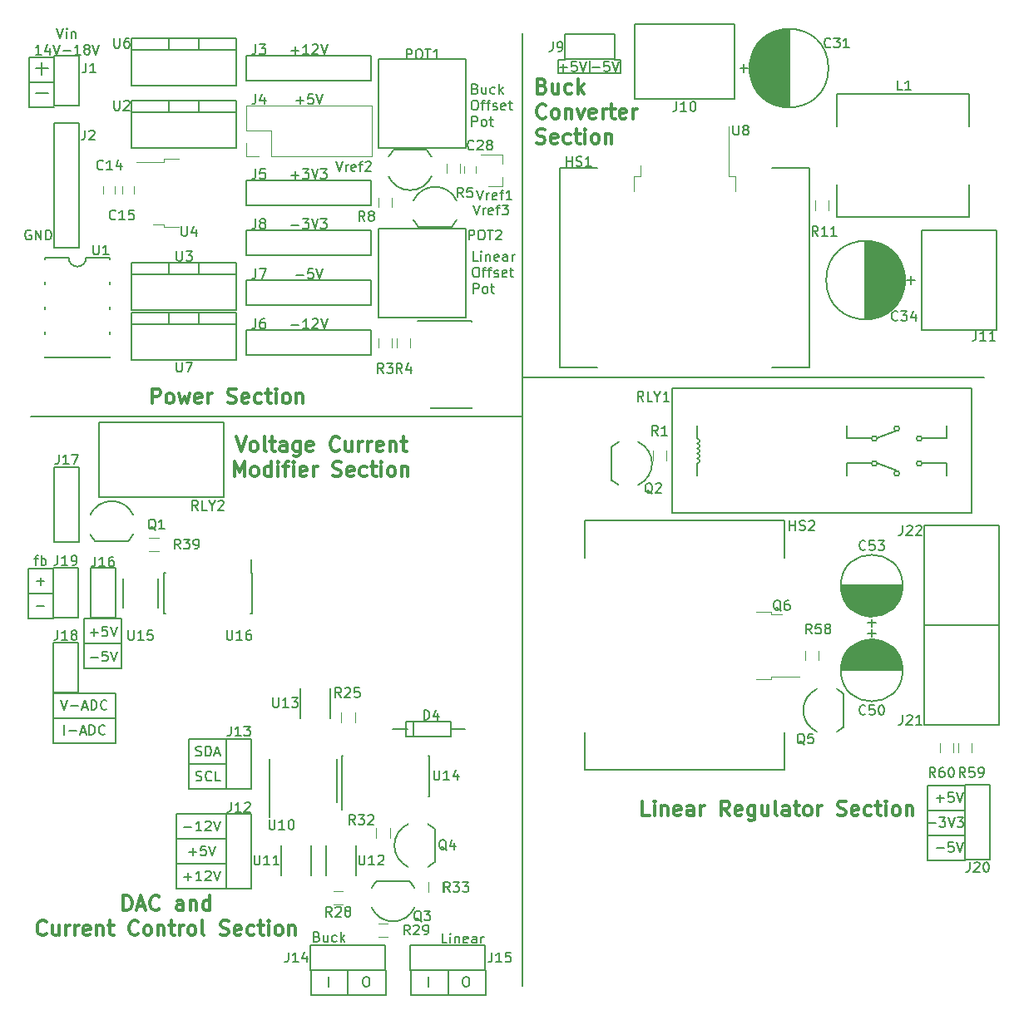
<source format=gbr>
G04 #@! TF.GenerationSoftware,KiCad,Pcbnew,(5.0.2)-1*
G04 #@! TF.CreationDate,2019-08-09T14:56:26+08:00*
G04 #@! TF.ProjectId,Version 4,56657273-696f-46e2-9034-2e6b69636164,rev?*
G04 #@! TF.SameCoordinates,Original*
G04 #@! TF.FileFunction,Legend,Top*
G04 #@! TF.FilePolarity,Positive*
%FSLAX46Y46*%
G04 Gerber Fmt 4.6, Leading zero omitted, Abs format (unit mm)*
G04 Created by KiCad (PCBNEW (5.0.2)-1) date 08/09/19 14:56:26*
%MOMM*%
%LPD*%
G01*
G04 APERTURE LIST*
%ADD10C,0.200000*%
%ADD11C,0.150000*%
%ADD12C,0.300000*%
%ADD13C,0.120000*%
G04 APERTURE END LIST*
D10*
X144022000Y-122160000D02*
X144022000Y-124700000D01*
X147832000Y-124700000D02*
X147832000Y-122160000D01*
X140212000Y-124700000D02*
X147832000Y-124700000D01*
X140212000Y-122160000D02*
X140212000Y-124700000D01*
X133735000Y-122160000D02*
X133735000Y-124700000D01*
X137672000Y-124700000D02*
X137672000Y-122160000D01*
X130052000Y-124700000D02*
X137672000Y-124700000D01*
X130052000Y-122160000D02*
X130052000Y-124700000D01*
D11*
X141990000Y-123882380D02*
X141990000Y-122882380D01*
X145704761Y-122882380D02*
X145895238Y-122882380D01*
X145990476Y-122930000D01*
X146085714Y-123025238D01*
X146133333Y-123215714D01*
X146133333Y-123549047D01*
X146085714Y-123739523D01*
X145990476Y-123834761D01*
X145895238Y-123882380D01*
X145704761Y-123882380D01*
X145609523Y-123834761D01*
X145514285Y-123739523D01*
X145466666Y-123549047D01*
X145466666Y-123215714D01*
X145514285Y-123025238D01*
X145609523Y-122930000D01*
X145704761Y-122882380D01*
X135544761Y-122882380D02*
X135735238Y-122882380D01*
X135830476Y-122930000D01*
X135925714Y-123025238D01*
X135973333Y-123215714D01*
X135973333Y-123549047D01*
X135925714Y-123739523D01*
X135830476Y-123834761D01*
X135735238Y-123882380D01*
X135544761Y-123882380D01*
X135449523Y-123834761D01*
X135354285Y-123739523D01*
X135306666Y-123549047D01*
X135306666Y-123215714D01*
X135354285Y-123025238D01*
X135449523Y-122930000D01*
X135544761Y-122882380D01*
X131830000Y-123882380D02*
X131830000Y-122882380D01*
X143847571Y-119437380D02*
X143371380Y-119437380D01*
X143371380Y-118437380D01*
X144180904Y-119437380D02*
X144180904Y-118770714D01*
X144180904Y-118437380D02*
X144133285Y-118485000D01*
X144180904Y-118532619D01*
X144228523Y-118485000D01*
X144180904Y-118437380D01*
X144180904Y-118532619D01*
X144657095Y-118770714D02*
X144657095Y-119437380D01*
X144657095Y-118865952D02*
X144704714Y-118818333D01*
X144799952Y-118770714D01*
X144942809Y-118770714D01*
X145038047Y-118818333D01*
X145085666Y-118913571D01*
X145085666Y-119437380D01*
X145942809Y-119389761D02*
X145847571Y-119437380D01*
X145657095Y-119437380D01*
X145561857Y-119389761D01*
X145514238Y-119294523D01*
X145514238Y-118913571D01*
X145561857Y-118818333D01*
X145657095Y-118770714D01*
X145847571Y-118770714D01*
X145942809Y-118818333D01*
X145990428Y-118913571D01*
X145990428Y-119008809D01*
X145514238Y-119104047D01*
X146847571Y-119437380D02*
X146847571Y-118913571D01*
X146799952Y-118818333D01*
X146704714Y-118770714D01*
X146514238Y-118770714D01*
X146419000Y-118818333D01*
X146847571Y-119389761D02*
X146752333Y-119437380D01*
X146514238Y-119437380D01*
X146419000Y-119389761D01*
X146371380Y-119294523D01*
X146371380Y-119199285D01*
X146419000Y-119104047D01*
X146514238Y-119056428D01*
X146752333Y-119056428D01*
X146847571Y-119008809D01*
X147323761Y-119437380D02*
X147323761Y-118770714D01*
X147323761Y-118961190D02*
X147371380Y-118865952D01*
X147419000Y-118818333D01*
X147514238Y-118770714D01*
X147609476Y-118770714D01*
X130615714Y-118786571D02*
X130758571Y-118834190D01*
X130806190Y-118881809D01*
X130853809Y-118977047D01*
X130853809Y-119119904D01*
X130806190Y-119215142D01*
X130758571Y-119262761D01*
X130663333Y-119310380D01*
X130282380Y-119310380D01*
X130282380Y-118310380D01*
X130615714Y-118310380D01*
X130710952Y-118358000D01*
X130758571Y-118405619D01*
X130806190Y-118500857D01*
X130806190Y-118596095D01*
X130758571Y-118691333D01*
X130710952Y-118738952D01*
X130615714Y-118786571D01*
X130282380Y-118786571D01*
X131710952Y-118643714D02*
X131710952Y-119310380D01*
X131282380Y-118643714D02*
X131282380Y-119167523D01*
X131330000Y-119262761D01*
X131425238Y-119310380D01*
X131568095Y-119310380D01*
X131663333Y-119262761D01*
X131710952Y-119215142D01*
X132615714Y-119262761D02*
X132520476Y-119310380D01*
X132330000Y-119310380D01*
X132234761Y-119262761D01*
X132187142Y-119215142D01*
X132139523Y-119119904D01*
X132139523Y-118834190D01*
X132187142Y-118738952D01*
X132234761Y-118691333D01*
X132330000Y-118643714D01*
X132520476Y-118643714D01*
X132615714Y-118691333D01*
X133044285Y-119310380D02*
X133044285Y-118310380D01*
X133139523Y-118929428D02*
X133425238Y-119310380D01*
X133425238Y-118643714D02*
X133044285Y-119024666D01*
D10*
X121416000Y-101205000D02*
X117606000Y-101205000D01*
X121416000Y-98665000D02*
X121416000Y-101205000D01*
X117606000Y-98665000D02*
X121416000Y-98665000D01*
X117606000Y-103745000D02*
X117606000Y-98665000D01*
X121416000Y-103745000D02*
X117606000Y-103745000D01*
X116336000Y-111365000D02*
X121416000Y-111365000D01*
X121416000Y-108825000D02*
X116336000Y-108825000D01*
X121416000Y-106285000D02*
X121416000Y-108825000D01*
X116336000Y-106285000D02*
X121416000Y-106285000D01*
X116336000Y-113905000D02*
X116336000Y-106285000D01*
X121416000Y-113905000D02*
X116336000Y-113905000D01*
D11*
X117114095Y-112706428D02*
X117876000Y-112706428D01*
X117495047Y-113087380D02*
X117495047Y-112325476D01*
X118876000Y-113087380D02*
X118304571Y-113087380D01*
X118590285Y-113087380D02*
X118590285Y-112087380D01*
X118495047Y-112230238D01*
X118399809Y-112325476D01*
X118304571Y-112373095D01*
X119256952Y-112182619D02*
X119304571Y-112135000D01*
X119399809Y-112087380D01*
X119637904Y-112087380D01*
X119733142Y-112135000D01*
X119780761Y-112182619D01*
X119828380Y-112277857D01*
X119828380Y-112373095D01*
X119780761Y-112515952D01*
X119209333Y-113087380D01*
X119828380Y-113087380D01*
X120114095Y-112087380D02*
X120447428Y-113087380D01*
X120780761Y-112087380D01*
X117590285Y-110166428D02*
X118352190Y-110166428D01*
X117971238Y-110547380D02*
X117971238Y-109785476D01*
X119304571Y-109547380D02*
X118828380Y-109547380D01*
X118780761Y-110023571D01*
X118828380Y-109975952D01*
X118923619Y-109928333D01*
X119161714Y-109928333D01*
X119256952Y-109975952D01*
X119304571Y-110023571D01*
X119352190Y-110118809D01*
X119352190Y-110356904D01*
X119304571Y-110452142D01*
X119256952Y-110499761D01*
X119161714Y-110547380D01*
X118923619Y-110547380D01*
X118828380Y-110499761D01*
X118780761Y-110452142D01*
X119637904Y-109547380D02*
X119971238Y-110547380D01*
X120304571Y-109547380D01*
X117114095Y-107626428D02*
X117876000Y-107626428D01*
X118876000Y-108007380D02*
X118304571Y-108007380D01*
X118590285Y-108007380D02*
X118590285Y-107007380D01*
X118495047Y-107150238D01*
X118399809Y-107245476D01*
X118304571Y-107293095D01*
X119256952Y-107102619D02*
X119304571Y-107055000D01*
X119399809Y-107007380D01*
X119637904Y-107007380D01*
X119733142Y-107055000D01*
X119780761Y-107102619D01*
X119828380Y-107197857D01*
X119828380Y-107293095D01*
X119780761Y-107435952D01*
X119209333Y-108007380D01*
X119828380Y-108007380D01*
X120114095Y-107007380D02*
X120447428Y-108007380D01*
X120780761Y-107007380D01*
X118320523Y-102879761D02*
X118463380Y-102927380D01*
X118701476Y-102927380D01*
X118796714Y-102879761D01*
X118844333Y-102832142D01*
X118891952Y-102736904D01*
X118891952Y-102641666D01*
X118844333Y-102546428D01*
X118796714Y-102498809D01*
X118701476Y-102451190D01*
X118511000Y-102403571D01*
X118415761Y-102355952D01*
X118368142Y-102308333D01*
X118320523Y-102213095D01*
X118320523Y-102117857D01*
X118368142Y-102022619D01*
X118415761Y-101975000D01*
X118511000Y-101927380D01*
X118749095Y-101927380D01*
X118891952Y-101975000D01*
X119891952Y-102832142D02*
X119844333Y-102879761D01*
X119701476Y-102927380D01*
X119606238Y-102927380D01*
X119463380Y-102879761D01*
X119368142Y-102784523D01*
X119320523Y-102689285D01*
X119272904Y-102498809D01*
X119272904Y-102355952D01*
X119320523Y-102165476D01*
X119368142Y-102070238D01*
X119463380Y-101975000D01*
X119606238Y-101927380D01*
X119701476Y-101927380D01*
X119844333Y-101975000D01*
X119891952Y-102022619D01*
X120796714Y-102927380D02*
X120320523Y-102927380D01*
X120320523Y-101927380D01*
X118296714Y-100339761D02*
X118439571Y-100387380D01*
X118677666Y-100387380D01*
X118772904Y-100339761D01*
X118820523Y-100292142D01*
X118868142Y-100196904D01*
X118868142Y-100101666D01*
X118820523Y-100006428D01*
X118772904Y-99958809D01*
X118677666Y-99911190D01*
X118487190Y-99863571D01*
X118391952Y-99815952D01*
X118344333Y-99768333D01*
X118296714Y-99673095D01*
X118296714Y-99577857D01*
X118344333Y-99482619D01*
X118391952Y-99435000D01*
X118487190Y-99387380D01*
X118725285Y-99387380D01*
X118868142Y-99435000D01*
X119296714Y-100387380D02*
X119296714Y-99387380D01*
X119534809Y-99387380D01*
X119677666Y-99435000D01*
X119772904Y-99530238D01*
X119820523Y-99625476D01*
X119868142Y-99815952D01*
X119868142Y-99958809D01*
X119820523Y-100149285D01*
X119772904Y-100244523D01*
X119677666Y-100339761D01*
X119534809Y-100387380D01*
X119296714Y-100387380D01*
X120249095Y-100101666D02*
X120725285Y-100101666D01*
X120153857Y-100387380D02*
X120487190Y-99387380D01*
X120820523Y-100387380D01*
D10*
X103890000Y-31736000D02*
X101350000Y-31736000D01*
X101350000Y-34276000D02*
X103890000Y-34276000D01*
X101350000Y-29196000D02*
X101350000Y-34276000D01*
X103890000Y-29196000D02*
X101350000Y-29196000D01*
X155198000Y-29450000D02*
X155833000Y-29450000D01*
X155198000Y-30847000D02*
X155198000Y-29450000D01*
X158373000Y-30847000D02*
X155198000Y-30847000D01*
X161548000Y-29450000D02*
X160913000Y-29450000D01*
X161548000Y-30847000D02*
X161548000Y-29450000D01*
X158373000Y-30847000D02*
X161548000Y-30847000D01*
X158373000Y-29577000D02*
X158373000Y-30847000D01*
X192790000Y-105904000D02*
X196600000Y-105904000D01*
X196600000Y-108444000D02*
X192790000Y-108444000D01*
X192790000Y-110984000D02*
X196600000Y-110984000D01*
X192790000Y-103364000D02*
X192790000Y-110984000D01*
X196600000Y-103364000D02*
X192790000Y-103364000D01*
X103763000Y-83806000D02*
X101223000Y-83806000D01*
X101223000Y-86346000D02*
X103763000Y-86346000D01*
X101223000Y-81266000D02*
X101223000Y-86346000D01*
X103763000Y-81266000D02*
X101223000Y-81266000D01*
D11*
X101850142Y-80289714D02*
X102231095Y-80289714D01*
X101993000Y-80956380D02*
X101993000Y-80099238D01*
X102040619Y-80004000D01*
X102135857Y-79956380D01*
X102231095Y-79956380D01*
X102564428Y-80956380D02*
X102564428Y-79956380D01*
X102564428Y-80337333D02*
X102659666Y-80289714D01*
X102850142Y-80289714D01*
X102945380Y-80337333D01*
X102993000Y-80384952D01*
X103040619Y-80480190D01*
X103040619Y-80765904D01*
X102993000Y-80861142D01*
X102945380Y-80908761D01*
X102850142Y-80956380D01*
X102659666Y-80956380D01*
X102564428Y-80908761D01*
X102112047Y-85147428D02*
X102873952Y-85147428D01*
X102112047Y-82607428D02*
X102873952Y-82607428D01*
X102493000Y-82988380D02*
X102493000Y-82226476D01*
D10*
X103763000Y-96506000D02*
X110113000Y-96506000D01*
X106303000Y-93966000D02*
X103763000Y-93966000D01*
X110113000Y-93966000D02*
X106303000Y-93966000D01*
X110113000Y-99046000D02*
X110113000Y-93966000D01*
X103763000Y-99046000D02*
X110113000Y-99046000D01*
X103763000Y-93966000D02*
X103763000Y-99046000D01*
D11*
X104890380Y-98228380D02*
X104890380Y-97228380D01*
X105366571Y-97847428D02*
X106128476Y-97847428D01*
X106557047Y-97942666D02*
X107033238Y-97942666D01*
X106461809Y-98228380D02*
X106795142Y-97228380D01*
X107128476Y-98228380D01*
X107461809Y-98228380D02*
X107461809Y-97228380D01*
X107699904Y-97228380D01*
X107842761Y-97276000D01*
X107938000Y-97371238D01*
X107985619Y-97466476D01*
X108033238Y-97656952D01*
X108033238Y-97799809D01*
X107985619Y-97990285D01*
X107938000Y-98085523D01*
X107842761Y-98180761D01*
X107699904Y-98228380D01*
X107461809Y-98228380D01*
X109033238Y-98133142D02*
X108985619Y-98180761D01*
X108842761Y-98228380D01*
X108747523Y-98228380D01*
X108604666Y-98180761D01*
X108509428Y-98085523D01*
X108461809Y-97990285D01*
X108414190Y-97799809D01*
X108414190Y-97656952D01*
X108461809Y-97466476D01*
X108509428Y-97371238D01*
X108604666Y-97276000D01*
X108747523Y-97228380D01*
X108842761Y-97228380D01*
X108985619Y-97276000D01*
X109033238Y-97323619D01*
X104557047Y-94688380D02*
X104890380Y-95688380D01*
X105223714Y-94688380D01*
X105557047Y-95307428D02*
X106318952Y-95307428D01*
X106747523Y-95402666D02*
X107223714Y-95402666D01*
X106652285Y-95688380D02*
X106985619Y-94688380D01*
X107318952Y-95688380D01*
X107652285Y-95688380D02*
X107652285Y-94688380D01*
X107890380Y-94688380D01*
X108033238Y-94736000D01*
X108128476Y-94831238D01*
X108176095Y-94926476D01*
X108223714Y-95116952D01*
X108223714Y-95259809D01*
X108176095Y-95450285D01*
X108128476Y-95545523D01*
X108033238Y-95640761D01*
X107890380Y-95688380D01*
X107652285Y-95688380D01*
X109223714Y-95593142D02*
X109176095Y-95640761D01*
X109033238Y-95688380D01*
X108938000Y-95688380D01*
X108795142Y-95640761D01*
X108699904Y-95545523D01*
X108652285Y-95450285D01*
X108604666Y-95259809D01*
X108604666Y-95116952D01*
X108652285Y-94926476D01*
X108699904Y-94831238D01*
X108795142Y-94736000D01*
X108938000Y-94688380D01*
X109033238Y-94688380D01*
X109176095Y-94736000D01*
X109223714Y-94783619D01*
X107572285Y-90345428D02*
X108334190Y-90345428D01*
X109286571Y-89726380D02*
X108810380Y-89726380D01*
X108762761Y-90202571D01*
X108810380Y-90154952D01*
X108905619Y-90107333D01*
X109143714Y-90107333D01*
X109238952Y-90154952D01*
X109286571Y-90202571D01*
X109334190Y-90297809D01*
X109334190Y-90535904D01*
X109286571Y-90631142D01*
X109238952Y-90678761D01*
X109143714Y-90726380D01*
X108905619Y-90726380D01*
X108810380Y-90678761D01*
X108762761Y-90631142D01*
X109619904Y-89726380D02*
X109953238Y-90726380D01*
X110286571Y-89726380D01*
D10*
X110748000Y-91426000D02*
X106938000Y-91426000D01*
X106938000Y-88886000D02*
X110748000Y-88886000D01*
X110113000Y-86346000D02*
X106938000Y-86346000D01*
X110748000Y-86346000D02*
X110113000Y-86346000D01*
D11*
X107557285Y-87814428D02*
X108319190Y-87814428D01*
X107938238Y-88195380D02*
X107938238Y-87433476D01*
X109271571Y-87195380D02*
X108795380Y-87195380D01*
X108747761Y-87671571D01*
X108795380Y-87623952D01*
X108890619Y-87576333D01*
X109128714Y-87576333D01*
X109223952Y-87623952D01*
X109271571Y-87671571D01*
X109319190Y-87766809D01*
X109319190Y-88004904D01*
X109271571Y-88100142D01*
X109223952Y-88147761D01*
X109128714Y-88195380D01*
X108890619Y-88195380D01*
X108795380Y-88147761D01*
X108747761Y-88100142D01*
X109604904Y-87195380D02*
X109938238Y-88195380D01*
X110271571Y-87195380D01*
D10*
X110113000Y-88886000D02*
X107573000Y-88886000D01*
X110748000Y-91426000D02*
X110748000Y-86346000D01*
X107573000Y-91426000D02*
X110113000Y-91426000D01*
X106938000Y-86346000D02*
X106938000Y-91426000D01*
D12*
X110927142Y-116102571D02*
X110927142Y-114602571D01*
X111284285Y-114602571D01*
X111498571Y-114674000D01*
X111641428Y-114816857D01*
X111712857Y-114959714D01*
X111784285Y-115245428D01*
X111784285Y-115459714D01*
X111712857Y-115745428D01*
X111641428Y-115888285D01*
X111498571Y-116031142D01*
X111284285Y-116102571D01*
X110927142Y-116102571D01*
X112355714Y-115674000D02*
X113070000Y-115674000D01*
X112212857Y-116102571D02*
X112712857Y-114602571D01*
X113212857Y-116102571D01*
X114570000Y-115959714D02*
X114498571Y-116031142D01*
X114284285Y-116102571D01*
X114141428Y-116102571D01*
X113927142Y-116031142D01*
X113784285Y-115888285D01*
X113712857Y-115745428D01*
X113641428Y-115459714D01*
X113641428Y-115245428D01*
X113712857Y-114959714D01*
X113784285Y-114816857D01*
X113927142Y-114674000D01*
X114141428Y-114602571D01*
X114284285Y-114602571D01*
X114498571Y-114674000D01*
X114570000Y-114745428D01*
X116998571Y-116102571D02*
X116998571Y-115316857D01*
X116927142Y-115174000D01*
X116784285Y-115102571D01*
X116498571Y-115102571D01*
X116355714Y-115174000D01*
X116998571Y-116031142D02*
X116855714Y-116102571D01*
X116498571Y-116102571D01*
X116355714Y-116031142D01*
X116284285Y-115888285D01*
X116284285Y-115745428D01*
X116355714Y-115602571D01*
X116498571Y-115531142D01*
X116855714Y-115531142D01*
X116998571Y-115459714D01*
X117712857Y-115102571D02*
X117712857Y-116102571D01*
X117712857Y-115245428D02*
X117784285Y-115174000D01*
X117927142Y-115102571D01*
X118141428Y-115102571D01*
X118284285Y-115174000D01*
X118355714Y-115316857D01*
X118355714Y-116102571D01*
X119712857Y-116102571D02*
X119712857Y-114602571D01*
X119712857Y-116031142D02*
X119570000Y-116102571D01*
X119284285Y-116102571D01*
X119141428Y-116031142D01*
X119070000Y-115959714D01*
X118998571Y-115816857D01*
X118998571Y-115388285D01*
X119070000Y-115245428D01*
X119141428Y-115174000D01*
X119284285Y-115102571D01*
X119570000Y-115102571D01*
X119712857Y-115174000D01*
X103070000Y-118509714D02*
X102998571Y-118581142D01*
X102784285Y-118652571D01*
X102641428Y-118652571D01*
X102427142Y-118581142D01*
X102284285Y-118438285D01*
X102212857Y-118295428D01*
X102141428Y-118009714D01*
X102141428Y-117795428D01*
X102212857Y-117509714D01*
X102284285Y-117366857D01*
X102427142Y-117224000D01*
X102641428Y-117152571D01*
X102784285Y-117152571D01*
X102998571Y-117224000D01*
X103070000Y-117295428D01*
X104355714Y-117652571D02*
X104355714Y-118652571D01*
X103712857Y-117652571D02*
X103712857Y-118438285D01*
X103784285Y-118581142D01*
X103927142Y-118652571D01*
X104141428Y-118652571D01*
X104284285Y-118581142D01*
X104355714Y-118509714D01*
X105070000Y-118652571D02*
X105070000Y-117652571D01*
X105070000Y-117938285D02*
X105141428Y-117795428D01*
X105212857Y-117724000D01*
X105355714Y-117652571D01*
X105498571Y-117652571D01*
X105998571Y-118652571D02*
X105998571Y-117652571D01*
X105998571Y-117938285D02*
X106070000Y-117795428D01*
X106141428Y-117724000D01*
X106284285Y-117652571D01*
X106427142Y-117652571D01*
X107498571Y-118581142D02*
X107355714Y-118652571D01*
X107070000Y-118652571D01*
X106927142Y-118581142D01*
X106855714Y-118438285D01*
X106855714Y-117866857D01*
X106927142Y-117724000D01*
X107070000Y-117652571D01*
X107355714Y-117652571D01*
X107498571Y-117724000D01*
X107570000Y-117866857D01*
X107570000Y-118009714D01*
X106855714Y-118152571D01*
X108212857Y-117652571D02*
X108212857Y-118652571D01*
X108212857Y-117795428D02*
X108284285Y-117724000D01*
X108427142Y-117652571D01*
X108641428Y-117652571D01*
X108784285Y-117724000D01*
X108855714Y-117866857D01*
X108855714Y-118652571D01*
X109355714Y-117652571D02*
X109927142Y-117652571D01*
X109570000Y-117152571D02*
X109570000Y-118438285D01*
X109641428Y-118581142D01*
X109784285Y-118652571D01*
X109927142Y-118652571D01*
X112427142Y-118509714D02*
X112355714Y-118581142D01*
X112141428Y-118652571D01*
X111998571Y-118652571D01*
X111784285Y-118581142D01*
X111641428Y-118438285D01*
X111570000Y-118295428D01*
X111498571Y-118009714D01*
X111498571Y-117795428D01*
X111570000Y-117509714D01*
X111641428Y-117366857D01*
X111784285Y-117224000D01*
X111998571Y-117152571D01*
X112141428Y-117152571D01*
X112355714Y-117224000D01*
X112427142Y-117295428D01*
X113284285Y-118652571D02*
X113141428Y-118581142D01*
X113070000Y-118509714D01*
X112998571Y-118366857D01*
X112998571Y-117938285D01*
X113070000Y-117795428D01*
X113141428Y-117724000D01*
X113284285Y-117652571D01*
X113498571Y-117652571D01*
X113641428Y-117724000D01*
X113712857Y-117795428D01*
X113784285Y-117938285D01*
X113784285Y-118366857D01*
X113712857Y-118509714D01*
X113641428Y-118581142D01*
X113498571Y-118652571D01*
X113284285Y-118652571D01*
X114427142Y-117652571D02*
X114427142Y-118652571D01*
X114427142Y-117795428D02*
X114498571Y-117724000D01*
X114641428Y-117652571D01*
X114855714Y-117652571D01*
X114998571Y-117724000D01*
X115070000Y-117866857D01*
X115070000Y-118652571D01*
X115570000Y-117652571D02*
X116141428Y-117652571D01*
X115784285Y-117152571D02*
X115784285Y-118438285D01*
X115855714Y-118581142D01*
X115998571Y-118652571D01*
X116141428Y-118652571D01*
X116641428Y-118652571D02*
X116641428Y-117652571D01*
X116641428Y-117938285D02*
X116712857Y-117795428D01*
X116784285Y-117724000D01*
X116927142Y-117652571D01*
X117070000Y-117652571D01*
X117784285Y-118652571D02*
X117641428Y-118581142D01*
X117570000Y-118509714D01*
X117498571Y-118366857D01*
X117498571Y-117938285D01*
X117570000Y-117795428D01*
X117641428Y-117724000D01*
X117784285Y-117652571D01*
X117998571Y-117652571D01*
X118141428Y-117724000D01*
X118212857Y-117795428D01*
X118284285Y-117938285D01*
X118284285Y-118366857D01*
X118212857Y-118509714D01*
X118141428Y-118581142D01*
X117998571Y-118652571D01*
X117784285Y-118652571D01*
X119141428Y-118652571D02*
X118998571Y-118581142D01*
X118927142Y-118438285D01*
X118927142Y-117152571D01*
X120784285Y-118581142D02*
X120998571Y-118652571D01*
X121355714Y-118652571D01*
X121498571Y-118581142D01*
X121570000Y-118509714D01*
X121641428Y-118366857D01*
X121641428Y-118224000D01*
X121570000Y-118081142D01*
X121498571Y-118009714D01*
X121355714Y-117938285D01*
X121070000Y-117866857D01*
X120927142Y-117795428D01*
X120855714Y-117724000D01*
X120784285Y-117581142D01*
X120784285Y-117438285D01*
X120855714Y-117295428D01*
X120927142Y-117224000D01*
X121070000Y-117152571D01*
X121427142Y-117152571D01*
X121641428Y-117224000D01*
X122855714Y-118581142D02*
X122712857Y-118652571D01*
X122427142Y-118652571D01*
X122284285Y-118581142D01*
X122212857Y-118438285D01*
X122212857Y-117866857D01*
X122284285Y-117724000D01*
X122427142Y-117652571D01*
X122712857Y-117652571D01*
X122855714Y-117724000D01*
X122927142Y-117866857D01*
X122927142Y-118009714D01*
X122212857Y-118152571D01*
X124212857Y-118581142D02*
X124070000Y-118652571D01*
X123784285Y-118652571D01*
X123641428Y-118581142D01*
X123570000Y-118509714D01*
X123498571Y-118366857D01*
X123498571Y-117938285D01*
X123570000Y-117795428D01*
X123641428Y-117724000D01*
X123784285Y-117652571D01*
X124070000Y-117652571D01*
X124212857Y-117724000D01*
X124641428Y-117652571D02*
X125212857Y-117652571D01*
X124855714Y-117152571D02*
X124855714Y-118438285D01*
X124927142Y-118581142D01*
X125070000Y-118652571D01*
X125212857Y-118652571D01*
X125712857Y-118652571D02*
X125712857Y-117652571D01*
X125712857Y-117152571D02*
X125641428Y-117224000D01*
X125712857Y-117295428D01*
X125784285Y-117224000D01*
X125712857Y-117152571D01*
X125712857Y-117295428D01*
X126641428Y-118652571D02*
X126498571Y-118581142D01*
X126427142Y-118509714D01*
X126355714Y-118366857D01*
X126355714Y-117938285D01*
X126427142Y-117795428D01*
X126498571Y-117724000D01*
X126641428Y-117652571D01*
X126855714Y-117652571D01*
X126998571Y-117724000D01*
X127070000Y-117795428D01*
X127141428Y-117938285D01*
X127141428Y-118366857D01*
X127070000Y-118509714D01*
X126998571Y-118581142D01*
X126855714Y-118652571D01*
X126641428Y-118652571D01*
X127784285Y-117652571D02*
X127784285Y-118652571D01*
X127784285Y-117795428D02*
X127855714Y-117724000D01*
X127998571Y-117652571D01*
X128212857Y-117652571D01*
X128355714Y-117724000D01*
X128427142Y-117866857D01*
X128427142Y-118652571D01*
X122389428Y-67866571D02*
X122889428Y-69366571D01*
X123389428Y-67866571D01*
X124103714Y-69366571D02*
X123960857Y-69295142D01*
X123889428Y-69223714D01*
X123818000Y-69080857D01*
X123818000Y-68652285D01*
X123889428Y-68509428D01*
X123960857Y-68438000D01*
X124103714Y-68366571D01*
X124318000Y-68366571D01*
X124460857Y-68438000D01*
X124532285Y-68509428D01*
X124603714Y-68652285D01*
X124603714Y-69080857D01*
X124532285Y-69223714D01*
X124460857Y-69295142D01*
X124318000Y-69366571D01*
X124103714Y-69366571D01*
X125460857Y-69366571D02*
X125318000Y-69295142D01*
X125246571Y-69152285D01*
X125246571Y-67866571D01*
X125818000Y-68366571D02*
X126389428Y-68366571D01*
X126032285Y-67866571D02*
X126032285Y-69152285D01*
X126103714Y-69295142D01*
X126246571Y-69366571D01*
X126389428Y-69366571D01*
X127532285Y-69366571D02*
X127532285Y-68580857D01*
X127460857Y-68438000D01*
X127318000Y-68366571D01*
X127032285Y-68366571D01*
X126889428Y-68438000D01*
X127532285Y-69295142D02*
X127389428Y-69366571D01*
X127032285Y-69366571D01*
X126889428Y-69295142D01*
X126818000Y-69152285D01*
X126818000Y-69009428D01*
X126889428Y-68866571D01*
X127032285Y-68795142D01*
X127389428Y-68795142D01*
X127532285Y-68723714D01*
X128889428Y-68366571D02*
X128889428Y-69580857D01*
X128818000Y-69723714D01*
X128746571Y-69795142D01*
X128603714Y-69866571D01*
X128389428Y-69866571D01*
X128246571Y-69795142D01*
X128889428Y-69295142D02*
X128746571Y-69366571D01*
X128460857Y-69366571D01*
X128318000Y-69295142D01*
X128246571Y-69223714D01*
X128175142Y-69080857D01*
X128175142Y-68652285D01*
X128246571Y-68509428D01*
X128318000Y-68438000D01*
X128460857Y-68366571D01*
X128746571Y-68366571D01*
X128889428Y-68438000D01*
X130175142Y-69295142D02*
X130032285Y-69366571D01*
X129746571Y-69366571D01*
X129603714Y-69295142D01*
X129532285Y-69152285D01*
X129532285Y-68580857D01*
X129603714Y-68438000D01*
X129746571Y-68366571D01*
X130032285Y-68366571D01*
X130175142Y-68438000D01*
X130246571Y-68580857D01*
X130246571Y-68723714D01*
X129532285Y-68866571D01*
X132889428Y-69223714D02*
X132818000Y-69295142D01*
X132603714Y-69366571D01*
X132460857Y-69366571D01*
X132246571Y-69295142D01*
X132103714Y-69152285D01*
X132032285Y-69009428D01*
X131960857Y-68723714D01*
X131960857Y-68509428D01*
X132032285Y-68223714D01*
X132103714Y-68080857D01*
X132246571Y-67938000D01*
X132460857Y-67866571D01*
X132603714Y-67866571D01*
X132818000Y-67938000D01*
X132889428Y-68009428D01*
X134175142Y-68366571D02*
X134175142Y-69366571D01*
X133532285Y-68366571D02*
X133532285Y-69152285D01*
X133603714Y-69295142D01*
X133746571Y-69366571D01*
X133960857Y-69366571D01*
X134103714Y-69295142D01*
X134175142Y-69223714D01*
X134889428Y-69366571D02*
X134889428Y-68366571D01*
X134889428Y-68652285D02*
X134960857Y-68509428D01*
X135032285Y-68438000D01*
X135175142Y-68366571D01*
X135318000Y-68366571D01*
X135818000Y-69366571D02*
X135818000Y-68366571D01*
X135818000Y-68652285D02*
X135889428Y-68509428D01*
X135960857Y-68438000D01*
X136103714Y-68366571D01*
X136246571Y-68366571D01*
X137318000Y-69295142D02*
X137175142Y-69366571D01*
X136889428Y-69366571D01*
X136746571Y-69295142D01*
X136675142Y-69152285D01*
X136675142Y-68580857D01*
X136746571Y-68438000D01*
X136889428Y-68366571D01*
X137175142Y-68366571D01*
X137318000Y-68438000D01*
X137389428Y-68580857D01*
X137389428Y-68723714D01*
X136675142Y-68866571D01*
X138032285Y-68366571D02*
X138032285Y-69366571D01*
X138032285Y-68509428D02*
X138103714Y-68438000D01*
X138246571Y-68366571D01*
X138460857Y-68366571D01*
X138603714Y-68438000D01*
X138675142Y-68580857D01*
X138675142Y-69366571D01*
X139175142Y-68366571D02*
X139746571Y-68366571D01*
X139389428Y-67866571D02*
X139389428Y-69152285D01*
X139460857Y-69295142D01*
X139603714Y-69366571D01*
X139746571Y-69366571D01*
X122246571Y-71916571D02*
X122246571Y-70416571D01*
X122746571Y-71488000D01*
X123246571Y-70416571D01*
X123246571Y-71916571D01*
X124175142Y-71916571D02*
X124032285Y-71845142D01*
X123960857Y-71773714D01*
X123889428Y-71630857D01*
X123889428Y-71202285D01*
X123960857Y-71059428D01*
X124032285Y-70988000D01*
X124175142Y-70916571D01*
X124389428Y-70916571D01*
X124532285Y-70988000D01*
X124603714Y-71059428D01*
X124675142Y-71202285D01*
X124675142Y-71630857D01*
X124603714Y-71773714D01*
X124532285Y-71845142D01*
X124389428Y-71916571D01*
X124175142Y-71916571D01*
X125960857Y-71916571D02*
X125960857Y-70416571D01*
X125960857Y-71845142D02*
X125818000Y-71916571D01*
X125532285Y-71916571D01*
X125389428Y-71845142D01*
X125318000Y-71773714D01*
X125246571Y-71630857D01*
X125246571Y-71202285D01*
X125318000Y-71059428D01*
X125389428Y-70988000D01*
X125532285Y-70916571D01*
X125818000Y-70916571D01*
X125960857Y-70988000D01*
X126675142Y-71916571D02*
X126675142Y-70916571D01*
X126675142Y-70416571D02*
X126603714Y-70488000D01*
X126675142Y-70559428D01*
X126746571Y-70488000D01*
X126675142Y-70416571D01*
X126675142Y-70559428D01*
X127175142Y-70916571D02*
X127746571Y-70916571D01*
X127389428Y-71916571D02*
X127389428Y-70630857D01*
X127460857Y-70488000D01*
X127603714Y-70416571D01*
X127746571Y-70416571D01*
X128246571Y-71916571D02*
X128246571Y-70916571D01*
X128246571Y-70416571D02*
X128175142Y-70488000D01*
X128246571Y-70559428D01*
X128318000Y-70488000D01*
X128246571Y-70416571D01*
X128246571Y-70559428D01*
X129532285Y-71845142D02*
X129389428Y-71916571D01*
X129103714Y-71916571D01*
X128960857Y-71845142D01*
X128889428Y-71702285D01*
X128889428Y-71130857D01*
X128960857Y-70988000D01*
X129103714Y-70916571D01*
X129389428Y-70916571D01*
X129532285Y-70988000D01*
X129603714Y-71130857D01*
X129603714Y-71273714D01*
X128889428Y-71416571D01*
X130246571Y-71916571D02*
X130246571Y-70916571D01*
X130246571Y-71202285D02*
X130318000Y-71059428D01*
X130389428Y-70988000D01*
X130532285Y-70916571D01*
X130675142Y-70916571D01*
X132246571Y-71845142D02*
X132460857Y-71916571D01*
X132818000Y-71916571D01*
X132960857Y-71845142D01*
X133032285Y-71773714D01*
X133103714Y-71630857D01*
X133103714Y-71488000D01*
X133032285Y-71345142D01*
X132960857Y-71273714D01*
X132818000Y-71202285D01*
X132532285Y-71130857D01*
X132389428Y-71059428D01*
X132318000Y-70988000D01*
X132246571Y-70845142D01*
X132246571Y-70702285D01*
X132318000Y-70559428D01*
X132389428Y-70488000D01*
X132532285Y-70416571D01*
X132889428Y-70416571D01*
X133103714Y-70488000D01*
X134318000Y-71845142D02*
X134175142Y-71916571D01*
X133889428Y-71916571D01*
X133746571Y-71845142D01*
X133675142Y-71702285D01*
X133675142Y-71130857D01*
X133746571Y-70988000D01*
X133889428Y-70916571D01*
X134175142Y-70916571D01*
X134318000Y-70988000D01*
X134389428Y-71130857D01*
X134389428Y-71273714D01*
X133675142Y-71416571D01*
X135675142Y-71845142D02*
X135532285Y-71916571D01*
X135246571Y-71916571D01*
X135103714Y-71845142D01*
X135032285Y-71773714D01*
X134960857Y-71630857D01*
X134960857Y-71202285D01*
X135032285Y-71059428D01*
X135103714Y-70988000D01*
X135246571Y-70916571D01*
X135532285Y-70916571D01*
X135675142Y-70988000D01*
X136103714Y-70916571D02*
X136675142Y-70916571D01*
X136318000Y-70416571D02*
X136318000Y-71702285D01*
X136389428Y-71845142D01*
X136532285Y-71916571D01*
X136675142Y-71916571D01*
X137175142Y-71916571D02*
X137175142Y-70916571D01*
X137175142Y-70416571D02*
X137103714Y-70488000D01*
X137175142Y-70559428D01*
X137246571Y-70488000D01*
X137175142Y-70416571D01*
X137175142Y-70559428D01*
X138103714Y-71916571D02*
X137960857Y-71845142D01*
X137889428Y-71773714D01*
X137818000Y-71630857D01*
X137818000Y-71202285D01*
X137889428Y-71059428D01*
X137960857Y-70988000D01*
X138103714Y-70916571D01*
X138318000Y-70916571D01*
X138460857Y-70988000D01*
X138532285Y-71059428D01*
X138603714Y-71202285D01*
X138603714Y-71630857D01*
X138532285Y-71773714D01*
X138460857Y-71845142D01*
X138318000Y-71916571D01*
X138103714Y-71916571D01*
X139246571Y-70916571D02*
X139246571Y-71916571D01*
X139246571Y-71059428D02*
X139318000Y-70988000D01*
X139460857Y-70916571D01*
X139675142Y-70916571D01*
X139818000Y-70988000D01*
X139889428Y-71130857D01*
X139889428Y-71916571D01*
D11*
X104151190Y-26290380D02*
X104484523Y-27290380D01*
X104817857Y-26290380D01*
X105151190Y-27290380D02*
X105151190Y-26623714D01*
X105151190Y-26290380D02*
X105103571Y-26338000D01*
X105151190Y-26385619D01*
X105198809Y-26338000D01*
X105151190Y-26290380D01*
X105151190Y-26385619D01*
X105627380Y-26623714D02*
X105627380Y-27290380D01*
X105627380Y-26718952D02*
X105675000Y-26671333D01*
X105770238Y-26623714D01*
X105913095Y-26623714D01*
X106008333Y-26671333D01*
X106055952Y-26766571D01*
X106055952Y-27290380D01*
X102555952Y-28940380D02*
X101984523Y-28940380D01*
X102270238Y-28940380D02*
X102270238Y-27940380D01*
X102175000Y-28083238D01*
X102079761Y-28178476D01*
X101984523Y-28226095D01*
X103413095Y-28273714D02*
X103413095Y-28940380D01*
X103175000Y-27892761D02*
X102936904Y-28607047D01*
X103555952Y-28607047D01*
X103794047Y-27940380D02*
X104127380Y-28940380D01*
X104460714Y-27940380D01*
X104794047Y-28559428D02*
X105555952Y-28559428D01*
X106555952Y-28940380D02*
X105984523Y-28940380D01*
X106270238Y-28940380D02*
X106270238Y-27940380D01*
X106175000Y-28083238D01*
X106079761Y-28178476D01*
X105984523Y-28226095D01*
X107127380Y-28368952D02*
X107032142Y-28321333D01*
X106984523Y-28273714D01*
X106936904Y-28178476D01*
X106936904Y-28130857D01*
X106984523Y-28035619D01*
X107032142Y-27988000D01*
X107127380Y-27940380D01*
X107317857Y-27940380D01*
X107413095Y-27988000D01*
X107460714Y-28035619D01*
X107508333Y-28130857D01*
X107508333Y-28178476D01*
X107460714Y-28273714D01*
X107413095Y-28321333D01*
X107317857Y-28368952D01*
X107127380Y-28368952D01*
X107032142Y-28416571D01*
X106984523Y-28464190D01*
X106936904Y-28559428D01*
X106936904Y-28749904D01*
X106984523Y-28845142D01*
X107032142Y-28892761D01*
X107127380Y-28940380D01*
X107317857Y-28940380D01*
X107413095Y-28892761D01*
X107460714Y-28845142D01*
X107508333Y-28749904D01*
X107508333Y-28559428D01*
X107460714Y-28464190D01*
X107413095Y-28416571D01*
X107317857Y-28368952D01*
X107794047Y-27940380D02*
X108127380Y-28940380D01*
X108460714Y-27940380D01*
X193678285Y-109776428D02*
X194440190Y-109776428D01*
X195392571Y-109157380D02*
X194916380Y-109157380D01*
X194868761Y-109633571D01*
X194916380Y-109585952D01*
X195011619Y-109538333D01*
X195249714Y-109538333D01*
X195344952Y-109585952D01*
X195392571Y-109633571D01*
X195440190Y-109728809D01*
X195440190Y-109966904D01*
X195392571Y-110062142D01*
X195344952Y-110109761D01*
X195249714Y-110157380D01*
X195011619Y-110157380D01*
X194916380Y-110109761D01*
X194868761Y-110062142D01*
X195725904Y-109157380D02*
X196059238Y-110157380D01*
X196392571Y-109157380D01*
X192821095Y-107236428D02*
X193583000Y-107236428D01*
X193963952Y-106617380D02*
X194583000Y-106617380D01*
X194249666Y-106998333D01*
X194392523Y-106998333D01*
X194487761Y-107045952D01*
X194535380Y-107093571D01*
X194583000Y-107188809D01*
X194583000Y-107426904D01*
X194535380Y-107522142D01*
X194487761Y-107569761D01*
X194392523Y-107617380D01*
X194106809Y-107617380D01*
X194011571Y-107569761D01*
X193963952Y-107522142D01*
X194868714Y-106617380D02*
X195202047Y-107617380D01*
X195535380Y-106617380D01*
X195773476Y-106617380D02*
X196392523Y-106617380D01*
X196059190Y-106998333D01*
X196202047Y-106998333D01*
X196297285Y-107045952D01*
X196344904Y-107093571D01*
X196392523Y-107188809D01*
X196392523Y-107426904D01*
X196344904Y-107522142D01*
X196297285Y-107569761D01*
X196202047Y-107617380D01*
X195916333Y-107617380D01*
X195821095Y-107569761D01*
X195773476Y-107522142D01*
X193678285Y-104696428D02*
X194440190Y-104696428D01*
X194059238Y-105077380D02*
X194059238Y-104315476D01*
X195392571Y-104077380D02*
X194916380Y-104077380D01*
X194868761Y-104553571D01*
X194916380Y-104505952D01*
X195011619Y-104458333D01*
X195249714Y-104458333D01*
X195344952Y-104505952D01*
X195392571Y-104553571D01*
X195440190Y-104648809D01*
X195440190Y-104886904D01*
X195392571Y-104982142D01*
X195344952Y-105029761D01*
X195249714Y-105077380D01*
X195011619Y-105077380D01*
X194916380Y-105029761D01*
X194868761Y-104982142D01*
X195725904Y-104077380D02*
X196059238Y-105077380D01*
X196392571Y-104077380D01*
X158626285Y-30274428D02*
X159388190Y-30274428D01*
X160340571Y-29655380D02*
X159864380Y-29655380D01*
X159816761Y-30131571D01*
X159864380Y-30083952D01*
X159959619Y-30036333D01*
X160197714Y-30036333D01*
X160292952Y-30083952D01*
X160340571Y-30131571D01*
X160388190Y-30226809D01*
X160388190Y-30464904D01*
X160340571Y-30560142D01*
X160292952Y-30607761D01*
X160197714Y-30655380D01*
X159959619Y-30655380D01*
X159864380Y-30607761D01*
X159816761Y-30560142D01*
X160673904Y-29655380D02*
X161007238Y-30655380D01*
X161340571Y-29655380D01*
X155324285Y-30274428D02*
X156086190Y-30274428D01*
X155705238Y-30655380D02*
X155705238Y-29893476D01*
X157038571Y-29655380D02*
X156562380Y-29655380D01*
X156514761Y-30131571D01*
X156562380Y-30083952D01*
X156657619Y-30036333D01*
X156895714Y-30036333D01*
X156990952Y-30083952D01*
X157038571Y-30131571D01*
X157086190Y-30226809D01*
X157086190Y-30464904D01*
X157038571Y-30560142D01*
X156990952Y-30607761D01*
X156895714Y-30655380D01*
X156657619Y-30655380D01*
X156562380Y-30607761D01*
X156514761Y-30560142D01*
X157371904Y-29655380D02*
X157705238Y-30655380D01*
X158038571Y-29655380D01*
X147007785Y-49960380D02*
X146531595Y-49960380D01*
X146531595Y-48960380D01*
X147341119Y-49960380D02*
X147341119Y-49293714D01*
X147341119Y-48960380D02*
X147293500Y-49008000D01*
X147341119Y-49055619D01*
X147388738Y-49008000D01*
X147341119Y-48960380D01*
X147341119Y-49055619D01*
X147817309Y-49293714D02*
X147817309Y-49960380D01*
X147817309Y-49388952D02*
X147864928Y-49341333D01*
X147960166Y-49293714D01*
X148103023Y-49293714D01*
X148198261Y-49341333D01*
X148245880Y-49436571D01*
X148245880Y-49960380D01*
X149103023Y-49912761D02*
X149007785Y-49960380D01*
X148817309Y-49960380D01*
X148722071Y-49912761D01*
X148674452Y-49817523D01*
X148674452Y-49436571D01*
X148722071Y-49341333D01*
X148817309Y-49293714D01*
X149007785Y-49293714D01*
X149103023Y-49341333D01*
X149150642Y-49436571D01*
X149150642Y-49531809D01*
X148674452Y-49627047D01*
X150007785Y-49960380D02*
X150007785Y-49436571D01*
X149960166Y-49341333D01*
X149864928Y-49293714D01*
X149674452Y-49293714D01*
X149579214Y-49341333D01*
X150007785Y-49912761D02*
X149912547Y-49960380D01*
X149674452Y-49960380D01*
X149579214Y-49912761D01*
X149531595Y-49817523D01*
X149531595Y-49722285D01*
X149579214Y-49627047D01*
X149674452Y-49579428D01*
X149912547Y-49579428D01*
X150007785Y-49531809D01*
X150483976Y-49960380D02*
X150483976Y-49293714D01*
X150483976Y-49484190D02*
X150531595Y-49388952D01*
X150579214Y-49341333D01*
X150674452Y-49293714D01*
X150769690Y-49293714D01*
X146722071Y-50610380D02*
X146912547Y-50610380D01*
X147007785Y-50658000D01*
X147103023Y-50753238D01*
X147150642Y-50943714D01*
X147150642Y-51277047D01*
X147103023Y-51467523D01*
X147007785Y-51562761D01*
X146912547Y-51610380D01*
X146722071Y-51610380D01*
X146626833Y-51562761D01*
X146531595Y-51467523D01*
X146483976Y-51277047D01*
X146483976Y-50943714D01*
X146531595Y-50753238D01*
X146626833Y-50658000D01*
X146722071Y-50610380D01*
X147436357Y-50943714D02*
X147817309Y-50943714D01*
X147579214Y-51610380D02*
X147579214Y-50753238D01*
X147626833Y-50658000D01*
X147722071Y-50610380D01*
X147817309Y-50610380D01*
X148007785Y-50943714D02*
X148388738Y-50943714D01*
X148150642Y-51610380D02*
X148150642Y-50753238D01*
X148198261Y-50658000D01*
X148293500Y-50610380D01*
X148388738Y-50610380D01*
X148674452Y-51562761D02*
X148769690Y-51610380D01*
X148960166Y-51610380D01*
X149055404Y-51562761D01*
X149103023Y-51467523D01*
X149103023Y-51419904D01*
X149055404Y-51324666D01*
X148960166Y-51277047D01*
X148817309Y-51277047D01*
X148722071Y-51229428D01*
X148674452Y-51134190D01*
X148674452Y-51086571D01*
X148722071Y-50991333D01*
X148817309Y-50943714D01*
X148960166Y-50943714D01*
X149055404Y-50991333D01*
X149912547Y-51562761D02*
X149817309Y-51610380D01*
X149626833Y-51610380D01*
X149531595Y-51562761D01*
X149483976Y-51467523D01*
X149483976Y-51086571D01*
X149531595Y-50991333D01*
X149626833Y-50943714D01*
X149817309Y-50943714D01*
X149912547Y-50991333D01*
X149960166Y-51086571D01*
X149960166Y-51181809D01*
X149483976Y-51277047D01*
X150245880Y-50943714D02*
X150626833Y-50943714D01*
X150388738Y-50610380D02*
X150388738Y-51467523D01*
X150436357Y-51562761D01*
X150531595Y-51610380D01*
X150626833Y-51610380D01*
X146531595Y-53260380D02*
X146531595Y-52260380D01*
X146912547Y-52260380D01*
X147007785Y-52308000D01*
X147055404Y-52355619D01*
X147103023Y-52450857D01*
X147103023Y-52593714D01*
X147055404Y-52688952D01*
X147007785Y-52736571D01*
X146912547Y-52784190D01*
X146531595Y-52784190D01*
X147674452Y-53260380D02*
X147579214Y-53212761D01*
X147531595Y-53165142D01*
X147483976Y-53069904D01*
X147483976Y-52784190D01*
X147531595Y-52688952D01*
X147579214Y-52641333D01*
X147674452Y-52593714D01*
X147817309Y-52593714D01*
X147912547Y-52641333D01*
X147960166Y-52688952D01*
X148007785Y-52784190D01*
X148007785Y-53069904D01*
X147960166Y-53165142D01*
X147912547Y-53212761D01*
X147817309Y-53260380D01*
X147674452Y-53260380D01*
X148293500Y-52593714D02*
X148674452Y-52593714D01*
X148436357Y-52260380D02*
X148436357Y-53117523D01*
X148483976Y-53212761D01*
X148579214Y-53260380D01*
X148674452Y-53260380D01*
X146737928Y-32418571D02*
X146880785Y-32466190D01*
X146928404Y-32513809D01*
X146976023Y-32609047D01*
X146976023Y-32751904D01*
X146928404Y-32847142D01*
X146880785Y-32894761D01*
X146785547Y-32942380D01*
X146404595Y-32942380D01*
X146404595Y-31942380D01*
X146737928Y-31942380D01*
X146833166Y-31990000D01*
X146880785Y-32037619D01*
X146928404Y-32132857D01*
X146928404Y-32228095D01*
X146880785Y-32323333D01*
X146833166Y-32370952D01*
X146737928Y-32418571D01*
X146404595Y-32418571D01*
X147833166Y-32275714D02*
X147833166Y-32942380D01*
X147404595Y-32275714D02*
X147404595Y-32799523D01*
X147452214Y-32894761D01*
X147547452Y-32942380D01*
X147690309Y-32942380D01*
X147785547Y-32894761D01*
X147833166Y-32847142D01*
X148737928Y-32894761D02*
X148642690Y-32942380D01*
X148452214Y-32942380D01*
X148356976Y-32894761D01*
X148309357Y-32847142D01*
X148261738Y-32751904D01*
X148261738Y-32466190D01*
X148309357Y-32370952D01*
X148356976Y-32323333D01*
X148452214Y-32275714D01*
X148642690Y-32275714D01*
X148737928Y-32323333D01*
X149166500Y-32942380D02*
X149166500Y-31942380D01*
X149261738Y-32561428D02*
X149547452Y-32942380D01*
X149547452Y-32275714D02*
X149166500Y-32656666D01*
X146595071Y-33592380D02*
X146785547Y-33592380D01*
X146880785Y-33640000D01*
X146976023Y-33735238D01*
X147023642Y-33925714D01*
X147023642Y-34259047D01*
X146976023Y-34449523D01*
X146880785Y-34544761D01*
X146785547Y-34592380D01*
X146595071Y-34592380D01*
X146499833Y-34544761D01*
X146404595Y-34449523D01*
X146356976Y-34259047D01*
X146356976Y-33925714D01*
X146404595Y-33735238D01*
X146499833Y-33640000D01*
X146595071Y-33592380D01*
X147309357Y-33925714D02*
X147690309Y-33925714D01*
X147452214Y-34592380D02*
X147452214Y-33735238D01*
X147499833Y-33640000D01*
X147595071Y-33592380D01*
X147690309Y-33592380D01*
X147880785Y-33925714D02*
X148261738Y-33925714D01*
X148023642Y-34592380D02*
X148023642Y-33735238D01*
X148071261Y-33640000D01*
X148166500Y-33592380D01*
X148261738Y-33592380D01*
X148547452Y-34544761D02*
X148642690Y-34592380D01*
X148833166Y-34592380D01*
X148928404Y-34544761D01*
X148976023Y-34449523D01*
X148976023Y-34401904D01*
X148928404Y-34306666D01*
X148833166Y-34259047D01*
X148690309Y-34259047D01*
X148595071Y-34211428D01*
X148547452Y-34116190D01*
X148547452Y-34068571D01*
X148595071Y-33973333D01*
X148690309Y-33925714D01*
X148833166Y-33925714D01*
X148928404Y-33973333D01*
X149785547Y-34544761D02*
X149690309Y-34592380D01*
X149499833Y-34592380D01*
X149404595Y-34544761D01*
X149356976Y-34449523D01*
X149356976Y-34068571D01*
X149404595Y-33973333D01*
X149499833Y-33925714D01*
X149690309Y-33925714D01*
X149785547Y-33973333D01*
X149833166Y-34068571D01*
X149833166Y-34163809D01*
X149356976Y-34259047D01*
X150118880Y-33925714D02*
X150499833Y-33925714D01*
X150261738Y-33592380D02*
X150261738Y-34449523D01*
X150309357Y-34544761D01*
X150404595Y-34592380D01*
X150499833Y-34592380D01*
X146404595Y-36242380D02*
X146404595Y-35242380D01*
X146785547Y-35242380D01*
X146880785Y-35290000D01*
X146928404Y-35337619D01*
X146976023Y-35432857D01*
X146976023Y-35575714D01*
X146928404Y-35670952D01*
X146880785Y-35718571D01*
X146785547Y-35766190D01*
X146404595Y-35766190D01*
X147547452Y-36242380D02*
X147452214Y-36194761D01*
X147404595Y-36147142D01*
X147356976Y-36051904D01*
X147356976Y-35766190D01*
X147404595Y-35670952D01*
X147452214Y-35623333D01*
X147547452Y-35575714D01*
X147690309Y-35575714D01*
X147785547Y-35623333D01*
X147833166Y-35670952D01*
X147880785Y-35766190D01*
X147880785Y-36051904D01*
X147833166Y-36147142D01*
X147785547Y-36194761D01*
X147690309Y-36242380D01*
X147547452Y-36242380D01*
X148166500Y-35575714D02*
X148547452Y-35575714D01*
X148309357Y-35242380D02*
X148309357Y-36099523D01*
X148356976Y-36194761D01*
X148452214Y-36242380D01*
X148547452Y-36242380D01*
D12*
X164474285Y-106473571D02*
X163760000Y-106473571D01*
X163760000Y-104973571D01*
X164974285Y-106473571D02*
X164974285Y-105473571D01*
X164974285Y-104973571D02*
X164902857Y-105045000D01*
X164974285Y-105116428D01*
X165045714Y-105045000D01*
X164974285Y-104973571D01*
X164974285Y-105116428D01*
X165688571Y-105473571D02*
X165688571Y-106473571D01*
X165688571Y-105616428D02*
X165760000Y-105545000D01*
X165902857Y-105473571D01*
X166117142Y-105473571D01*
X166260000Y-105545000D01*
X166331428Y-105687857D01*
X166331428Y-106473571D01*
X167617142Y-106402142D02*
X167474285Y-106473571D01*
X167188571Y-106473571D01*
X167045714Y-106402142D01*
X166974285Y-106259285D01*
X166974285Y-105687857D01*
X167045714Y-105545000D01*
X167188571Y-105473571D01*
X167474285Y-105473571D01*
X167617142Y-105545000D01*
X167688571Y-105687857D01*
X167688571Y-105830714D01*
X166974285Y-105973571D01*
X168974285Y-106473571D02*
X168974285Y-105687857D01*
X168902857Y-105545000D01*
X168760000Y-105473571D01*
X168474285Y-105473571D01*
X168331428Y-105545000D01*
X168974285Y-106402142D02*
X168831428Y-106473571D01*
X168474285Y-106473571D01*
X168331428Y-106402142D01*
X168260000Y-106259285D01*
X168260000Y-106116428D01*
X168331428Y-105973571D01*
X168474285Y-105902142D01*
X168831428Y-105902142D01*
X168974285Y-105830714D01*
X169688571Y-106473571D02*
X169688571Y-105473571D01*
X169688571Y-105759285D02*
X169760000Y-105616428D01*
X169831428Y-105545000D01*
X169974285Y-105473571D01*
X170117142Y-105473571D01*
X172617142Y-106473571D02*
X172117142Y-105759285D01*
X171760000Y-106473571D02*
X171760000Y-104973571D01*
X172331428Y-104973571D01*
X172474285Y-105045000D01*
X172545714Y-105116428D01*
X172617142Y-105259285D01*
X172617142Y-105473571D01*
X172545714Y-105616428D01*
X172474285Y-105687857D01*
X172331428Y-105759285D01*
X171760000Y-105759285D01*
X173831428Y-106402142D02*
X173688571Y-106473571D01*
X173402857Y-106473571D01*
X173260000Y-106402142D01*
X173188571Y-106259285D01*
X173188571Y-105687857D01*
X173260000Y-105545000D01*
X173402857Y-105473571D01*
X173688571Y-105473571D01*
X173831428Y-105545000D01*
X173902857Y-105687857D01*
X173902857Y-105830714D01*
X173188571Y-105973571D01*
X175188571Y-105473571D02*
X175188571Y-106687857D01*
X175117142Y-106830714D01*
X175045714Y-106902142D01*
X174902857Y-106973571D01*
X174688571Y-106973571D01*
X174545714Y-106902142D01*
X175188571Y-106402142D02*
X175045714Y-106473571D01*
X174760000Y-106473571D01*
X174617142Y-106402142D01*
X174545714Y-106330714D01*
X174474285Y-106187857D01*
X174474285Y-105759285D01*
X174545714Y-105616428D01*
X174617142Y-105545000D01*
X174760000Y-105473571D01*
X175045714Y-105473571D01*
X175188571Y-105545000D01*
X176545714Y-105473571D02*
X176545714Y-106473571D01*
X175902857Y-105473571D02*
X175902857Y-106259285D01*
X175974285Y-106402142D01*
X176117142Y-106473571D01*
X176331428Y-106473571D01*
X176474285Y-106402142D01*
X176545714Y-106330714D01*
X177474285Y-106473571D02*
X177331428Y-106402142D01*
X177260000Y-106259285D01*
X177260000Y-104973571D01*
X178688571Y-106473571D02*
X178688571Y-105687857D01*
X178617142Y-105545000D01*
X178474285Y-105473571D01*
X178188571Y-105473571D01*
X178045714Y-105545000D01*
X178688571Y-106402142D02*
X178545714Y-106473571D01*
X178188571Y-106473571D01*
X178045714Y-106402142D01*
X177974285Y-106259285D01*
X177974285Y-106116428D01*
X178045714Y-105973571D01*
X178188571Y-105902142D01*
X178545714Y-105902142D01*
X178688571Y-105830714D01*
X179188571Y-105473571D02*
X179760000Y-105473571D01*
X179402857Y-104973571D02*
X179402857Y-106259285D01*
X179474285Y-106402142D01*
X179617142Y-106473571D01*
X179760000Y-106473571D01*
X180474285Y-106473571D02*
X180331428Y-106402142D01*
X180260000Y-106330714D01*
X180188571Y-106187857D01*
X180188571Y-105759285D01*
X180260000Y-105616428D01*
X180331428Y-105545000D01*
X180474285Y-105473571D01*
X180688571Y-105473571D01*
X180831428Y-105545000D01*
X180902857Y-105616428D01*
X180974285Y-105759285D01*
X180974285Y-106187857D01*
X180902857Y-106330714D01*
X180831428Y-106402142D01*
X180688571Y-106473571D01*
X180474285Y-106473571D01*
X181617142Y-106473571D02*
X181617142Y-105473571D01*
X181617142Y-105759285D02*
X181688571Y-105616428D01*
X181760000Y-105545000D01*
X181902857Y-105473571D01*
X182045714Y-105473571D01*
X183617142Y-106402142D02*
X183831428Y-106473571D01*
X184188571Y-106473571D01*
X184331428Y-106402142D01*
X184402857Y-106330714D01*
X184474285Y-106187857D01*
X184474285Y-106045000D01*
X184402857Y-105902142D01*
X184331428Y-105830714D01*
X184188571Y-105759285D01*
X183902857Y-105687857D01*
X183760000Y-105616428D01*
X183688571Y-105545000D01*
X183617142Y-105402142D01*
X183617142Y-105259285D01*
X183688571Y-105116428D01*
X183760000Y-105045000D01*
X183902857Y-104973571D01*
X184260000Y-104973571D01*
X184474285Y-105045000D01*
X185688571Y-106402142D02*
X185545714Y-106473571D01*
X185260000Y-106473571D01*
X185117142Y-106402142D01*
X185045714Y-106259285D01*
X185045714Y-105687857D01*
X185117142Y-105545000D01*
X185260000Y-105473571D01*
X185545714Y-105473571D01*
X185688571Y-105545000D01*
X185760000Y-105687857D01*
X185760000Y-105830714D01*
X185045714Y-105973571D01*
X187045714Y-106402142D02*
X186902857Y-106473571D01*
X186617142Y-106473571D01*
X186474285Y-106402142D01*
X186402857Y-106330714D01*
X186331428Y-106187857D01*
X186331428Y-105759285D01*
X186402857Y-105616428D01*
X186474285Y-105545000D01*
X186617142Y-105473571D01*
X186902857Y-105473571D01*
X187045714Y-105545000D01*
X187474285Y-105473571D02*
X188045714Y-105473571D01*
X187688571Y-104973571D02*
X187688571Y-106259285D01*
X187760000Y-106402142D01*
X187902857Y-106473571D01*
X188045714Y-106473571D01*
X188545714Y-106473571D02*
X188545714Y-105473571D01*
X188545714Y-104973571D02*
X188474285Y-105045000D01*
X188545714Y-105116428D01*
X188617142Y-105045000D01*
X188545714Y-104973571D01*
X188545714Y-105116428D01*
X189474285Y-106473571D02*
X189331428Y-106402142D01*
X189260000Y-106330714D01*
X189188571Y-106187857D01*
X189188571Y-105759285D01*
X189260000Y-105616428D01*
X189331428Y-105545000D01*
X189474285Y-105473571D01*
X189688571Y-105473571D01*
X189831428Y-105545000D01*
X189902857Y-105616428D01*
X189974285Y-105759285D01*
X189974285Y-106187857D01*
X189902857Y-106330714D01*
X189831428Y-106402142D01*
X189688571Y-106473571D01*
X189474285Y-106473571D01*
X190617142Y-105473571D02*
X190617142Y-106473571D01*
X190617142Y-105616428D02*
X190688571Y-105545000D01*
X190831428Y-105473571D01*
X191045714Y-105473571D01*
X191188571Y-105545000D01*
X191260000Y-105687857D01*
X191260000Y-106473571D01*
X153562142Y-32137857D02*
X153776428Y-32209285D01*
X153847857Y-32280714D01*
X153919285Y-32423571D01*
X153919285Y-32637857D01*
X153847857Y-32780714D01*
X153776428Y-32852142D01*
X153633571Y-32923571D01*
X153062142Y-32923571D01*
X153062142Y-31423571D01*
X153562142Y-31423571D01*
X153705000Y-31495000D01*
X153776428Y-31566428D01*
X153847857Y-31709285D01*
X153847857Y-31852142D01*
X153776428Y-31995000D01*
X153705000Y-32066428D01*
X153562142Y-32137857D01*
X153062142Y-32137857D01*
X155205000Y-31923571D02*
X155205000Y-32923571D01*
X154562142Y-31923571D02*
X154562142Y-32709285D01*
X154633571Y-32852142D01*
X154776428Y-32923571D01*
X154990714Y-32923571D01*
X155133571Y-32852142D01*
X155205000Y-32780714D01*
X156562142Y-32852142D02*
X156419285Y-32923571D01*
X156133571Y-32923571D01*
X155990714Y-32852142D01*
X155919285Y-32780714D01*
X155847857Y-32637857D01*
X155847857Y-32209285D01*
X155919285Y-32066428D01*
X155990714Y-31995000D01*
X156133571Y-31923571D01*
X156419285Y-31923571D01*
X156562142Y-31995000D01*
X157205000Y-32923571D02*
X157205000Y-31423571D01*
X157347857Y-32352142D02*
X157776428Y-32923571D01*
X157776428Y-31923571D02*
X157205000Y-32495000D01*
X153919285Y-35330714D02*
X153847857Y-35402142D01*
X153633571Y-35473571D01*
X153490714Y-35473571D01*
X153276428Y-35402142D01*
X153133571Y-35259285D01*
X153062142Y-35116428D01*
X152990714Y-34830714D01*
X152990714Y-34616428D01*
X153062142Y-34330714D01*
X153133571Y-34187857D01*
X153276428Y-34045000D01*
X153490714Y-33973571D01*
X153633571Y-33973571D01*
X153847857Y-34045000D01*
X153919285Y-34116428D01*
X154776428Y-35473571D02*
X154633571Y-35402142D01*
X154562142Y-35330714D01*
X154490714Y-35187857D01*
X154490714Y-34759285D01*
X154562142Y-34616428D01*
X154633571Y-34545000D01*
X154776428Y-34473571D01*
X154990714Y-34473571D01*
X155133571Y-34545000D01*
X155205000Y-34616428D01*
X155276428Y-34759285D01*
X155276428Y-35187857D01*
X155205000Y-35330714D01*
X155133571Y-35402142D01*
X154990714Y-35473571D01*
X154776428Y-35473571D01*
X155919285Y-34473571D02*
X155919285Y-35473571D01*
X155919285Y-34616428D02*
X155990714Y-34545000D01*
X156133571Y-34473571D01*
X156347857Y-34473571D01*
X156490714Y-34545000D01*
X156562142Y-34687857D01*
X156562142Y-35473571D01*
X157133571Y-34473571D02*
X157490714Y-35473571D01*
X157847857Y-34473571D01*
X158990714Y-35402142D02*
X158847857Y-35473571D01*
X158562142Y-35473571D01*
X158419285Y-35402142D01*
X158347857Y-35259285D01*
X158347857Y-34687857D01*
X158419285Y-34545000D01*
X158562142Y-34473571D01*
X158847857Y-34473571D01*
X158990714Y-34545000D01*
X159062142Y-34687857D01*
X159062142Y-34830714D01*
X158347857Y-34973571D01*
X159705000Y-35473571D02*
X159705000Y-34473571D01*
X159705000Y-34759285D02*
X159776428Y-34616428D01*
X159847857Y-34545000D01*
X159990714Y-34473571D01*
X160133571Y-34473571D01*
X160419285Y-34473571D02*
X160990714Y-34473571D01*
X160633571Y-33973571D02*
X160633571Y-35259285D01*
X160705000Y-35402142D01*
X160847857Y-35473571D01*
X160990714Y-35473571D01*
X162062142Y-35402142D02*
X161919285Y-35473571D01*
X161633571Y-35473571D01*
X161490714Y-35402142D01*
X161419285Y-35259285D01*
X161419285Y-34687857D01*
X161490714Y-34545000D01*
X161633571Y-34473571D01*
X161919285Y-34473571D01*
X162062142Y-34545000D01*
X162133571Y-34687857D01*
X162133571Y-34830714D01*
X161419285Y-34973571D01*
X162776428Y-35473571D02*
X162776428Y-34473571D01*
X162776428Y-34759285D02*
X162847857Y-34616428D01*
X162919285Y-34545000D01*
X163062142Y-34473571D01*
X163205000Y-34473571D01*
X152990714Y-37952142D02*
X153205000Y-38023571D01*
X153562142Y-38023571D01*
X153705000Y-37952142D01*
X153776428Y-37880714D01*
X153847857Y-37737857D01*
X153847857Y-37595000D01*
X153776428Y-37452142D01*
X153705000Y-37380714D01*
X153562142Y-37309285D01*
X153276428Y-37237857D01*
X153133571Y-37166428D01*
X153062142Y-37095000D01*
X152990714Y-36952142D01*
X152990714Y-36809285D01*
X153062142Y-36666428D01*
X153133571Y-36595000D01*
X153276428Y-36523571D01*
X153633571Y-36523571D01*
X153847857Y-36595000D01*
X155062142Y-37952142D02*
X154919285Y-38023571D01*
X154633571Y-38023571D01*
X154490714Y-37952142D01*
X154419285Y-37809285D01*
X154419285Y-37237857D01*
X154490714Y-37095000D01*
X154633571Y-37023571D01*
X154919285Y-37023571D01*
X155062142Y-37095000D01*
X155133571Y-37237857D01*
X155133571Y-37380714D01*
X154419285Y-37523571D01*
X156419285Y-37952142D02*
X156276428Y-38023571D01*
X155990714Y-38023571D01*
X155847857Y-37952142D01*
X155776428Y-37880714D01*
X155705000Y-37737857D01*
X155705000Y-37309285D01*
X155776428Y-37166428D01*
X155847857Y-37095000D01*
X155990714Y-37023571D01*
X156276428Y-37023571D01*
X156419285Y-37095000D01*
X156847857Y-37023571D02*
X157419285Y-37023571D01*
X157062142Y-36523571D02*
X157062142Y-37809285D01*
X157133571Y-37952142D01*
X157276428Y-38023571D01*
X157419285Y-38023571D01*
X157919285Y-38023571D02*
X157919285Y-37023571D01*
X157919285Y-36523571D02*
X157847857Y-36595000D01*
X157919285Y-36666428D01*
X157990714Y-36595000D01*
X157919285Y-36523571D01*
X157919285Y-36666428D01*
X158847857Y-38023571D02*
X158705000Y-37952142D01*
X158633571Y-37880714D01*
X158562142Y-37737857D01*
X158562142Y-37309285D01*
X158633571Y-37166428D01*
X158705000Y-37095000D01*
X158847857Y-37023571D01*
X159062142Y-37023571D01*
X159205000Y-37095000D01*
X159276428Y-37166428D01*
X159347857Y-37309285D01*
X159347857Y-37737857D01*
X159276428Y-37880714D01*
X159205000Y-37952142D01*
X159062142Y-38023571D01*
X158847857Y-38023571D01*
X159990714Y-37023571D02*
X159990714Y-38023571D01*
X159990714Y-37166428D02*
X160062142Y-37095000D01*
X160205000Y-37023571D01*
X160419285Y-37023571D01*
X160562142Y-37095000D01*
X160633571Y-37237857D01*
X160633571Y-38023571D01*
X113831428Y-64473571D02*
X113831428Y-62973571D01*
X114402857Y-62973571D01*
X114545714Y-63045000D01*
X114617142Y-63116428D01*
X114688571Y-63259285D01*
X114688571Y-63473571D01*
X114617142Y-63616428D01*
X114545714Y-63687857D01*
X114402857Y-63759285D01*
X113831428Y-63759285D01*
X115545714Y-64473571D02*
X115402857Y-64402142D01*
X115331428Y-64330714D01*
X115260000Y-64187857D01*
X115260000Y-63759285D01*
X115331428Y-63616428D01*
X115402857Y-63545000D01*
X115545714Y-63473571D01*
X115760000Y-63473571D01*
X115902857Y-63545000D01*
X115974285Y-63616428D01*
X116045714Y-63759285D01*
X116045714Y-64187857D01*
X115974285Y-64330714D01*
X115902857Y-64402142D01*
X115760000Y-64473571D01*
X115545714Y-64473571D01*
X116545714Y-63473571D02*
X116831428Y-64473571D01*
X117117142Y-63759285D01*
X117402857Y-64473571D01*
X117688571Y-63473571D01*
X118831428Y-64402142D02*
X118688571Y-64473571D01*
X118402857Y-64473571D01*
X118260000Y-64402142D01*
X118188571Y-64259285D01*
X118188571Y-63687857D01*
X118260000Y-63545000D01*
X118402857Y-63473571D01*
X118688571Y-63473571D01*
X118831428Y-63545000D01*
X118902857Y-63687857D01*
X118902857Y-63830714D01*
X118188571Y-63973571D01*
X119545714Y-64473571D02*
X119545714Y-63473571D01*
X119545714Y-63759285D02*
X119617142Y-63616428D01*
X119688571Y-63545000D01*
X119831428Y-63473571D01*
X119974285Y-63473571D01*
X121545714Y-64402142D02*
X121760000Y-64473571D01*
X122117142Y-64473571D01*
X122260000Y-64402142D01*
X122331428Y-64330714D01*
X122402857Y-64187857D01*
X122402857Y-64045000D01*
X122331428Y-63902142D01*
X122260000Y-63830714D01*
X122117142Y-63759285D01*
X121831428Y-63687857D01*
X121688571Y-63616428D01*
X121617142Y-63545000D01*
X121545714Y-63402142D01*
X121545714Y-63259285D01*
X121617142Y-63116428D01*
X121688571Y-63045000D01*
X121831428Y-62973571D01*
X122188571Y-62973571D01*
X122402857Y-63045000D01*
X123617142Y-64402142D02*
X123474285Y-64473571D01*
X123188571Y-64473571D01*
X123045714Y-64402142D01*
X122974285Y-64259285D01*
X122974285Y-63687857D01*
X123045714Y-63545000D01*
X123188571Y-63473571D01*
X123474285Y-63473571D01*
X123617142Y-63545000D01*
X123688571Y-63687857D01*
X123688571Y-63830714D01*
X122974285Y-63973571D01*
X124974285Y-64402142D02*
X124831428Y-64473571D01*
X124545714Y-64473571D01*
X124402857Y-64402142D01*
X124331428Y-64330714D01*
X124260000Y-64187857D01*
X124260000Y-63759285D01*
X124331428Y-63616428D01*
X124402857Y-63545000D01*
X124545714Y-63473571D01*
X124831428Y-63473571D01*
X124974285Y-63545000D01*
X125402857Y-63473571D02*
X125974285Y-63473571D01*
X125617142Y-62973571D02*
X125617142Y-64259285D01*
X125688571Y-64402142D01*
X125831428Y-64473571D01*
X125974285Y-64473571D01*
X126474285Y-64473571D02*
X126474285Y-63473571D01*
X126474285Y-62973571D02*
X126402857Y-63045000D01*
X126474285Y-63116428D01*
X126545714Y-63045000D01*
X126474285Y-62973571D01*
X126474285Y-63116428D01*
X127402857Y-64473571D02*
X127260000Y-64402142D01*
X127188571Y-64330714D01*
X127117142Y-64187857D01*
X127117142Y-63759285D01*
X127188571Y-63616428D01*
X127260000Y-63545000D01*
X127402857Y-63473571D01*
X127617142Y-63473571D01*
X127760000Y-63545000D01*
X127831428Y-63616428D01*
X127902857Y-63759285D01*
X127902857Y-64187857D01*
X127831428Y-64330714D01*
X127760000Y-64402142D01*
X127617142Y-64473571D01*
X127402857Y-64473571D01*
X128545714Y-63473571D02*
X128545714Y-64473571D01*
X128545714Y-63616428D02*
X128617142Y-63545000D01*
X128760000Y-63473571D01*
X128974285Y-63473571D01*
X129117142Y-63545000D01*
X129188571Y-63687857D01*
X129188571Y-64473571D01*
D10*
X151510000Y-65795000D02*
X151510000Y-123795000D01*
X151510000Y-61795000D02*
X198510000Y-61795000D01*
X151510000Y-65795000D02*
X101510000Y-65795000D01*
X151510000Y-26795000D02*
X151510000Y-65795000D01*
D11*
X101492095Y-46848000D02*
X101396857Y-46800380D01*
X101254000Y-46800380D01*
X101111142Y-46848000D01*
X101015904Y-46943238D01*
X100968285Y-47038476D01*
X100920666Y-47228952D01*
X100920666Y-47371809D01*
X100968285Y-47562285D01*
X101015904Y-47657523D01*
X101111142Y-47752761D01*
X101254000Y-47800380D01*
X101349238Y-47800380D01*
X101492095Y-47752761D01*
X101539714Y-47705142D01*
X101539714Y-47371809D01*
X101349238Y-47371809D01*
X101968285Y-47800380D02*
X101968285Y-46800380D01*
X102539714Y-47800380D01*
X102539714Y-46800380D01*
X103015904Y-47800380D02*
X103015904Y-46800380D01*
X103254000Y-46800380D01*
X103396857Y-46848000D01*
X103492095Y-46943238D01*
X103539714Y-47038476D01*
X103587333Y-47228952D01*
X103587333Y-47371809D01*
X103539714Y-47562285D01*
X103492095Y-47657523D01*
X103396857Y-47752761D01*
X103254000Y-47800380D01*
X103015904Y-47800380D01*
X128032095Y-56459428D02*
X128794000Y-56459428D01*
X129794000Y-56840380D02*
X129222571Y-56840380D01*
X129508285Y-56840380D02*
X129508285Y-55840380D01*
X129413047Y-55983238D01*
X129317809Y-56078476D01*
X129222571Y-56126095D01*
X130174952Y-55935619D02*
X130222571Y-55888000D01*
X130317809Y-55840380D01*
X130555904Y-55840380D01*
X130651142Y-55888000D01*
X130698761Y-55935619D01*
X130746380Y-56030857D01*
X130746380Y-56126095D01*
X130698761Y-56268952D01*
X130127333Y-56840380D01*
X130746380Y-56840380D01*
X131032095Y-55840380D02*
X131365428Y-56840380D01*
X131698761Y-55840380D01*
X128508285Y-51379428D02*
X129270190Y-51379428D01*
X130222571Y-50760380D02*
X129746380Y-50760380D01*
X129698761Y-51236571D01*
X129746380Y-51188952D01*
X129841619Y-51141333D01*
X130079714Y-51141333D01*
X130174952Y-51188952D01*
X130222571Y-51236571D01*
X130270190Y-51331809D01*
X130270190Y-51569904D01*
X130222571Y-51665142D01*
X130174952Y-51712761D01*
X130079714Y-51760380D01*
X129841619Y-51760380D01*
X129746380Y-51712761D01*
X129698761Y-51665142D01*
X130555904Y-50760380D02*
X130889238Y-51760380D01*
X131222571Y-50760380D01*
X128032095Y-46299428D02*
X128794000Y-46299428D01*
X129174952Y-45680380D02*
X129794000Y-45680380D01*
X129460666Y-46061333D01*
X129603523Y-46061333D01*
X129698761Y-46108952D01*
X129746380Y-46156571D01*
X129794000Y-46251809D01*
X129794000Y-46489904D01*
X129746380Y-46585142D01*
X129698761Y-46632761D01*
X129603523Y-46680380D01*
X129317809Y-46680380D01*
X129222571Y-46632761D01*
X129174952Y-46585142D01*
X130079714Y-45680380D02*
X130413047Y-46680380D01*
X130746380Y-45680380D01*
X130984476Y-45680380D02*
X131603523Y-45680380D01*
X131270190Y-46061333D01*
X131413047Y-46061333D01*
X131508285Y-46108952D01*
X131555904Y-46156571D01*
X131603523Y-46251809D01*
X131603523Y-46489904D01*
X131555904Y-46585142D01*
X131508285Y-46632761D01*
X131413047Y-46680380D01*
X131127333Y-46680380D01*
X131032095Y-46632761D01*
X130984476Y-46585142D01*
X128032095Y-41219428D02*
X128794000Y-41219428D01*
X128413047Y-41600380D02*
X128413047Y-40838476D01*
X129174952Y-40600380D02*
X129794000Y-40600380D01*
X129460666Y-40981333D01*
X129603523Y-40981333D01*
X129698761Y-41028952D01*
X129746380Y-41076571D01*
X129794000Y-41171809D01*
X129794000Y-41409904D01*
X129746380Y-41505142D01*
X129698761Y-41552761D01*
X129603523Y-41600380D01*
X129317809Y-41600380D01*
X129222571Y-41552761D01*
X129174952Y-41505142D01*
X130079714Y-40600380D02*
X130413047Y-41600380D01*
X130746380Y-40600380D01*
X130984476Y-40600380D02*
X131603523Y-40600380D01*
X131270190Y-40981333D01*
X131413047Y-40981333D01*
X131508285Y-41028952D01*
X131555904Y-41076571D01*
X131603523Y-41171809D01*
X131603523Y-41409904D01*
X131555904Y-41505142D01*
X131508285Y-41552761D01*
X131413047Y-41600380D01*
X131127333Y-41600380D01*
X131032095Y-41552761D01*
X130984476Y-41505142D01*
X128508285Y-33599428D02*
X129270190Y-33599428D01*
X128889238Y-33980380D02*
X128889238Y-33218476D01*
X130222571Y-32980380D02*
X129746380Y-32980380D01*
X129698761Y-33456571D01*
X129746380Y-33408952D01*
X129841619Y-33361333D01*
X130079714Y-33361333D01*
X130174952Y-33408952D01*
X130222571Y-33456571D01*
X130270190Y-33551809D01*
X130270190Y-33789904D01*
X130222571Y-33885142D01*
X130174952Y-33932761D01*
X130079714Y-33980380D01*
X129841619Y-33980380D01*
X129746380Y-33932761D01*
X129698761Y-33885142D01*
X130555904Y-32980380D02*
X130889238Y-33980380D01*
X131222571Y-32980380D01*
X128032095Y-28519428D02*
X128794000Y-28519428D01*
X128413047Y-28900380D02*
X128413047Y-28138476D01*
X129794000Y-28900380D02*
X129222571Y-28900380D01*
X129508285Y-28900380D02*
X129508285Y-27900380D01*
X129413047Y-28043238D01*
X129317809Y-28138476D01*
X129222571Y-28186095D01*
X130174952Y-27995619D02*
X130222571Y-27948000D01*
X130317809Y-27900380D01*
X130555904Y-27900380D01*
X130651142Y-27948000D01*
X130698761Y-27995619D01*
X130746380Y-28090857D01*
X130746380Y-28186095D01*
X130698761Y-28328952D01*
X130127333Y-28900380D01*
X130746380Y-28900380D01*
X131032095Y-27900380D02*
X131365428Y-28900380D01*
X131698761Y-27900380D01*
D10*
X101981000Y-32893000D02*
X103251000Y-32893000D01*
X102616000Y-29718000D02*
X102616000Y-30988000D01*
X103251000Y-30353000D02*
X101981000Y-30353000D01*
D13*
G04 #@! TO.C,R32*
X136670049Y-108728653D02*
X136670049Y-107728653D01*
X138030049Y-107728653D02*
X138030049Y-108728653D01*
D11*
G04 #@! TO.C,U15*
X114463000Y-85297000D02*
X114463000Y-82297000D01*
X110863000Y-82297000D02*
X110863000Y-85297000D01*
D13*
G04 #@! TO.C,C14*
X110074000Y-42388000D02*
X110074000Y-43088000D01*
X108874000Y-43088000D02*
X108874000Y-42388000D01*
G04 #@! TO.C,C15*
X111979000Y-42388000D02*
X111979000Y-43088000D01*
X110779000Y-43088000D02*
X110779000Y-42388000D01*
G04 #@! TO.C,C28*
X146796000Y-40328000D02*
X146796000Y-41028000D01*
X145596000Y-41028000D02*
X145596000Y-40328000D01*
D11*
G04 #@! TO.C,C31*
G36*
X178680000Y-26330000D02*
X178680000Y-34330000D01*
X178280000Y-34330000D01*
X177480000Y-34130000D01*
X176480000Y-33730000D01*
X175680000Y-32930000D01*
X175080000Y-31930000D01*
X174680000Y-30730000D01*
X174680000Y-29930000D01*
X175280000Y-28330000D01*
X176280000Y-27130000D01*
X177680000Y-26530000D01*
X178680000Y-26330000D01*
G37*
X178680000Y-26330000D02*
X178680000Y-34330000D01*
X178280000Y-34330000D01*
X177480000Y-34130000D01*
X176480000Y-33730000D01*
X175680000Y-32930000D01*
X175080000Y-31930000D01*
X174680000Y-30730000D01*
X174680000Y-29930000D01*
X175280000Y-28330000D01*
X176280000Y-27130000D01*
X177680000Y-26530000D01*
X178680000Y-26330000D01*
X178680000Y-26330000D02*
X178680000Y-34330000D01*
X174080000Y-29930000D02*
X174080000Y-30730000D01*
X174480000Y-30330000D02*
X173680000Y-30330000D01*
X182680000Y-30330000D02*
G75*
G03X182680000Y-30330000I-4000000J0D01*
G01*
G04 #@! TO.C,C34*
X190455000Y-51920000D02*
G75*
G03X190455000Y-51920000I-4000000J0D01*
G01*
X190655000Y-51920000D02*
X191455000Y-51920000D01*
X191055000Y-52320000D02*
X191055000Y-51520000D01*
X186455000Y-55920000D02*
X186455000Y-47920000D01*
G36*
X186455000Y-55920000D02*
X186455000Y-47920000D01*
X186855000Y-47920000D01*
X187655000Y-48120000D01*
X188655000Y-48520000D01*
X189455000Y-49320000D01*
X190055000Y-50320000D01*
X190455000Y-51520000D01*
X190455000Y-52320000D01*
X189855000Y-53920000D01*
X188855000Y-55120000D01*
X187455000Y-55720000D01*
X186455000Y-55920000D01*
G37*
X186455000Y-55920000D02*
X186455000Y-47920000D01*
X186855000Y-47920000D01*
X187655000Y-48120000D01*
X188655000Y-48520000D01*
X189455000Y-49320000D01*
X190055000Y-50320000D01*
X190455000Y-51520000D01*
X190455000Y-52320000D01*
X189855000Y-53920000D01*
X188855000Y-55120000D01*
X187455000Y-55720000D01*
X186455000Y-55920000D01*
G04 #@! TO.C,C50*
X190240000Y-91671000D02*
G75*
G03X190240000Y-91671000I-3150000J0D01*
G01*
X187090000Y-88271000D02*
X187090000Y-87471000D01*
X187490000Y-87871000D02*
X186690000Y-87871000D01*
G36*
X190240000Y-91621000D02*
X189940000Y-90271000D01*
X189340000Y-89521000D01*
X188740000Y-89021000D01*
X188040000Y-88671000D01*
X187290000Y-88521000D01*
X186440000Y-88621000D01*
X185340000Y-89071000D01*
X184640000Y-89721000D01*
X184290000Y-90321000D01*
X184040000Y-91121000D01*
X183940000Y-91671000D01*
X190240000Y-91671000D01*
X190240000Y-91621000D01*
G37*
X190240000Y-91621000D02*
X189940000Y-90271000D01*
X189340000Y-89521000D01*
X188740000Y-89021000D01*
X188040000Y-88671000D01*
X187290000Y-88521000D01*
X186440000Y-88621000D01*
X185340000Y-89071000D01*
X184640000Y-89721000D01*
X184290000Y-90321000D01*
X184040000Y-91121000D01*
X183940000Y-91671000D01*
X190240000Y-91671000D01*
X190240000Y-91621000D01*
G04 #@! TO.C,C53*
G36*
X183940000Y-83085000D02*
X184240000Y-84435000D01*
X184840000Y-85185000D01*
X185440000Y-85685000D01*
X186140000Y-86035000D01*
X186890000Y-86185000D01*
X187740000Y-86085000D01*
X188840000Y-85635000D01*
X189540000Y-84985000D01*
X189890000Y-84385000D01*
X190140000Y-83585000D01*
X190240000Y-83035000D01*
X183940000Y-83035000D01*
X183940000Y-83085000D01*
G37*
X183940000Y-83085000D02*
X184240000Y-84435000D01*
X184840000Y-85185000D01*
X185440000Y-85685000D01*
X186140000Y-86035000D01*
X186890000Y-86185000D01*
X187740000Y-86085000D01*
X188840000Y-85635000D01*
X189540000Y-84985000D01*
X189890000Y-84385000D01*
X190140000Y-83585000D01*
X190240000Y-83035000D01*
X183940000Y-83035000D01*
X183940000Y-83085000D01*
X186690000Y-86835000D02*
X187490000Y-86835000D01*
X187090000Y-86435000D02*
X187090000Y-87235000D01*
X190240000Y-83035000D02*
G75*
G03X190240000Y-83035000I-3150000J0D01*
G01*
G04 #@! TO.C,D4*
X139704520Y-96884460D02*
X139704520Y-97646460D01*
X144276520Y-96884460D02*
X139704520Y-96884460D01*
X144276520Y-98408460D02*
X144276520Y-96884460D01*
X139704520Y-98408460D02*
X144276520Y-98408460D01*
X139704520Y-97646460D02*
X139704520Y-98408460D01*
X140466520Y-96884460D02*
X140466520Y-98408460D01*
X139831520Y-97646460D02*
X138307520Y-97646460D01*
X144276520Y-97646460D02*
X145673520Y-97646460D01*
G04 #@! TO.C,J1*
X106426000Y-29083000D02*
X103886000Y-29083000D01*
X106426000Y-34163000D02*
X106426000Y-29083000D01*
X103886000Y-34163000D02*
X106426000Y-34163000D01*
X103886000Y-29083000D02*
X103886000Y-34163000D01*
G04 #@! TO.C,J2*
X106426000Y-48618000D02*
X106426000Y-36172000D01*
X103886000Y-48618000D02*
X106426000Y-48618000D01*
X103886000Y-35918000D02*
X103886000Y-48618000D01*
X106426000Y-35918000D02*
X106426000Y-36172000D01*
X103886000Y-35918000D02*
X106426000Y-35918000D01*
G04 #@! TO.C,J3*
X123444000Y-31623000D02*
X123444000Y-29083000D01*
X123444000Y-29083000D02*
X123698000Y-29083000D01*
X123444000Y-31623000D02*
X136144000Y-31623000D01*
X136144000Y-31623000D02*
X136144000Y-29083000D01*
X136144000Y-29083000D02*
X123698000Y-29083000D01*
D13*
G04 #@! TO.C,J4*
X123384000Y-39303000D02*
X123384000Y-37973000D01*
X124714000Y-39303000D02*
X123384000Y-39303000D01*
X123384000Y-36703000D02*
X123384000Y-34103000D01*
X125984000Y-36703000D02*
X123384000Y-36703000D01*
X125984000Y-39303000D02*
X125984000Y-36703000D01*
X123384000Y-34103000D02*
X136204000Y-34103000D01*
X125984000Y-39303000D02*
X136204000Y-39303000D01*
X136204000Y-39303000D02*
X136204000Y-34103000D01*
D11*
G04 #@! TO.C,J5*
X123444000Y-44323000D02*
X123444000Y-41783000D01*
X123444000Y-41783000D02*
X123698000Y-41783000D01*
X123444000Y-44323000D02*
X136144000Y-44323000D01*
X136144000Y-44323000D02*
X136144000Y-41783000D01*
X136144000Y-41783000D02*
X123698000Y-41783000D01*
G04 #@! TO.C,J6*
X136144000Y-57023000D02*
X123698000Y-57023000D01*
X136144000Y-59563000D02*
X136144000Y-57023000D01*
X123444000Y-59563000D02*
X136144000Y-59563000D01*
X123444000Y-57023000D02*
X123698000Y-57023000D01*
X123444000Y-59563000D02*
X123444000Y-57023000D01*
G04 #@! TO.C,J7*
X123444000Y-54483000D02*
X123444000Y-51943000D01*
X123444000Y-51943000D02*
X123698000Y-51943000D01*
X123444000Y-54483000D02*
X136144000Y-54483000D01*
X136144000Y-54483000D02*
X136144000Y-51943000D01*
X136144000Y-51943000D02*
X123698000Y-51943000D01*
G04 #@! TO.C,J8*
X136144000Y-46863000D02*
X123698000Y-46863000D01*
X136144000Y-49403000D02*
X136144000Y-46863000D01*
X123444000Y-49403000D02*
X136144000Y-49403000D01*
X123444000Y-46863000D02*
X123698000Y-46863000D01*
X123444000Y-49403000D02*
X123444000Y-46863000D01*
G04 #@! TO.C,J9*
X155848000Y-29441000D02*
X160928000Y-29441000D01*
X160928000Y-29441000D02*
X160928000Y-26901000D01*
X160928000Y-26901000D02*
X155848000Y-26901000D01*
X155848000Y-26901000D02*
X155848000Y-29441000D01*
G04 #@! TO.C,J10*
X162960000Y-33505000D02*
X173120000Y-33505000D01*
X162960000Y-25885000D02*
X162960000Y-33505000D01*
X173120000Y-25885000D02*
X162960000Y-25885000D01*
X173120000Y-33505000D02*
X173120000Y-25885000D01*
G04 #@! TO.C,J11*
X199790000Y-46840000D02*
X192170000Y-46840000D01*
X192170000Y-46840000D02*
X192170000Y-57000000D01*
X192170000Y-57000000D02*
X199790000Y-57000000D01*
X199790000Y-57000000D02*
X199790000Y-46840000D01*
G04 #@! TO.C,J12*
X121416000Y-106285000D02*
X121416000Y-113905000D01*
X123956000Y-106285000D02*
X121416000Y-106285000D01*
X123956000Y-113905000D02*
X123956000Y-106285000D01*
X121416000Y-113905000D02*
X123956000Y-113905000D01*
G04 #@! TO.C,J13*
X123956000Y-98665000D02*
X121416000Y-98665000D01*
X123956000Y-103745000D02*
X123956000Y-98665000D01*
X121416000Y-103745000D02*
X123956000Y-103745000D01*
X121416000Y-98665000D02*
X121416000Y-103745000D01*
G04 #@! TO.C,J14*
X129984049Y-119658653D02*
X129984049Y-122198653D01*
X129984049Y-122198653D02*
X137604049Y-122198653D01*
X137604049Y-122198653D02*
X137604049Y-119658653D01*
X137604049Y-119658653D02*
X129984049Y-119658653D01*
G04 #@! TO.C,J15*
X147764049Y-119658653D02*
X140144049Y-119658653D01*
X147764049Y-122198653D02*
X147764049Y-119658653D01*
X140144049Y-122198653D02*
X147764049Y-122198653D01*
X140144049Y-119658653D02*
X140144049Y-122198653D01*
G04 #@! TO.C,J16*
X107588000Y-86337000D02*
X110128000Y-86337000D01*
X107588000Y-81257000D02*
X107588000Y-86337000D01*
X110128000Y-81257000D02*
X107588000Y-81257000D01*
X110128000Y-86337000D02*
X110128000Y-81257000D01*
G04 #@! TO.C,J17*
X103890000Y-70979000D02*
X103890000Y-78599000D01*
X106430000Y-70979000D02*
X103890000Y-70979000D01*
X106430000Y-78599000D02*
X106430000Y-70979000D01*
X103890000Y-78599000D02*
X106430000Y-78599000D01*
G04 #@! TO.C,J18*
X103778000Y-88877000D02*
X103778000Y-93957000D01*
X103778000Y-93957000D02*
X106318000Y-93957000D01*
X106318000Y-93957000D02*
X106318000Y-88877000D01*
X106318000Y-88877000D02*
X103778000Y-88877000D01*
G04 #@! TO.C,J19*
X103778000Y-81257000D02*
X103778000Y-86337000D01*
X103778000Y-86337000D02*
X106318000Y-86337000D01*
X106318000Y-86337000D02*
X106318000Y-81257000D01*
X106318000Y-81257000D02*
X103778000Y-81257000D01*
G04 #@! TO.C,J20*
X199155000Y-103355000D02*
X196615000Y-103355000D01*
X196615000Y-103355000D02*
X196615000Y-110975000D01*
X196615000Y-110975000D02*
X199155000Y-110975000D01*
X199155000Y-110975000D02*
X199155000Y-103355000D01*
G04 #@! TO.C,J21*
X200044000Y-97259000D02*
X200044000Y-87099000D01*
X192424000Y-97259000D02*
X200044000Y-97259000D01*
X192424000Y-87099000D02*
X192424000Y-97259000D01*
X200044000Y-87099000D02*
X192424000Y-87099000D01*
G04 #@! TO.C,J22*
X192424000Y-87099000D02*
X200044000Y-87099000D01*
X200044000Y-87099000D02*
X200044000Y-76939000D01*
X200044000Y-76939000D02*
X192424000Y-76939000D01*
X192424000Y-76939000D02*
X192424000Y-87099000D01*
G04 #@! TO.C,L1*
X183565000Y-32920000D02*
X183565000Y-36220000D01*
X183565000Y-32920000D02*
X196965000Y-32920000D01*
X196965000Y-32920000D02*
X196965000Y-36220000D01*
X196965000Y-42220000D02*
X196965000Y-45520000D01*
X196965000Y-45520000D02*
X190265000Y-45520000D01*
X190265000Y-45520000D02*
X183565000Y-45520000D01*
X183565000Y-45520000D02*
X183565000Y-42220000D01*
G04 #@! TO.C,POT1*
X145180000Y-29441000D02*
X145815000Y-29441000D01*
X145815000Y-29441000D02*
X145815000Y-38458000D01*
X145815000Y-38458000D02*
X136925000Y-38458000D01*
X136925000Y-38458000D02*
X136925000Y-29441000D01*
X136925000Y-29441000D02*
X137687000Y-29441000D01*
X136925000Y-32108000D02*
X136925000Y-38458000D01*
X145815000Y-32108000D02*
X145815000Y-38458000D01*
X137560000Y-29441000D02*
X145180000Y-29441000D01*
X137306000Y-38458000D02*
X145434000Y-38458000D01*
G04 #@! TO.C,POT2*
X137306000Y-55730000D02*
X145434000Y-55730000D01*
X137560000Y-46713000D02*
X145180000Y-46713000D01*
X145815000Y-49380000D02*
X145815000Y-55730000D01*
X136925000Y-49380000D02*
X136925000Y-55730000D01*
X136925000Y-46713000D02*
X137687000Y-46713000D01*
X136925000Y-55730000D02*
X136925000Y-46713000D01*
X145815000Y-55730000D02*
X136925000Y-55730000D01*
X145815000Y-46713000D02*
X145815000Y-55730000D01*
X145180000Y-46713000D02*
X145815000Y-46713000D01*
G04 #@! TO.C,Q1*
X111916879Y-75827873D02*
G75*
G03X109732000Y-74421000I-2184879J-993127D01*
G01*
X107547121Y-75827873D02*
G75*
G02X109732000Y-74421000I2184879J-993127D01*
G01*
X108032000Y-78521000D02*
X111432000Y-78521000D01*
X111919695Y-77817990D02*
G75*
G02X111432000Y-78521000I-2187695J996990D01*
G01*
X107544305Y-77817990D02*
G75*
G03X108032000Y-78521000I2187695J996990D01*
G01*
G04 #@! TO.C,Q2*
X163318127Y-72773879D02*
G75*
G03X164725000Y-70589000I-993127J2184879D01*
G01*
X163318127Y-68404121D02*
G75*
G02X164725000Y-70589000I-993127J-2184879D01*
G01*
X160625000Y-68889000D02*
X160625000Y-72289000D01*
X161328010Y-72776695D02*
G75*
G02X160625000Y-72289000I996990J2187695D01*
G01*
X161328010Y-68401305D02*
G75*
G03X160625000Y-68889000I996990J-2187695D01*
G01*
G04 #@! TO.C,Q3*
X136181170Y-115825780D02*
G75*
G03X138366049Y-117232653I2184879J993127D01*
G01*
X140550928Y-115825780D02*
G75*
G02X138366049Y-117232653I-2184879J993127D01*
G01*
X140066049Y-113132653D02*
X136666049Y-113132653D01*
X136178354Y-113835663D02*
G75*
G02X136666049Y-113132653I2187695J-996990D01*
G01*
X140553744Y-113835663D02*
G75*
G03X140066049Y-113132653I-2187695J-996990D01*
G01*
G04 #@! TO.C,Q4*
X141903039Y-111686348D02*
G75*
G03X142606049Y-111198653I-996990J2187695D01*
G01*
X141903039Y-107310958D02*
G75*
G02X142606049Y-107798653I-996990J-2187695D01*
G01*
X142606049Y-111198653D02*
X142606049Y-107798653D01*
X139912922Y-111683532D02*
G75*
G02X138506049Y-109498653I993127J2184879D01*
G01*
X139912922Y-107313774D02*
G75*
G03X138506049Y-109498653I993127J-2184879D01*
G01*
G04 #@! TO.C,Q5*
X181524873Y-93550121D02*
G75*
G03X180118000Y-95735000I993127J-2184879D01*
G01*
X181524873Y-97919879D02*
G75*
G02X180118000Y-95735000I993127J2184879D01*
G01*
X184218000Y-97435000D02*
X184218000Y-94035000D01*
X183514990Y-93547305D02*
G75*
G02X184218000Y-94035000I-996990J-2187695D01*
G01*
X183514990Y-97922695D02*
G75*
G03X184218000Y-97435000I-996990J2187695D01*
G01*
D13*
G04 #@! TO.C,Q6*
X176860000Y-85951000D02*
X177960000Y-85951000D01*
X176860000Y-85681000D02*
X176860000Y-85951000D01*
X175360000Y-85681000D02*
X176860000Y-85681000D01*
X176860000Y-92311000D02*
X179690000Y-92311000D01*
X176860000Y-92581000D02*
X176860000Y-92311000D01*
X175360000Y-92581000D02*
X176860000Y-92581000D01*
G04 #@! TO.C,R1*
X164820000Y-70284000D02*
X164820000Y-69284000D01*
X166180000Y-69284000D02*
X166180000Y-70284000D01*
G04 #@! TO.C,R3*
X136880000Y-58813000D02*
X136880000Y-57813000D01*
X138240000Y-57813000D02*
X138240000Y-58813000D01*
G04 #@! TO.C,R4*
X140145000Y-57813000D02*
X140145000Y-58813000D01*
X138785000Y-58813000D02*
X138785000Y-57813000D01*
G04 #@! TO.C,R5*
X145225000Y-40033000D02*
X145225000Y-41033000D01*
X143865000Y-41033000D02*
X143865000Y-40033000D01*
G04 #@! TO.C,R8*
X136880000Y-44503000D02*
X136880000Y-43503000D01*
X138240000Y-43503000D02*
X138240000Y-44503000D01*
G04 #@! TO.C,R11*
X181330000Y-44800000D02*
X181330000Y-43800000D01*
X182690000Y-43800000D02*
X182690000Y-44800000D01*
G04 #@! TO.C,R25*
X133114049Y-96960653D02*
X133114049Y-95960653D01*
X134474049Y-95960653D02*
X134474049Y-96960653D01*
G04 #@! TO.C,R28*
X132278049Y-114152653D02*
X133278049Y-114152653D01*
X133278049Y-115512653D02*
X132278049Y-115512653D01*
G04 #@! TO.C,R29*
X136850049Y-117454653D02*
X137850049Y-117454653D01*
X137850049Y-118814653D02*
X136850049Y-118814653D01*
G04 #@! TO.C,R33*
X143364049Y-113232653D02*
X143364049Y-114232653D01*
X142004049Y-114232653D02*
X142004049Y-113232653D01*
G04 #@! TO.C,R39*
X114550000Y-79533000D02*
X113550000Y-79533000D01*
X113550000Y-78173000D02*
X114550000Y-78173000D01*
G04 #@! TO.C,R58*
X181674000Y-89647000D02*
X181674000Y-90647000D01*
X180314000Y-90647000D02*
X180314000Y-89647000D01*
G04 #@! TO.C,R59*
X195935000Y-100045000D02*
X195935000Y-99045000D01*
X197295000Y-99045000D02*
X197295000Y-100045000D01*
G04 #@! TO.C,R60*
X194030000Y-100045000D02*
X194030000Y-99045000D01*
X195390000Y-99045000D02*
X195390000Y-100045000D01*
D11*
G04 #@! TO.C,RLY1*
X166770000Y-62969000D02*
X166770000Y-75669000D01*
X166770000Y-75669000D02*
X197250000Y-75669000D01*
X197250000Y-75669000D02*
X197250000Y-62969000D01*
X197250000Y-62969000D02*
X166770000Y-62969000D01*
X169310000Y-66779000D02*
X169310000Y-68049000D01*
X169310000Y-71859000D02*
X169310000Y-70589000D01*
X169310000Y-68049000D02*
G75*
G02X169310000Y-68557000I0J-254000D01*
G01*
X169310000Y-68557000D02*
G75*
G02X169310000Y-69065000I0J-254000D01*
G01*
X169310000Y-69065000D02*
G75*
G02X169310000Y-69573000I0J-254000D01*
G01*
X169310000Y-69573000D02*
G75*
G02X169310000Y-70081000I0J-254000D01*
G01*
X169310000Y-70081000D02*
G75*
G02X169310000Y-70589000I0J-254000D01*
G01*
X184550000Y-66779000D02*
X184550000Y-68049000D01*
X184550000Y-68049000D02*
X187090000Y-68049000D01*
X184550000Y-71859000D02*
X184550000Y-70589000D01*
X184550000Y-70589000D02*
X187090000Y-70589000D01*
X194710000Y-71859000D02*
X194710000Y-70589000D01*
X194710000Y-70589000D02*
X192170000Y-70589000D01*
X192170000Y-68049000D02*
X194710000Y-68049000D01*
X194710000Y-68049000D02*
X194710000Y-66779000D01*
X187598000Y-70589000D02*
G75*
G03X187598000Y-70589000I-254000J0D01*
G01*
X187598000Y-68049000D02*
G75*
G03X187598000Y-68049000I-254000J0D01*
G01*
X192170000Y-68049000D02*
G75*
G03X192170000Y-68049000I-254000J0D01*
G01*
X192170000Y-70589000D02*
G75*
G03X192170000Y-70589000I-254000J0D01*
G01*
X189884000Y-67033000D02*
G75*
G03X189884000Y-67033000I-254000J0D01*
G01*
X189884000Y-71605000D02*
G75*
G03X189884000Y-71605000I-254000J0D01*
G01*
X189630000Y-71351000D02*
X187598000Y-70589000D01*
X189630000Y-67287000D02*
X187598000Y-68049000D01*
G04 #@! TO.C,RLY2*
X121162000Y-66407000D02*
X108462000Y-66407000D01*
X108462000Y-66407000D02*
X108462000Y-74027000D01*
X108462000Y-74027000D02*
X121162000Y-74027000D01*
X121162000Y-74027000D02*
X121162000Y-66407000D01*
G04 #@! TO.C,U1*
X102934798Y-59805528D02*
X109538798Y-59805528D01*
X109538798Y-52058528D02*
X109538798Y-52312528D01*
X109538798Y-54598528D02*
X109538798Y-54852528D01*
X109538798Y-57138528D02*
X109538798Y-57392528D01*
X109538798Y-59805528D02*
X109538798Y-59678528D01*
X109538798Y-49645528D02*
X109538798Y-49772528D01*
X102934798Y-49645528D02*
X102934798Y-49772528D01*
X102934798Y-52058528D02*
X102934798Y-52312528D01*
X102934798Y-54598528D02*
X102934798Y-54852528D01*
X102934798Y-57138528D02*
X102934798Y-57392528D01*
X102934798Y-59805528D02*
X102934798Y-59678528D01*
X106236798Y-50534528D02*
G75*
G03X107125798Y-49645528I0J889000D01*
G01*
X105347798Y-49645528D02*
G75*
G03X106236798Y-50534528I889000J0D01*
G01*
X107125798Y-49645528D02*
X109538798Y-49645528D01*
X105347798Y-49645528D02*
X102934798Y-49645528D01*
G04 #@! TO.C,U2*
X117094000Y-33655000D02*
X122428000Y-33655000D01*
X117094000Y-33655000D02*
X111760000Y-33655000D01*
X111760000Y-34798000D02*
X111760000Y-33655000D01*
X122428000Y-34798000D02*
X111760000Y-34798000D01*
X122428000Y-33655000D02*
X122428000Y-34798000D01*
X111760000Y-38481000D02*
X111760000Y-34798000D01*
X122428000Y-38481000D02*
X111760000Y-38481000D01*
X122428000Y-34798000D02*
X122428000Y-38481000D01*
X118618000Y-33655000D02*
X118618000Y-34798000D01*
X115570000Y-33655000D02*
X115570000Y-34798000D01*
G04 #@! TO.C,U3*
X115570000Y-50165000D02*
X115570000Y-51308000D01*
X118618000Y-50165000D02*
X118618000Y-51308000D01*
X122428000Y-51308000D02*
X122428000Y-54991000D01*
X122428000Y-54991000D02*
X111760000Y-54991000D01*
X111760000Y-54991000D02*
X111760000Y-51308000D01*
X122428000Y-50165000D02*
X122428000Y-51308000D01*
X122428000Y-51308000D02*
X111760000Y-51308000D01*
X111760000Y-51308000D02*
X111760000Y-50165000D01*
X117094000Y-50165000D02*
X111760000Y-50165000D01*
X117094000Y-50165000D02*
X122428000Y-50165000D01*
D13*
G04 #@! TO.C,U4*
X115064000Y-46233000D02*
X113964000Y-46233000D01*
X115064000Y-46503000D02*
X115064000Y-46233000D01*
X116564000Y-46503000D02*
X115064000Y-46503000D01*
X115064000Y-39873000D02*
X112234000Y-39873000D01*
X115064000Y-39603000D02*
X115064000Y-39873000D01*
X116564000Y-39603000D02*
X115064000Y-39603000D01*
D11*
G04 #@! TO.C,U5*
X142200001Y-56068001D02*
X142200001Y-56093001D01*
X146350001Y-56068001D02*
X146350001Y-56183001D01*
X146350001Y-64968001D02*
X146350001Y-64853001D01*
X142200001Y-64968001D02*
X142200001Y-64853001D01*
X142200001Y-56068001D02*
X146350001Y-56068001D01*
X142200001Y-64968001D02*
X146350001Y-64968001D01*
X142200001Y-56093001D02*
X140825001Y-56093001D01*
G04 #@! TO.C,U6*
X117094000Y-27305000D02*
X122428000Y-27305000D01*
X117094000Y-27305000D02*
X111760000Y-27305000D01*
X111760000Y-28448000D02*
X111760000Y-27305000D01*
X122428000Y-28448000D02*
X111760000Y-28448000D01*
X122428000Y-27305000D02*
X122428000Y-28448000D01*
X111760000Y-32131000D02*
X111760000Y-28448000D01*
X122428000Y-32131000D02*
X111760000Y-32131000D01*
X122428000Y-28448000D02*
X122428000Y-32131000D01*
X118618000Y-27305000D02*
X118618000Y-28448000D01*
X115570000Y-27305000D02*
X115570000Y-28448000D01*
G04 #@! TO.C,U7*
X115570000Y-55245000D02*
X115570000Y-56388000D01*
X118618000Y-55245000D02*
X118618000Y-56388000D01*
X122428000Y-56388000D02*
X122428000Y-60071000D01*
X122428000Y-60071000D02*
X111760000Y-60071000D01*
X111760000Y-60071000D02*
X111760000Y-56388000D01*
X122428000Y-55245000D02*
X122428000Y-56388000D01*
X122428000Y-56388000D02*
X111760000Y-56388000D01*
X111760000Y-56388000D02*
X111760000Y-55245000D01*
X117094000Y-55245000D02*
X111760000Y-55245000D01*
X117094000Y-55245000D02*
X122428000Y-55245000D01*
D13*
G04 #@! TO.C,U8*
X163530000Y-41350000D02*
X163530000Y-40250000D01*
X162840000Y-41350000D02*
X163530000Y-41350000D01*
X162840000Y-42850000D02*
X162840000Y-41350000D01*
X172550000Y-41350000D02*
X172550000Y-36225000D01*
X173240000Y-41350000D02*
X172550000Y-41350000D01*
X173240000Y-42850000D02*
X173240000Y-41350000D01*
D11*
G04 #@! TO.C,U10*
X125772049Y-106644653D02*
X125772049Y-100669653D01*
X132672049Y-105119653D02*
X132672049Y-100669653D01*
G04 #@! TO.C,U11*
X127001049Y-109522653D02*
X127001049Y-112522653D01*
X130001049Y-112522653D02*
X130001049Y-109522653D01*
G04 #@! TO.C,U12*
X134573049Y-112522653D02*
X134573049Y-109522653D01*
X131573049Y-109522653D02*
X131573049Y-112522653D01*
G04 #@! TO.C,U13*
X128951049Y-93520653D02*
X128951049Y-96520653D01*
X131951049Y-96520653D02*
X131951049Y-93520653D01*
G04 #@! TO.C,U14*
X133179049Y-104461653D02*
X133179049Y-105836653D01*
X142054049Y-104461653D02*
X142054049Y-100311653D01*
X133154049Y-104461653D02*
X133154049Y-100311653D01*
X142054049Y-104461653D02*
X141939049Y-104461653D01*
X142054049Y-100311653D02*
X141939049Y-100311653D01*
X133154049Y-100311653D02*
X133269049Y-100311653D01*
X133154049Y-104461653D02*
X133179049Y-104461653D01*
G04 #@! TO.C,U16*
X123951000Y-81722000D02*
X123951000Y-80347000D01*
X115076000Y-81722000D02*
X115076000Y-85872000D01*
X123976000Y-81722000D02*
X123976000Y-85872000D01*
X115076000Y-81722000D02*
X115191000Y-81722000D01*
X115076000Y-85872000D02*
X115191000Y-85872000D01*
X123976000Y-85872000D02*
X123861000Y-85872000D01*
X123976000Y-81722000D02*
X123951000Y-81722000D01*
D13*
G04 #@! TO.C,Vref1*
X149496000Y-42324000D02*
X148036000Y-42324000D01*
X149496000Y-39164000D02*
X147336000Y-39164000D01*
X149496000Y-39164000D02*
X149496000Y-40094000D01*
X149496000Y-42324000D02*
X149496000Y-41394000D01*
D11*
G04 #@! TO.C,Vref2*
X142287695Y-39366010D02*
G75*
G03X141800000Y-38663000I-2187695J-996990D01*
G01*
X137912305Y-39366010D02*
G75*
G02X138400000Y-38663000I2187695J-996990D01*
G01*
X141800000Y-38663000D02*
X138400000Y-38663000D01*
X142284879Y-41356127D02*
G75*
G02X140100000Y-42763000I-2184879J993127D01*
G01*
X137915121Y-41356127D02*
G75*
G03X140100000Y-42763000I2184879J993127D01*
G01*
G04 #@! TO.C,Vref3*
X140452305Y-45804990D02*
G75*
G03X140940000Y-46508000I2187695J996990D01*
G01*
X144827695Y-45804990D02*
G75*
G02X144340000Y-46508000I-2187695J996990D01*
G01*
X140940000Y-46508000D02*
X144340000Y-46508000D01*
X140455121Y-43814873D02*
G75*
G02X142640000Y-42408000I2184879J-993127D01*
G01*
X144824879Y-43814873D02*
G75*
G03X142640000Y-42408000I-2184879J-993127D01*
G01*
G04 #@! TO.C,HS1*
X180740000Y-60810000D02*
X176930000Y-60810000D01*
X180740000Y-40490000D02*
X180740000Y-60810000D01*
X176930000Y-40490000D02*
X180740000Y-40490000D01*
X155340000Y-40490000D02*
X159150000Y-40490000D01*
X155340000Y-60810000D02*
X155340000Y-40490000D01*
X159150000Y-60810000D02*
X155340000Y-60810000D01*
G04 #@! TO.C,HS2*
X157880000Y-80241000D02*
X157880000Y-76431000D01*
X157880000Y-76431000D02*
X178200000Y-76431000D01*
X178200000Y-76431000D02*
X178200000Y-80241000D01*
X178200000Y-98021000D02*
X178200000Y-101831000D01*
X178200000Y-101831000D02*
X157880000Y-101831000D01*
X157880000Y-101831000D02*
X157880000Y-98021000D01*
G04 #@! TO.C,R32*
X134489142Y-107372380D02*
X134155809Y-106896190D01*
X133917714Y-107372380D02*
X133917714Y-106372380D01*
X134298666Y-106372380D01*
X134393904Y-106420000D01*
X134441523Y-106467619D01*
X134489142Y-106562857D01*
X134489142Y-106705714D01*
X134441523Y-106800952D01*
X134393904Y-106848571D01*
X134298666Y-106896190D01*
X133917714Y-106896190D01*
X134822476Y-106372380D02*
X135441523Y-106372380D01*
X135108190Y-106753333D01*
X135251047Y-106753333D01*
X135346285Y-106800952D01*
X135393904Y-106848571D01*
X135441523Y-106943809D01*
X135441523Y-107181904D01*
X135393904Y-107277142D01*
X135346285Y-107324761D01*
X135251047Y-107372380D01*
X134965333Y-107372380D01*
X134870095Y-107324761D01*
X134822476Y-107277142D01*
X135822476Y-106467619D02*
X135870095Y-106420000D01*
X135965333Y-106372380D01*
X136203428Y-106372380D01*
X136298666Y-106420000D01*
X136346285Y-106467619D01*
X136393904Y-106562857D01*
X136393904Y-106658095D01*
X136346285Y-106800952D01*
X135774857Y-107372380D01*
X136393904Y-107372380D01*
G04 #@! TO.C,U15*
X111414904Y-87576380D02*
X111414904Y-88385904D01*
X111462523Y-88481142D01*
X111510142Y-88528761D01*
X111605380Y-88576380D01*
X111795857Y-88576380D01*
X111891095Y-88528761D01*
X111938714Y-88481142D01*
X111986333Y-88385904D01*
X111986333Y-87576380D01*
X112986333Y-88576380D02*
X112414904Y-88576380D01*
X112700619Y-88576380D02*
X112700619Y-87576380D01*
X112605380Y-87719238D01*
X112510142Y-87814476D01*
X112414904Y-87862095D01*
X113891095Y-87576380D02*
X113414904Y-87576380D01*
X113367285Y-88052571D01*
X113414904Y-88004952D01*
X113510142Y-87957333D01*
X113748238Y-87957333D01*
X113843476Y-88004952D01*
X113891095Y-88052571D01*
X113938714Y-88147809D01*
X113938714Y-88385904D01*
X113891095Y-88481142D01*
X113843476Y-88528761D01*
X113748238Y-88576380D01*
X113510142Y-88576380D01*
X113414904Y-88528761D01*
X113367285Y-88481142D01*
G04 #@! TO.C,C14*
X108850142Y-40593142D02*
X108802523Y-40640761D01*
X108659666Y-40688380D01*
X108564428Y-40688380D01*
X108421571Y-40640761D01*
X108326333Y-40545523D01*
X108278714Y-40450285D01*
X108231095Y-40259809D01*
X108231095Y-40116952D01*
X108278714Y-39926476D01*
X108326333Y-39831238D01*
X108421571Y-39736000D01*
X108564428Y-39688380D01*
X108659666Y-39688380D01*
X108802523Y-39736000D01*
X108850142Y-39783619D01*
X109802523Y-40688380D02*
X109231095Y-40688380D01*
X109516809Y-40688380D02*
X109516809Y-39688380D01*
X109421571Y-39831238D01*
X109326333Y-39926476D01*
X109231095Y-39974095D01*
X110659666Y-40021714D02*
X110659666Y-40688380D01*
X110421571Y-39640761D02*
X110183476Y-40355047D01*
X110802523Y-40355047D01*
G04 #@! TO.C,C15*
X110120142Y-45673142D02*
X110072523Y-45720761D01*
X109929666Y-45768380D01*
X109834428Y-45768380D01*
X109691571Y-45720761D01*
X109596333Y-45625523D01*
X109548714Y-45530285D01*
X109501095Y-45339809D01*
X109501095Y-45196952D01*
X109548714Y-45006476D01*
X109596333Y-44911238D01*
X109691571Y-44816000D01*
X109834428Y-44768380D01*
X109929666Y-44768380D01*
X110072523Y-44816000D01*
X110120142Y-44863619D01*
X111072523Y-45768380D02*
X110501095Y-45768380D01*
X110786809Y-45768380D02*
X110786809Y-44768380D01*
X110691571Y-44911238D01*
X110596333Y-45006476D01*
X110501095Y-45054095D01*
X111977285Y-44768380D02*
X111501095Y-44768380D01*
X111453476Y-45244571D01*
X111501095Y-45196952D01*
X111596333Y-45149333D01*
X111834428Y-45149333D01*
X111929666Y-45196952D01*
X111977285Y-45244571D01*
X112024904Y-45339809D01*
X112024904Y-45577904D01*
X111977285Y-45673142D01*
X111929666Y-45720761D01*
X111834428Y-45768380D01*
X111596333Y-45768380D01*
X111501095Y-45720761D01*
X111453476Y-45673142D01*
G04 #@! TO.C,C28*
X146569142Y-38561142D02*
X146521523Y-38608761D01*
X146378666Y-38656380D01*
X146283428Y-38656380D01*
X146140571Y-38608761D01*
X146045333Y-38513523D01*
X145997714Y-38418285D01*
X145950095Y-38227809D01*
X145950095Y-38084952D01*
X145997714Y-37894476D01*
X146045333Y-37799238D01*
X146140571Y-37704000D01*
X146283428Y-37656380D01*
X146378666Y-37656380D01*
X146521523Y-37704000D01*
X146569142Y-37751619D01*
X146950095Y-37751619D02*
X146997714Y-37704000D01*
X147092952Y-37656380D01*
X147331047Y-37656380D01*
X147426285Y-37704000D01*
X147473904Y-37751619D01*
X147521523Y-37846857D01*
X147521523Y-37942095D01*
X147473904Y-38084952D01*
X146902476Y-38656380D01*
X147521523Y-38656380D01*
X148092952Y-38084952D02*
X147997714Y-38037333D01*
X147950095Y-37989714D01*
X147902476Y-37894476D01*
X147902476Y-37846857D01*
X147950095Y-37751619D01*
X147997714Y-37704000D01*
X148092952Y-37656380D01*
X148283428Y-37656380D01*
X148378666Y-37704000D01*
X148426285Y-37751619D01*
X148473904Y-37846857D01*
X148473904Y-37894476D01*
X148426285Y-37989714D01*
X148378666Y-38037333D01*
X148283428Y-38084952D01*
X148092952Y-38084952D01*
X147997714Y-38132571D01*
X147950095Y-38180190D01*
X147902476Y-38275428D01*
X147902476Y-38465904D01*
X147950095Y-38561142D01*
X147997714Y-38608761D01*
X148092952Y-38656380D01*
X148283428Y-38656380D01*
X148378666Y-38608761D01*
X148426285Y-38561142D01*
X148473904Y-38465904D01*
X148473904Y-38275428D01*
X148426285Y-38180190D01*
X148378666Y-38132571D01*
X148283428Y-38084952D01*
G04 #@! TO.C,C31*
X182891142Y-28147142D02*
X182843523Y-28194761D01*
X182700666Y-28242380D01*
X182605428Y-28242380D01*
X182462571Y-28194761D01*
X182367333Y-28099523D01*
X182319714Y-28004285D01*
X182272095Y-27813809D01*
X182272095Y-27670952D01*
X182319714Y-27480476D01*
X182367333Y-27385238D01*
X182462571Y-27290000D01*
X182605428Y-27242380D01*
X182700666Y-27242380D01*
X182843523Y-27290000D01*
X182891142Y-27337619D01*
X183224476Y-27242380D02*
X183843523Y-27242380D01*
X183510190Y-27623333D01*
X183653047Y-27623333D01*
X183748285Y-27670952D01*
X183795904Y-27718571D01*
X183843523Y-27813809D01*
X183843523Y-28051904D01*
X183795904Y-28147142D01*
X183748285Y-28194761D01*
X183653047Y-28242380D01*
X183367333Y-28242380D01*
X183272095Y-28194761D01*
X183224476Y-28147142D01*
X184795904Y-28242380D02*
X184224476Y-28242380D01*
X184510190Y-28242380D02*
X184510190Y-27242380D01*
X184414952Y-27385238D01*
X184319714Y-27480476D01*
X184224476Y-27528095D01*
G04 #@! TO.C,C34*
X189734142Y-55969142D02*
X189686523Y-56016761D01*
X189543666Y-56064380D01*
X189448428Y-56064380D01*
X189305571Y-56016761D01*
X189210333Y-55921523D01*
X189162714Y-55826285D01*
X189115095Y-55635809D01*
X189115095Y-55492952D01*
X189162714Y-55302476D01*
X189210333Y-55207238D01*
X189305571Y-55112000D01*
X189448428Y-55064380D01*
X189543666Y-55064380D01*
X189686523Y-55112000D01*
X189734142Y-55159619D01*
X190067476Y-55064380D02*
X190686523Y-55064380D01*
X190353190Y-55445333D01*
X190496047Y-55445333D01*
X190591285Y-55492952D01*
X190638904Y-55540571D01*
X190686523Y-55635809D01*
X190686523Y-55873904D01*
X190638904Y-55969142D01*
X190591285Y-56016761D01*
X190496047Y-56064380D01*
X190210333Y-56064380D01*
X190115095Y-56016761D01*
X190067476Y-55969142D01*
X191543666Y-55397714D02*
X191543666Y-56064380D01*
X191305571Y-55016761D02*
X191067476Y-55731047D01*
X191686523Y-55731047D01*
G04 #@! TO.C,C50*
X186447142Y-96092142D02*
X186399523Y-96139761D01*
X186256666Y-96187380D01*
X186161428Y-96187380D01*
X186018571Y-96139761D01*
X185923333Y-96044523D01*
X185875714Y-95949285D01*
X185828095Y-95758809D01*
X185828095Y-95615952D01*
X185875714Y-95425476D01*
X185923333Y-95330238D01*
X186018571Y-95235000D01*
X186161428Y-95187380D01*
X186256666Y-95187380D01*
X186399523Y-95235000D01*
X186447142Y-95282619D01*
X187351904Y-95187380D02*
X186875714Y-95187380D01*
X186828095Y-95663571D01*
X186875714Y-95615952D01*
X186970952Y-95568333D01*
X187209047Y-95568333D01*
X187304285Y-95615952D01*
X187351904Y-95663571D01*
X187399523Y-95758809D01*
X187399523Y-95996904D01*
X187351904Y-96092142D01*
X187304285Y-96139761D01*
X187209047Y-96187380D01*
X186970952Y-96187380D01*
X186875714Y-96139761D01*
X186828095Y-96092142D01*
X188018571Y-95187380D02*
X188113809Y-95187380D01*
X188209047Y-95235000D01*
X188256666Y-95282619D01*
X188304285Y-95377857D01*
X188351904Y-95568333D01*
X188351904Y-95806428D01*
X188304285Y-95996904D01*
X188256666Y-96092142D01*
X188209047Y-96139761D01*
X188113809Y-96187380D01*
X188018571Y-96187380D01*
X187923333Y-96139761D01*
X187875714Y-96092142D01*
X187828095Y-95996904D01*
X187780476Y-95806428D01*
X187780476Y-95568333D01*
X187828095Y-95377857D01*
X187875714Y-95282619D01*
X187923333Y-95235000D01*
X188018571Y-95187380D01*
G04 #@! TO.C,C53*
X186447142Y-79328142D02*
X186399523Y-79375761D01*
X186256666Y-79423380D01*
X186161428Y-79423380D01*
X186018571Y-79375761D01*
X185923333Y-79280523D01*
X185875714Y-79185285D01*
X185828095Y-78994809D01*
X185828095Y-78851952D01*
X185875714Y-78661476D01*
X185923333Y-78566238D01*
X186018571Y-78471000D01*
X186161428Y-78423380D01*
X186256666Y-78423380D01*
X186399523Y-78471000D01*
X186447142Y-78518619D01*
X187351904Y-78423380D02*
X186875714Y-78423380D01*
X186828095Y-78899571D01*
X186875714Y-78851952D01*
X186970952Y-78804333D01*
X187209047Y-78804333D01*
X187304285Y-78851952D01*
X187351904Y-78899571D01*
X187399523Y-78994809D01*
X187399523Y-79232904D01*
X187351904Y-79328142D01*
X187304285Y-79375761D01*
X187209047Y-79423380D01*
X186970952Y-79423380D01*
X186875714Y-79375761D01*
X186828095Y-79328142D01*
X187732857Y-78423380D02*
X188351904Y-78423380D01*
X188018571Y-78804333D01*
X188161428Y-78804333D01*
X188256666Y-78851952D01*
X188304285Y-78899571D01*
X188351904Y-78994809D01*
X188351904Y-79232904D01*
X188304285Y-79328142D01*
X188256666Y-79375761D01*
X188161428Y-79423380D01*
X187875714Y-79423380D01*
X187780476Y-79375761D01*
X187732857Y-79328142D01*
G04 #@! TO.C,D4*
X141505904Y-96704380D02*
X141505904Y-95704380D01*
X141744000Y-95704380D01*
X141886857Y-95752000D01*
X141982095Y-95847238D01*
X142029714Y-95942476D01*
X142077333Y-96132952D01*
X142077333Y-96275809D01*
X142029714Y-96466285D01*
X141982095Y-96561523D01*
X141886857Y-96656761D01*
X141744000Y-96704380D01*
X141505904Y-96704380D01*
X142934476Y-96037714D02*
X142934476Y-96704380D01*
X142696380Y-95656761D02*
X142458285Y-96371047D01*
X143077333Y-96371047D01*
G04 #@! TO.C,J1*
X107112666Y-29791380D02*
X107112666Y-30505666D01*
X107065047Y-30648523D01*
X106969809Y-30743761D01*
X106826952Y-30791380D01*
X106731714Y-30791380D01*
X108112666Y-30791380D02*
X107541238Y-30791380D01*
X107826952Y-30791380D02*
X107826952Y-29791380D01*
X107731714Y-29934238D01*
X107636476Y-30029476D01*
X107541238Y-30077095D01*
G04 #@! TO.C,J2*
X107000666Y-36640380D02*
X107000666Y-37354666D01*
X106953047Y-37497523D01*
X106857809Y-37592761D01*
X106714952Y-37640380D01*
X106619714Y-37640380D01*
X107429238Y-36735619D02*
X107476857Y-36688000D01*
X107572095Y-36640380D01*
X107810190Y-36640380D01*
X107905428Y-36688000D01*
X107953047Y-36735619D01*
X108000666Y-36830857D01*
X108000666Y-36926095D01*
X107953047Y-37068952D01*
X107381619Y-37640380D01*
X108000666Y-37640380D01*
G04 #@! TO.C,J3*
X124380666Y-27900380D02*
X124380666Y-28614666D01*
X124333047Y-28757523D01*
X124237809Y-28852761D01*
X124094952Y-28900380D01*
X123999714Y-28900380D01*
X124761619Y-27900380D02*
X125380666Y-27900380D01*
X125047333Y-28281333D01*
X125190190Y-28281333D01*
X125285428Y-28328952D01*
X125333047Y-28376571D01*
X125380666Y-28471809D01*
X125380666Y-28709904D01*
X125333047Y-28805142D01*
X125285428Y-28852761D01*
X125190190Y-28900380D01*
X124904476Y-28900380D01*
X124809238Y-28852761D01*
X124761619Y-28805142D01*
G04 #@! TO.C,J4*
X124380666Y-32980380D02*
X124380666Y-33694666D01*
X124333047Y-33837523D01*
X124237809Y-33932761D01*
X124094952Y-33980380D01*
X123999714Y-33980380D01*
X125285428Y-33313714D02*
X125285428Y-33980380D01*
X125047333Y-32932761D02*
X124809238Y-33647047D01*
X125428285Y-33647047D01*
G04 #@! TO.C,J5*
X124380666Y-40600380D02*
X124380666Y-41314666D01*
X124333047Y-41457523D01*
X124237809Y-41552761D01*
X124094952Y-41600380D01*
X123999714Y-41600380D01*
X125333047Y-40600380D02*
X124856857Y-40600380D01*
X124809238Y-41076571D01*
X124856857Y-41028952D01*
X124952095Y-40981333D01*
X125190190Y-40981333D01*
X125285428Y-41028952D01*
X125333047Y-41076571D01*
X125380666Y-41171809D01*
X125380666Y-41409904D01*
X125333047Y-41505142D01*
X125285428Y-41552761D01*
X125190190Y-41600380D01*
X124952095Y-41600380D01*
X124856857Y-41552761D01*
X124809238Y-41505142D01*
G04 #@! TO.C,J6*
X124380666Y-55840380D02*
X124380666Y-56554666D01*
X124333047Y-56697523D01*
X124237809Y-56792761D01*
X124094952Y-56840380D01*
X123999714Y-56840380D01*
X125285428Y-55840380D02*
X125094952Y-55840380D01*
X124999714Y-55888000D01*
X124952095Y-55935619D01*
X124856857Y-56078476D01*
X124809238Y-56268952D01*
X124809238Y-56649904D01*
X124856857Y-56745142D01*
X124904476Y-56792761D01*
X124999714Y-56840380D01*
X125190190Y-56840380D01*
X125285428Y-56792761D01*
X125333047Y-56745142D01*
X125380666Y-56649904D01*
X125380666Y-56411809D01*
X125333047Y-56316571D01*
X125285428Y-56268952D01*
X125190190Y-56221333D01*
X124999714Y-56221333D01*
X124904476Y-56268952D01*
X124856857Y-56316571D01*
X124809238Y-56411809D01*
G04 #@! TO.C,J7*
X124380666Y-50760380D02*
X124380666Y-51474666D01*
X124333047Y-51617523D01*
X124237809Y-51712761D01*
X124094952Y-51760380D01*
X123999714Y-51760380D01*
X124761619Y-50760380D02*
X125428285Y-50760380D01*
X124999714Y-51760380D01*
G04 #@! TO.C,J8*
X124380666Y-45680380D02*
X124380666Y-46394666D01*
X124333047Y-46537523D01*
X124237809Y-46632761D01*
X124094952Y-46680380D01*
X123999714Y-46680380D01*
X124999714Y-46108952D02*
X124904476Y-46061333D01*
X124856857Y-46013714D01*
X124809238Y-45918476D01*
X124809238Y-45870857D01*
X124856857Y-45775619D01*
X124904476Y-45728000D01*
X124999714Y-45680380D01*
X125190190Y-45680380D01*
X125285428Y-45728000D01*
X125333047Y-45775619D01*
X125380666Y-45870857D01*
X125380666Y-45918476D01*
X125333047Y-46013714D01*
X125285428Y-46061333D01*
X125190190Y-46108952D01*
X124999714Y-46108952D01*
X124904476Y-46156571D01*
X124856857Y-46204190D01*
X124809238Y-46299428D01*
X124809238Y-46489904D01*
X124856857Y-46585142D01*
X124904476Y-46632761D01*
X124999714Y-46680380D01*
X125190190Y-46680380D01*
X125285428Y-46632761D01*
X125333047Y-46585142D01*
X125380666Y-46489904D01*
X125380666Y-46299428D01*
X125333047Y-46204190D01*
X125285428Y-46156571D01*
X125190190Y-46108952D01*
G04 #@! TO.C,J9*
X154625666Y-27623380D02*
X154625666Y-28337666D01*
X154578047Y-28480523D01*
X154482809Y-28575761D01*
X154339952Y-28623380D01*
X154244714Y-28623380D01*
X155149476Y-28623380D02*
X155339952Y-28623380D01*
X155435190Y-28575761D01*
X155482809Y-28528142D01*
X155578047Y-28385285D01*
X155625666Y-28194809D01*
X155625666Y-27813857D01*
X155578047Y-27718619D01*
X155530428Y-27671000D01*
X155435190Y-27623380D01*
X155244714Y-27623380D01*
X155149476Y-27671000D01*
X155101857Y-27718619D01*
X155054238Y-27813857D01*
X155054238Y-28051952D01*
X155101857Y-28147190D01*
X155149476Y-28194809D01*
X155244714Y-28242428D01*
X155435190Y-28242428D01*
X155530428Y-28194809D01*
X155578047Y-28147190D01*
X155625666Y-28051952D01*
G04 #@! TO.C,J10*
X167230476Y-33719380D02*
X167230476Y-34433666D01*
X167182857Y-34576523D01*
X167087619Y-34671761D01*
X166944761Y-34719380D01*
X166849523Y-34719380D01*
X168230476Y-34719380D02*
X167659047Y-34719380D01*
X167944761Y-34719380D02*
X167944761Y-33719380D01*
X167849523Y-33862238D01*
X167754285Y-33957476D01*
X167659047Y-34005095D01*
X168849523Y-33719380D02*
X168944761Y-33719380D01*
X169040000Y-33767000D01*
X169087619Y-33814619D01*
X169135238Y-33909857D01*
X169182857Y-34100333D01*
X169182857Y-34338428D01*
X169135238Y-34528904D01*
X169087619Y-34624142D01*
X169040000Y-34671761D01*
X168944761Y-34719380D01*
X168849523Y-34719380D01*
X168754285Y-34671761D01*
X168706666Y-34624142D01*
X168659047Y-34528904D01*
X168611428Y-34338428D01*
X168611428Y-34100333D01*
X168659047Y-33909857D01*
X168706666Y-33814619D01*
X168754285Y-33767000D01*
X168849523Y-33719380D01*
G04 #@! TO.C,J11*
X197710476Y-57087380D02*
X197710476Y-57801666D01*
X197662857Y-57944523D01*
X197567619Y-58039761D01*
X197424761Y-58087380D01*
X197329523Y-58087380D01*
X198710476Y-58087380D02*
X198139047Y-58087380D01*
X198424761Y-58087380D02*
X198424761Y-57087380D01*
X198329523Y-57230238D01*
X198234285Y-57325476D01*
X198139047Y-57373095D01*
X199662857Y-58087380D02*
X199091428Y-58087380D01*
X199377142Y-58087380D02*
X199377142Y-57087380D01*
X199281904Y-57230238D01*
X199186666Y-57325476D01*
X199091428Y-57373095D01*
G04 #@! TO.C,J12*
X121876476Y-105102380D02*
X121876476Y-105816666D01*
X121828857Y-105959523D01*
X121733619Y-106054761D01*
X121590761Y-106102380D01*
X121495523Y-106102380D01*
X122876476Y-106102380D02*
X122305047Y-106102380D01*
X122590761Y-106102380D02*
X122590761Y-105102380D01*
X122495523Y-105245238D01*
X122400285Y-105340476D01*
X122305047Y-105388095D01*
X123257428Y-105197619D02*
X123305047Y-105150000D01*
X123400285Y-105102380D01*
X123638380Y-105102380D01*
X123733619Y-105150000D01*
X123781238Y-105197619D01*
X123828857Y-105292857D01*
X123828857Y-105388095D01*
X123781238Y-105530952D01*
X123209809Y-106102380D01*
X123828857Y-106102380D01*
G04 #@! TO.C,J13*
X121876476Y-97355380D02*
X121876476Y-98069666D01*
X121828857Y-98212523D01*
X121733619Y-98307761D01*
X121590761Y-98355380D01*
X121495523Y-98355380D01*
X122876476Y-98355380D02*
X122305047Y-98355380D01*
X122590761Y-98355380D02*
X122590761Y-97355380D01*
X122495523Y-97498238D01*
X122400285Y-97593476D01*
X122305047Y-97641095D01*
X123209809Y-97355380D02*
X123828857Y-97355380D01*
X123495523Y-97736333D01*
X123638380Y-97736333D01*
X123733619Y-97783952D01*
X123781238Y-97831571D01*
X123828857Y-97926809D01*
X123828857Y-98164904D01*
X123781238Y-98260142D01*
X123733619Y-98307761D01*
X123638380Y-98355380D01*
X123352666Y-98355380D01*
X123257428Y-98307761D01*
X123209809Y-98260142D01*
G04 #@! TO.C,J14*
X127718476Y-120381033D02*
X127718476Y-121095319D01*
X127670857Y-121238176D01*
X127575619Y-121333414D01*
X127432761Y-121381033D01*
X127337523Y-121381033D01*
X128718476Y-121381033D02*
X128147047Y-121381033D01*
X128432761Y-121381033D02*
X128432761Y-120381033D01*
X128337523Y-120523891D01*
X128242285Y-120619129D01*
X128147047Y-120666748D01*
X129575619Y-120714367D02*
X129575619Y-121381033D01*
X129337523Y-120333414D02*
X129099428Y-121047700D01*
X129718476Y-121047700D01*
G04 #@! TO.C,J15*
X148419476Y-120381033D02*
X148419476Y-121095319D01*
X148371857Y-121238176D01*
X148276619Y-121333414D01*
X148133761Y-121381033D01*
X148038523Y-121381033D01*
X149419476Y-121381033D02*
X148848047Y-121381033D01*
X149133761Y-121381033D02*
X149133761Y-120381033D01*
X149038523Y-120523891D01*
X148943285Y-120619129D01*
X148848047Y-120666748D01*
X150324238Y-120381033D02*
X149848047Y-120381033D01*
X149800428Y-120857224D01*
X149848047Y-120809605D01*
X149943285Y-120761986D01*
X150181380Y-120761986D01*
X150276619Y-120809605D01*
X150324238Y-120857224D01*
X150371857Y-120952462D01*
X150371857Y-121190557D01*
X150324238Y-121285795D01*
X150276619Y-121333414D01*
X150181380Y-121381033D01*
X149943285Y-121381033D01*
X149848047Y-121333414D01*
X149800428Y-121285795D01*
G04 #@! TO.C,J16*
X108048476Y-80083380D02*
X108048476Y-80797666D01*
X108000857Y-80940523D01*
X107905619Y-81035761D01*
X107762761Y-81083380D01*
X107667523Y-81083380D01*
X109048476Y-81083380D02*
X108477047Y-81083380D01*
X108762761Y-81083380D02*
X108762761Y-80083380D01*
X108667523Y-80226238D01*
X108572285Y-80321476D01*
X108477047Y-80369095D01*
X109905619Y-80083380D02*
X109715142Y-80083380D01*
X109619904Y-80131000D01*
X109572285Y-80178619D01*
X109477047Y-80321476D01*
X109429428Y-80511952D01*
X109429428Y-80892904D01*
X109477047Y-80988142D01*
X109524666Y-81035761D01*
X109619904Y-81083380D01*
X109810380Y-81083380D01*
X109905619Y-81035761D01*
X109953238Y-80988142D01*
X110000857Y-80892904D01*
X110000857Y-80654809D01*
X109953238Y-80559571D01*
X109905619Y-80511952D01*
X109810380Y-80464333D01*
X109619904Y-80464333D01*
X109524666Y-80511952D01*
X109477047Y-80559571D01*
X109429428Y-80654809D01*
G04 #@! TO.C,J17*
X104350476Y-69669380D02*
X104350476Y-70383666D01*
X104302857Y-70526523D01*
X104207619Y-70621761D01*
X104064761Y-70669380D01*
X103969523Y-70669380D01*
X105350476Y-70669380D02*
X104779047Y-70669380D01*
X105064761Y-70669380D02*
X105064761Y-69669380D01*
X104969523Y-69812238D01*
X104874285Y-69907476D01*
X104779047Y-69955095D01*
X105683809Y-69669380D02*
X106350476Y-69669380D01*
X105921904Y-70669380D01*
G04 #@! TO.C,J18*
X104238476Y-87567380D02*
X104238476Y-88281666D01*
X104190857Y-88424523D01*
X104095619Y-88519761D01*
X103952761Y-88567380D01*
X103857523Y-88567380D01*
X105238476Y-88567380D02*
X104667047Y-88567380D01*
X104952761Y-88567380D02*
X104952761Y-87567380D01*
X104857523Y-87710238D01*
X104762285Y-87805476D01*
X104667047Y-87853095D01*
X105809904Y-87995952D02*
X105714666Y-87948333D01*
X105667047Y-87900714D01*
X105619428Y-87805476D01*
X105619428Y-87757857D01*
X105667047Y-87662619D01*
X105714666Y-87615000D01*
X105809904Y-87567380D01*
X106000380Y-87567380D01*
X106095619Y-87615000D01*
X106143238Y-87662619D01*
X106190857Y-87757857D01*
X106190857Y-87805476D01*
X106143238Y-87900714D01*
X106095619Y-87948333D01*
X106000380Y-87995952D01*
X105809904Y-87995952D01*
X105714666Y-88043571D01*
X105667047Y-88091190D01*
X105619428Y-88186428D01*
X105619428Y-88376904D01*
X105667047Y-88472142D01*
X105714666Y-88519761D01*
X105809904Y-88567380D01*
X106000380Y-88567380D01*
X106095619Y-88519761D01*
X106143238Y-88472142D01*
X106190857Y-88376904D01*
X106190857Y-88186428D01*
X106143238Y-88091190D01*
X106095619Y-88043571D01*
X106000380Y-87995952D01*
G04 #@! TO.C,J19*
X104238476Y-79947380D02*
X104238476Y-80661666D01*
X104190857Y-80804523D01*
X104095619Y-80899761D01*
X103952761Y-80947380D01*
X103857523Y-80947380D01*
X105238476Y-80947380D02*
X104667047Y-80947380D01*
X104952761Y-80947380D02*
X104952761Y-79947380D01*
X104857523Y-80090238D01*
X104762285Y-80185476D01*
X104667047Y-80233095D01*
X105714666Y-80947380D02*
X105905142Y-80947380D01*
X106000380Y-80899761D01*
X106048000Y-80852142D01*
X106143238Y-80709285D01*
X106190857Y-80518809D01*
X106190857Y-80137857D01*
X106143238Y-80042619D01*
X106095619Y-79995000D01*
X106000380Y-79947380D01*
X105809904Y-79947380D01*
X105714666Y-79995000D01*
X105667047Y-80042619D01*
X105619428Y-80137857D01*
X105619428Y-80375952D01*
X105667047Y-80471190D01*
X105714666Y-80518809D01*
X105809904Y-80566428D01*
X106000380Y-80566428D01*
X106095619Y-80518809D01*
X106143238Y-80471190D01*
X106190857Y-80375952D01*
G04 #@! TO.C,J20*
X197075476Y-111189380D02*
X197075476Y-111903666D01*
X197027857Y-112046523D01*
X196932619Y-112141761D01*
X196789761Y-112189380D01*
X196694523Y-112189380D01*
X197504047Y-111284619D02*
X197551666Y-111237000D01*
X197646904Y-111189380D01*
X197885000Y-111189380D01*
X197980238Y-111237000D01*
X198027857Y-111284619D01*
X198075476Y-111379857D01*
X198075476Y-111475095D01*
X198027857Y-111617952D01*
X197456428Y-112189380D01*
X198075476Y-112189380D01*
X198694523Y-111189380D02*
X198789761Y-111189380D01*
X198885000Y-111237000D01*
X198932619Y-111284619D01*
X198980238Y-111379857D01*
X199027857Y-111570333D01*
X199027857Y-111808428D01*
X198980238Y-111998904D01*
X198932619Y-112094142D01*
X198885000Y-112141761D01*
X198789761Y-112189380D01*
X198694523Y-112189380D01*
X198599285Y-112141761D01*
X198551666Y-112094142D01*
X198504047Y-111998904D01*
X198456428Y-111808428D01*
X198456428Y-111570333D01*
X198504047Y-111379857D01*
X198551666Y-111284619D01*
X198599285Y-111237000D01*
X198694523Y-111189380D01*
G04 #@! TO.C,J21*
X190217476Y-96203380D02*
X190217476Y-96917666D01*
X190169857Y-97060523D01*
X190074619Y-97155761D01*
X189931761Y-97203380D01*
X189836523Y-97203380D01*
X190646047Y-96298619D02*
X190693666Y-96251000D01*
X190788904Y-96203380D01*
X191027000Y-96203380D01*
X191122238Y-96251000D01*
X191169857Y-96298619D01*
X191217476Y-96393857D01*
X191217476Y-96489095D01*
X191169857Y-96631952D01*
X190598428Y-97203380D01*
X191217476Y-97203380D01*
X192169857Y-97203380D02*
X191598428Y-97203380D01*
X191884142Y-97203380D02*
X191884142Y-96203380D01*
X191788904Y-96346238D01*
X191693666Y-96441476D01*
X191598428Y-96489095D01*
G04 #@! TO.C,J22*
X190217476Y-76899380D02*
X190217476Y-77613666D01*
X190169857Y-77756523D01*
X190074619Y-77851761D01*
X189931761Y-77899380D01*
X189836523Y-77899380D01*
X190646047Y-76994619D02*
X190693666Y-76947000D01*
X190788904Y-76899380D01*
X191027000Y-76899380D01*
X191122238Y-76947000D01*
X191169857Y-76994619D01*
X191217476Y-77089857D01*
X191217476Y-77185095D01*
X191169857Y-77327952D01*
X190598428Y-77899380D01*
X191217476Y-77899380D01*
X191598428Y-76994619D02*
X191646047Y-76947000D01*
X191741285Y-76899380D01*
X191979380Y-76899380D01*
X192074619Y-76947000D01*
X192122238Y-76994619D01*
X192169857Y-77089857D01*
X192169857Y-77185095D01*
X192122238Y-77327952D01*
X191550809Y-77899380D01*
X192169857Y-77899380D01*
G04 #@! TO.C,L1*
X190225333Y-32560380D02*
X189749142Y-32560380D01*
X189749142Y-31560380D01*
X191082476Y-32560380D02*
X190511047Y-32560380D01*
X190796761Y-32560380D02*
X190796761Y-31560380D01*
X190701523Y-31703238D01*
X190606285Y-31798476D01*
X190511047Y-31846095D01*
G04 #@! TO.C,POT1*
X139727142Y-29385380D02*
X139727142Y-28385380D01*
X140108095Y-28385380D01*
X140203333Y-28433000D01*
X140250952Y-28480619D01*
X140298571Y-28575857D01*
X140298571Y-28718714D01*
X140250952Y-28813952D01*
X140203333Y-28861571D01*
X140108095Y-28909190D01*
X139727142Y-28909190D01*
X140917619Y-28385380D02*
X141108095Y-28385380D01*
X141203333Y-28433000D01*
X141298571Y-28528238D01*
X141346190Y-28718714D01*
X141346190Y-29052047D01*
X141298571Y-29242523D01*
X141203333Y-29337761D01*
X141108095Y-29385380D01*
X140917619Y-29385380D01*
X140822380Y-29337761D01*
X140727142Y-29242523D01*
X140679523Y-29052047D01*
X140679523Y-28718714D01*
X140727142Y-28528238D01*
X140822380Y-28433000D01*
X140917619Y-28385380D01*
X141631904Y-28385380D02*
X142203333Y-28385380D01*
X141917619Y-29385380D02*
X141917619Y-28385380D01*
X143060476Y-29385380D02*
X142489047Y-29385380D01*
X142774761Y-29385380D02*
X142774761Y-28385380D01*
X142679523Y-28528238D01*
X142584285Y-28623476D01*
X142489047Y-28671095D01*
G04 #@! TO.C,POT2*
X146077142Y-47800380D02*
X146077142Y-46800380D01*
X146458095Y-46800380D01*
X146553333Y-46848000D01*
X146600952Y-46895619D01*
X146648571Y-46990857D01*
X146648571Y-47133714D01*
X146600952Y-47228952D01*
X146553333Y-47276571D01*
X146458095Y-47324190D01*
X146077142Y-47324190D01*
X147267619Y-46800380D02*
X147458095Y-46800380D01*
X147553333Y-46848000D01*
X147648571Y-46943238D01*
X147696190Y-47133714D01*
X147696190Y-47467047D01*
X147648571Y-47657523D01*
X147553333Y-47752761D01*
X147458095Y-47800380D01*
X147267619Y-47800380D01*
X147172380Y-47752761D01*
X147077142Y-47657523D01*
X147029523Y-47467047D01*
X147029523Y-47133714D01*
X147077142Y-46943238D01*
X147172380Y-46848000D01*
X147267619Y-46800380D01*
X147981904Y-46800380D02*
X148553333Y-46800380D01*
X148267619Y-47800380D02*
X148267619Y-46800380D01*
X148839047Y-46895619D02*
X148886666Y-46848000D01*
X148981904Y-46800380D01*
X149220000Y-46800380D01*
X149315238Y-46848000D01*
X149362857Y-46895619D01*
X149410476Y-46990857D01*
X149410476Y-47086095D01*
X149362857Y-47228952D01*
X148791428Y-47800380D01*
X149410476Y-47800380D01*
G04 #@! TO.C,Q1*
X114208761Y-77368619D02*
X114113523Y-77321000D01*
X114018285Y-77225761D01*
X113875428Y-77082904D01*
X113780190Y-77035285D01*
X113684952Y-77035285D01*
X113732571Y-77273380D02*
X113637333Y-77225761D01*
X113542095Y-77130523D01*
X113494476Y-76940047D01*
X113494476Y-76606714D01*
X113542095Y-76416238D01*
X113637333Y-76321000D01*
X113732571Y-76273380D01*
X113923047Y-76273380D01*
X114018285Y-76321000D01*
X114113523Y-76416238D01*
X114161142Y-76606714D01*
X114161142Y-76940047D01*
X114113523Y-77130523D01*
X114018285Y-77225761D01*
X113923047Y-77273380D01*
X113732571Y-77273380D01*
X115113523Y-77273380D02*
X114542095Y-77273380D01*
X114827809Y-77273380D02*
X114827809Y-76273380D01*
X114732571Y-76416238D01*
X114637333Y-76511476D01*
X114542095Y-76559095D01*
G04 #@! TO.C,Q2*
X164769761Y-73676619D02*
X164674523Y-73629000D01*
X164579285Y-73533761D01*
X164436428Y-73390904D01*
X164341190Y-73343285D01*
X164245952Y-73343285D01*
X164293571Y-73581380D02*
X164198333Y-73533761D01*
X164103095Y-73438523D01*
X164055476Y-73248047D01*
X164055476Y-72914714D01*
X164103095Y-72724238D01*
X164198333Y-72629000D01*
X164293571Y-72581380D01*
X164484047Y-72581380D01*
X164579285Y-72629000D01*
X164674523Y-72724238D01*
X164722142Y-72914714D01*
X164722142Y-73248047D01*
X164674523Y-73438523D01*
X164579285Y-73533761D01*
X164484047Y-73581380D01*
X164293571Y-73581380D01*
X165103095Y-72676619D02*
X165150714Y-72629000D01*
X165245952Y-72581380D01*
X165484047Y-72581380D01*
X165579285Y-72629000D01*
X165626904Y-72676619D01*
X165674523Y-72771857D01*
X165674523Y-72867095D01*
X165626904Y-73009952D01*
X165055476Y-73581380D01*
X165674523Y-73581380D01*
G04 #@! TO.C,Q3*
X141259761Y-117246619D02*
X141164523Y-117199000D01*
X141069285Y-117103761D01*
X140926428Y-116960904D01*
X140831190Y-116913285D01*
X140735952Y-116913285D01*
X140783571Y-117151380D02*
X140688333Y-117103761D01*
X140593095Y-117008523D01*
X140545476Y-116818047D01*
X140545476Y-116484714D01*
X140593095Y-116294238D01*
X140688333Y-116199000D01*
X140783571Y-116151380D01*
X140974047Y-116151380D01*
X141069285Y-116199000D01*
X141164523Y-116294238D01*
X141212142Y-116484714D01*
X141212142Y-116818047D01*
X141164523Y-117008523D01*
X141069285Y-117103761D01*
X140974047Y-117151380D01*
X140783571Y-117151380D01*
X141545476Y-116151380D02*
X142164523Y-116151380D01*
X141831190Y-116532333D01*
X141974047Y-116532333D01*
X142069285Y-116579952D01*
X142116904Y-116627571D01*
X142164523Y-116722809D01*
X142164523Y-116960904D01*
X142116904Y-117056142D01*
X142069285Y-117103761D01*
X141974047Y-117151380D01*
X141688333Y-117151380D01*
X141593095Y-117103761D01*
X141545476Y-117056142D01*
G04 #@! TO.C,Q4*
X143799761Y-110007619D02*
X143704523Y-109960000D01*
X143609285Y-109864761D01*
X143466428Y-109721904D01*
X143371190Y-109674285D01*
X143275952Y-109674285D01*
X143323571Y-109912380D02*
X143228333Y-109864761D01*
X143133095Y-109769523D01*
X143085476Y-109579047D01*
X143085476Y-109245714D01*
X143133095Y-109055238D01*
X143228333Y-108960000D01*
X143323571Y-108912380D01*
X143514047Y-108912380D01*
X143609285Y-108960000D01*
X143704523Y-109055238D01*
X143752142Y-109245714D01*
X143752142Y-109579047D01*
X143704523Y-109769523D01*
X143609285Y-109864761D01*
X143514047Y-109912380D01*
X143323571Y-109912380D01*
X144609285Y-109245714D02*
X144609285Y-109912380D01*
X144371190Y-108864761D02*
X144133095Y-109579047D01*
X144752142Y-109579047D01*
G04 #@! TO.C,Q5*
X180248761Y-99212619D02*
X180153523Y-99165000D01*
X180058285Y-99069761D01*
X179915428Y-98926904D01*
X179820190Y-98879285D01*
X179724952Y-98879285D01*
X179772571Y-99117380D02*
X179677333Y-99069761D01*
X179582095Y-98974523D01*
X179534476Y-98784047D01*
X179534476Y-98450714D01*
X179582095Y-98260238D01*
X179677333Y-98165000D01*
X179772571Y-98117380D01*
X179963047Y-98117380D01*
X180058285Y-98165000D01*
X180153523Y-98260238D01*
X180201142Y-98450714D01*
X180201142Y-98784047D01*
X180153523Y-98974523D01*
X180058285Y-99069761D01*
X179963047Y-99117380D01*
X179772571Y-99117380D01*
X181105904Y-98117380D02*
X180629714Y-98117380D01*
X180582095Y-98593571D01*
X180629714Y-98545952D01*
X180724952Y-98498333D01*
X180963047Y-98498333D01*
X181058285Y-98545952D01*
X181105904Y-98593571D01*
X181153523Y-98688809D01*
X181153523Y-98926904D01*
X181105904Y-99022142D01*
X181058285Y-99069761D01*
X180963047Y-99117380D01*
X180724952Y-99117380D01*
X180629714Y-99069761D01*
X180582095Y-99022142D01*
G04 #@! TO.C,Q6*
X177850761Y-85614619D02*
X177755523Y-85567000D01*
X177660285Y-85471761D01*
X177517428Y-85328904D01*
X177422190Y-85281285D01*
X177326952Y-85281285D01*
X177374571Y-85519380D02*
X177279333Y-85471761D01*
X177184095Y-85376523D01*
X177136476Y-85186047D01*
X177136476Y-84852714D01*
X177184095Y-84662238D01*
X177279333Y-84567000D01*
X177374571Y-84519380D01*
X177565047Y-84519380D01*
X177660285Y-84567000D01*
X177755523Y-84662238D01*
X177803142Y-84852714D01*
X177803142Y-85186047D01*
X177755523Y-85376523D01*
X177660285Y-85471761D01*
X177565047Y-85519380D01*
X177374571Y-85519380D01*
X178660285Y-84519380D02*
X178469809Y-84519380D01*
X178374571Y-84567000D01*
X178326952Y-84614619D01*
X178231714Y-84757476D01*
X178184095Y-84947952D01*
X178184095Y-85328904D01*
X178231714Y-85424142D01*
X178279333Y-85471761D01*
X178374571Y-85519380D01*
X178565047Y-85519380D01*
X178660285Y-85471761D01*
X178707904Y-85424142D01*
X178755523Y-85328904D01*
X178755523Y-85090809D01*
X178707904Y-84995571D01*
X178660285Y-84947952D01*
X178565047Y-84900333D01*
X178374571Y-84900333D01*
X178279333Y-84947952D01*
X178231714Y-84995571D01*
X178184095Y-85090809D01*
G04 #@! TO.C,R1*
X165333333Y-67739380D02*
X165000000Y-67263190D01*
X164761904Y-67739380D02*
X164761904Y-66739380D01*
X165142857Y-66739380D01*
X165238095Y-66787000D01*
X165285714Y-66834619D01*
X165333333Y-66929857D01*
X165333333Y-67072714D01*
X165285714Y-67167952D01*
X165238095Y-67215571D01*
X165142857Y-67263190D01*
X164761904Y-67263190D01*
X166285714Y-67739380D02*
X165714285Y-67739380D01*
X166000000Y-67739380D02*
X166000000Y-66739380D01*
X165904761Y-66882238D01*
X165809523Y-66977476D01*
X165714285Y-67025095D01*
G04 #@! TO.C,R3*
X137393333Y-61389380D02*
X137060000Y-60913190D01*
X136821904Y-61389380D02*
X136821904Y-60389380D01*
X137202857Y-60389380D01*
X137298095Y-60437000D01*
X137345714Y-60484619D01*
X137393333Y-60579857D01*
X137393333Y-60722714D01*
X137345714Y-60817952D01*
X137298095Y-60865571D01*
X137202857Y-60913190D01*
X136821904Y-60913190D01*
X137726666Y-60389380D02*
X138345714Y-60389380D01*
X138012380Y-60770333D01*
X138155238Y-60770333D01*
X138250476Y-60817952D01*
X138298095Y-60865571D01*
X138345714Y-60960809D01*
X138345714Y-61198904D01*
X138298095Y-61294142D01*
X138250476Y-61341761D01*
X138155238Y-61389380D01*
X137869523Y-61389380D01*
X137774285Y-61341761D01*
X137726666Y-61294142D01*
G04 #@! TO.C,R4*
X139298333Y-61389380D02*
X138965000Y-60913190D01*
X138726904Y-61389380D02*
X138726904Y-60389380D01*
X139107857Y-60389380D01*
X139203095Y-60437000D01*
X139250714Y-60484619D01*
X139298333Y-60579857D01*
X139298333Y-60722714D01*
X139250714Y-60817952D01*
X139203095Y-60865571D01*
X139107857Y-60913190D01*
X138726904Y-60913190D01*
X140155476Y-60722714D02*
X140155476Y-61389380D01*
X139917380Y-60341761D02*
X139679285Y-61056047D01*
X140298333Y-61056047D01*
G04 #@! TO.C,R5*
X145521333Y-43482380D02*
X145188000Y-43006190D01*
X144949904Y-43482380D02*
X144949904Y-42482380D01*
X145330857Y-42482380D01*
X145426095Y-42530000D01*
X145473714Y-42577619D01*
X145521333Y-42672857D01*
X145521333Y-42815714D01*
X145473714Y-42910952D01*
X145426095Y-42958571D01*
X145330857Y-43006190D01*
X144949904Y-43006190D01*
X146426095Y-42482380D02*
X145949904Y-42482380D01*
X145902285Y-42958571D01*
X145949904Y-42910952D01*
X146045142Y-42863333D01*
X146283238Y-42863333D01*
X146378476Y-42910952D01*
X146426095Y-42958571D01*
X146473714Y-43053809D01*
X146473714Y-43291904D01*
X146426095Y-43387142D01*
X146378476Y-43434761D01*
X146283238Y-43482380D01*
X146045142Y-43482380D01*
X145949904Y-43434761D01*
X145902285Y-43387142D01*
G04 #@! TO.C,R8*
X135488333Y-45895380D02*
X135155000Y-45419190D01*
X134916904Y-45895380D02*
X134916904Y-44895380D01*
X135297857Y-44895380D01*
X135393095Y-44943000D01*
X135440714Y-44990619D01*
X135488333Y-45085857D01*
X135488333Y-45228714D01*
X135440714Y-45323952D01*
X135393095Y-45371571D01*
X135297857Y-45419190D01*
X134916904Y-45419190D01*
X136059761Y-45323952D02*
X135964523Y-45276333D01*
X135916904Y-45228714D01*
X135869285Y-45133476D01*
X135869285Y-45085857D01*
X135916904Y-44990619D01*
X135964523Y-44943000D01*
X136059761Y-44895380D01*
X136250238Y-44895380D01*
X136345476Y-44943000D01*
X136393095Y-44990619D01*
X136440714Y-45085857D01*
X136440714Y-45133476D01*
X136393095Y-45228714D01*
X136345476Y-45276333D01*
X136250238Y-45323952D01*
X136059761Y-45323952D01*
X135964523Y-45371571D01*
X135916904Y-45419190D01*
X135869285Y-45514428D01*
X135869285Y-45704904D01*
X135916904Y-45800142D01*
X135964523Y-45847761D01*
X136059761Y-45895380D01*
X136250238Y-45895380D01*
X136345476Y-45847761D01*
X136393095Y-45800142D01*
X136440714Y-45704904D01*
X136440714Y-45514428D01*
X136393095Y-45419190D01*
X136345476Y-45371571D01*
X136250238Y-45323952D01*
G04 #@! TO.C,R11*
X181621142Y-47419380D02*
X181287809Y-46943190D01*
X181049714Y-47419380D02*
X181049714Y-46419380D01*
X181430666Y-46419380D01*
X181525904Y-46467000D01*
X181573523Y-46514619D01*
X181621142Y-46609857D01*
X181621142Y-46752714D01*
X181573523Y-46847952D01*
X181525904Y-46895571D01*
X181430666Y-46943190D01*
X181049714Y-46943190D01*
X182573523Y-47419380D02*
X182002095Y-47419380D01*
X182287809Y-47419380D02*
X182287809Y-46419380D01*
X182192571Y-46562238D01*
X182097333Y-46657476D01*
X182002095Y-46705095D01*
X183525904Y-47419380D02*
X182954476Y-47419380D01*
X183240190Y-47419380D02*
X183240190Y-46419380D01*
X183144952Y-46562238D01*
X183049714Y-46657476D01*
X182954476Y-46705095D01*
G04 #@! TO.C,R25*
X133092142Y-94418380D02*
X132758809Y-93942190D01*
X132520714Y-94418380D02*
X132520714Y-93418380D01*
X132901666Y-93418380D01*
X132996904Y-93466000D01*
X133044523Y-93513619D01*
X133092142Y-93608857D01*
X133092142Y-93751714D01*
X133044523Y-93846952D01*
X132996904Y-93894571D01*
X132901666Y-93942190D01*
X132520714Y-93942190D01*
X133473095Y-93513619D02*
X133520714Y-93466000D01*
X133615952Y-93418380D01*
X133854047Y-93418380D01*
X133949285Y-93466000D01*
X133996904Y-93513619D01*
X134044523Y-93608857D01*
X134044523Y-93704095D01*
X133996904Y-93846952D01*
X133425476Y-94418380D01*
X134044523Y-94418380D01*
X134949285Y-93418380D02*
X134473095Y-93418380D01*
X134425476Y-93894571D01*
X134473095Y-93846952D01*
X134568333Y-93799333D01*
X134806428Y-93799333D01*
X134901666Y-93846952D01*
X134949285Y-93894571D01*
X134996904Y-93989809D01*
X134996904Y-94227904D01*
X134949285Y-94323142D01*
X134901666Y-94370761D01*
X134806428Y-94418380D01*
X134568333Y-94418380D01*
X134473095Y-94370761D01*
X134425476Y-94323142D01*
G04 #@! TO.C,R28*
X132135191Y-116735033D02*
X131801858Y-116258843D01*
X131563763Y-116735033D02*
X131563763Y-115735033D01*
X131944715Y-115735033D01*
X132039953Y-115782653D01*
X132087572Y-115830272D01*
X132135191Y-115925510D01*
X132135191Y-116068367D01*
X132087572Y-116163605D01*
X132039953Y-116211224D01*
X131944715Y-116258843D01*
X131563763Y-116258843D01*
X132516144Y-115830272D02*
X132563763Y-115782653D01*
X132659001Y-115735033D01*
X132897096Y-115735033D01*
X132992334Y-115782653D01*
X133039953Y-115830272D01*
X133087572Y-115925510D01*
X133087572Y-116020748D01*
X133039953Y-116163605D01*
X132468525Y-116735033D01*
X133087572Y-116735033D01*
X133659001Y-116163605D02*
X133563763Y-116115986D01*
X133516144Y-116068367D01*
X133468525Y-115973129D01*
X133468525Y-115925510D01*
X133516144Y-115830272D01*
X133563763Y-115782653D01*
X133659001Y-115735033D01*
X133849477Y-115735033D01*
X133944715Y-115782653D01*
X133992334Y-115830272D01*
X134039953Y-115925510D01*
X134039953Y-115973129D01*
X133992334Y-116068367D01*
X133944715Y-116115986D01*
X133849477Y-116163605D01*
X133659001Y-116163605D01*
X133563763Y-116211224D01*
X133516144Y-116258843D01*
X133468525Y-116354081D01*
X133468525Y-116544557D01*
X133516144Y-116639795D01*
X133563763Y-116687414D01*
X133659001Y-116735033D01*
X133849477Y-116735033D01*
X133944715Y-116687414D01*
X133992334Y-116639795D01*
X134039953Y-116544557D01*
X134039953Y-116354081D01*
X133992334Y-116258843D01*
X133944715Y-116211224D01*
X133849477Y-116163605D01*
G04 #@! TO.C,R29*
X140077142Y-118587033D02*
X139743809Y-118110843D01*
X139505714Y-118587033D02*
X139505714Y-117587033D01*
X139886666Y-117587033D01*
X139981904Y-117634653D01*
X140029523Y-117682272D01*
X140077142Y-117777510D01*
X140077142Y-117920367D01*
X140029523Y-118015605D01*
X139981904Y-118063224D01*
X139886666Y-118110843D01*
X139505714Y-118110843D01*
X140458095Y-117682272D02*
X140505714Y-117634653D01*
X140600952Y-117587033D01*
X140839047Y-117587033D01*
X140934285Y-117634653D01*
X140981904Y-117682272D01*
X141029523Y-117777510D01*
X141029523Y-117872748D01*
X140981904Y-118015605D01*
X140410476Y-118587033D01*
X141029523Y-118587033D01*
X141505714Y-118587033D02*
X141696190Y-118587033D01*
X141791428Y-118539414D01*
X141839047Y-118491795D01*
X141934285Y-118348938D01*
X141981904Y-118158462D01*
X141981904Y-117777510D01*
X141934285Y-117682272D01*
X141886666Y-117634653D01*
X141791428Y-117587033D01*
X141600952Y-117587033D01*
X141505714Y-117634653D01*
X141458095Y-117682272D01*
X141410476Y-117777510D01*
X141410476Y-118015605D01*
X141458095Y-118110843D01*
X141505714Y-118158462D01*
X141600952Y-118206081D01*
X141791428Y-118206081D01*
X141886666Y-118158462D01*
X141934285Y-118110843D01*
X141981904Y-118015605D01*
G04 #@! TO.C,R33*
X144141142Y-114230380D02*
X143807809Y-113754190D01*
X143569714Y-114230380D02*
X143569714Y-113230380D01*
X143950666Y-113230380D01*
X144045904Y-113278000D01*
X144093523Y-113325619D01*
X144141142Y-113420857D01*
X144141142Y-113563714D01*
X144093523Y-113658952D01*
X144045904Y-113706571D01*
X143950666Y-113754190D01*
X143569714Y-113754190D01*
X144474476Y-113230380D02*
X145093523Y-113230380D01*
X144760190Y-113611333D01*
X144903047Y-113611333D01*
X144998285Y-113658952D01*
X145045904Y-113706571D01*
X145093523Y-113801809D01*
X145093523Y-114039904D01*
X145045904Y-114135142D01*
X144998285Y-114182761D01*
X144903047Y-114230380D01*
X144617333Y-114230380D01*
X144522095Y-114182761D01*
X144474476Y-114135142D01*
X145426857Y-113230380D02*
X146045904Y-113230380D01*
X145712571Y-113611333D01*
X145855428Y-113611333D01*
X145950666Y-113658952D01*
X145998285Y-113706571D01*
X146045904Y-113801809D01*
X146045904Y-114039904D01*
X145998285Y-114135142D01*
X145950666Y-114182761D01*
X145855428Y-114230380D01*
X145569714Y-114230380D01*
X145474476Y-114182761D01*
X145426857Y-114135142D01*
G04 #@! TO.C,R39*
X116709142Y-79305380D02*
X116375809Y-78829190D01*
X116137714Y-79305380D02*
X116137714Y-78305380D01*
X116518666Y-78305380D01*
X116613904Y-78353000D01*
X116661523Y-78400619D01*
X116709142Y-78495857D01*
X116709142Y-78638714D01*
X116661523Y-78733952D01*
X116613904Y-78781571D01*
X116518666Y-78829190D01*
X116137714Y-78829190D01*
X117042476Y-78305380D02*
X117661523Y-78305380D01*
X117328190Y-78686333D01*
X117471047Y-78686333D01*
X117566285Y-78733952D01*
X117613904Y-78781571D01*
X117661523Y-78876809D01*
X117661523Y-79114904D01*
X117613904Y-79210142D01*
X117566285Y-79257761D01*
X117471047Y-79305380D01*
X117185333Y-79305380D01*
X117090095Y-79257761D01*
X117042476Y-79210142D01*
X118137714Y-79305380D02*
X118328190Y-79305380D01*
X118423428Y-79257761D01*
X118471047Y-79210142D01*
X118566285Y-79067285D01*
X118613904Y-78876809D01*
X118613904Y-78495857D01*
X118566285Y-78400619D01*
X118518666Y-78353000D01*
X118423428Y-78305380D01*
X118232952Y-78305380D01*
X118137714Y-78353000D01*
X118090095Y-78400619D01*
X118042476Y-78495857D01*
X118042476Y-78733952D01*
X118090095Y-78829190D01*
X118137714Y-78876809D01*
X118232952Y-78924428D01*
X118423428Y-78924428D01*
X118518666Y-78876809D01*
X118566285Y-78829190D01*
X118613904Y-78733952D01*
G04 #@! TO.C,R58*
X180986142Y-87932380D02*
X180652809Y-87456190D01*
X180414714Y-87932380D02*
X180414714Y-86932380D01*
X180795666Y-86932380D01*
X180890904Y-86980000D01*
X180938523Y-87027619D01*
X180986142Y-87122857D01*
X180986142Y-87265714D01*
X180938523Y-87360952D01*
X180890904Y-87408571D01*
X180795666Y-87456190D01*
X180414714Y-87456190D01*
X181890904Y-86932380D02*
X181414714Y-86932380D01*
X181367095Y-87408571D01*
X181414714Y-87360952D01*
X181509952Y-87313333D01*
X181748047Y-87313333D01*
X181843285Y-87360952D01*
X181890904Y-87408571D01*
X181938523Y-87503809D01*
X181938523Y-87741904D01*
X181890904Y-87837142D01*
X181843285Y-87884761D01*
X181748047Y-87932380D01*
X181509952Y-87932380D01*
X181414714Y-87884761D01*
X181367095Y-87837142D01*
X182509952Y-87360952D02*
X182414714Y-87313333D01*
X182367095Y-87265714D01*
X182319476Y-87170476D01*
X182319476Y-87122857D01*
X182367095Y-87027619D01*
X182414714Y-86980000D01*
X182509952Y-86932380D01*
X182700428Y-86932380D01*
X182795666Y-86980000D01*
X182843285Y-87027619D01*
X182890904Y-87122857D01*
X182890904Y-87170476D01*
X182843285Y-87265714D01*
X182795666Y-87313333D01*
X182700428Y-87360952D01*
X182509952Y-87360952D01*
X182414714Y-87408571D01*
X182367095Y-87456190D01*
X182319476Y-87551428D01*
X182319476Y-87741904D01*
X182367095Y-87837142D01*
X182414714Y-87884761D01*
X182509952Y-87932380D01*
X182700428Y-87932380D01*
X182795666Y-87884761D01*
X182843285Y-87837142D01*
X182890904Y-87741904D01*
X182890904Y-87551428D01*
X182843285Y-87456190D01*
X182795666Y-87408571D01*
X182700428Y-87360952D01*
G04 #@! TO.C,R59*
X196607142Y-102537380D02*
X196273809Y-102061190D01*
X196035714Y-102537380D02*
X196035714Y-101537380D01*
X196416666Y-101537380D01*
X196511904Y-101585000D01*
X196559523Y-101632619D01*
X196607142Y-101727857D01*
X196607142Y-101870714D01*
X196559523Y-101965952D01*
X196511904Y-102013571D01*
X196416666Y-102061190D01*
X196035714Y-102061190D01*
X197511904Y-101537380D02*
X197035714Y-101537380D01*
X196988095Y-102013571D01*
X197035714Y-101965952D01*
X197130952Y-101918333D01*
X197369047Y-101918333D01*
X197464285Y-101965952D01*
X197511904Y-102013571D01*
X197559523Y-102108809D01*
X197559523Y-102346904D01*
X197511904Y-102442142D01*
X197464285Y-102489761D01*
X197369047Y-102537380D01*
X197130952Y-102537380D01*
X197035714Y-102489761D01*
X196988095Y-102442142D01*
X198035714Y-102537380D02*
X198226190Y-102537380D01*
X198321428Y-102489761D01*
X198369047Y-102442142D01*
X198464285Y-102299285D01*
X198511904Y-102108809D01*
X198511904Y-101727857D01*
X198464285Y-101632619D01*
X198416666Y-101585000D01*
X198321428Y-101537380D01*
X198130952Y-101537380D01*
X198035714Y-101585000D01*
X197988095Y-101632619D01*
X197940476Y-101727857D01*
X197940476Y-101965952D01*
X197988095Y-102061190D01*
X198035714Y-102108809D01*
X198130952Y-102156428D01*
X198321428Y-102156428D01*
X198416666Y-102108809D01*
X198464285Y-102061190D01*
X198511904Y-101965952D01*
G04 #@! TO.C,R60*
X193559142Y-102537380D02*
X193225809Y-102061190D01*
X192987714Y-102537380D02*
X192987714Y-101537380D01*
X193368666Y-101537380D01*
X193463904Y-101585000D01*
X193511523Y-101632619D01*
X193559142Y-101727857D01*
X193559142Y-101870714D01*
X193511523Y-101965952D01*
X193463904Y-102013571D01*
X193368666Y-102061190D01*
X192987714Y-102061190D01*
X194416285Y-101537380D02*
X194225809Y-101537380D01*
X194130571Y-101585000D01*
X194082952Y-101632619D01*
X193987714Y-101775476D01*
X193940095Y-101965952D01*
X193940095Y-102346904D01*
X193987714Y-102442142D01*
X194035333Y-102489761D01*
X194130571Y-102537380D01*
X194321047Y-102537380D01*
X194416285Y-102489761D01*
X194463904Y-102442142D01*
X194511523Y-102346904D01*
X194511523Y-102108809D01*
X194463904Y-102013571D01*
X194416285Y-101965952D01*
X194321047Y-101918333D01*
X194130571Y-101918333D01*
X194035333Y-101965952D01*
X193987714Y-102013571D01*
X193940095Y-102108809D01*
X195130571Y-101537380D02*
X195225809Y-101537380D01*
X195321047Y-101585000D01*
X195368666Y-101632619D01*
X195416285Y-101727857D01*
X195463904Y-101918333D01*
X195463904Y-102156428D01*
X195416285Y-102346904D01*
X195368666Y-102442142D01*
X195321047Y-102489761D01*
X195225809Y-102537380D01*
X195130571Y-102537380D01*
X195035333Y-102489761D01*
X194987714Y-102442142D01*
X194940095Y-102346904D01*
X194892476Y-102156428D01*
X194892476Y-101918333D01*
X194940095Y-101727857D01*
X194987714Y-101632619D01*
X195035333Y-101585000D01*
X195130571Y-101537380D01*
G04 #@! TO.C,RLY1*
X163850000Y-64247380D02*
X163516666Y-63771190D01*
X163278571Y-64247380D02*
X163278571Y-63247380D01*
X163659523Y-63247380D01*
X163754761Y-63295000D01*
X163802380Y-63342619D01*
X163850000Y-63437857D01*
X163850000Y-63580714D01*
X163802380Y-63675952D01*
X163754761Y-63723571D01*
X163659523Y-63771190D01*
X163278571Y-63771190D01*
X164754761Y-64247380D02*
X164278571Y-64247380D01*
X164278571Y-63247380D01*
X165278571Y-63771190D02*
X165278571Y-64247380D01*
X164945238Y-63247380D02*
X165278571Y-63771190D01*
X165611904Y-63247380D01*
X166469047Y-64247380D02*
X165897619Y-64247380D01*
X166183333Y-64247380D02*
X166183333Y-63247380D01*
X166088095Y-63390238D01*
X165992857Y-63485476D01*
X165897619Y-63533095D01*
G04 #@! TO.C,RLY2*
X118511000Y-75368380D02*
X118177666Y-74892190D01*
X117939571Y-75368380D02*
X117939571Y-74368380D01*
X118320523Y-74368380D01*
X118415761Y-74416000D01*
X118463380Y-74463619D01*
X118511000Y-74558857D01*
X118511000Y-74701714D01*
X118463380Y-74796952D01*
X118415761Y-74844571D01*
X118320523Y-74892190D01*
X117939571Y-74892190D01*
X119415761Y-75368380D02*
X118939571Y-75368380D01*
X118939571Y-74368380D01*
X119939571Y-74892190D02*
X119939571Y-75368380D01*
X119606238Y-74368380D02*
X119939571Y-74892190D01*
X120272904Y-74368380D01*
X120558619Y-74463619D02*
X120606238Y-74416000D01*
X120701476Y-74368380D01*
X120939571Y-74368380D01*
X121034809Y-74416000D01*
X121082428Y-74463619D01*
X121130047Y-74558857D01*
X121130047Y-74654095D01*
X121082428Y-74796952D01*
X120511000Y-75368380D01*
X121130047Y-75368380D01*
G04 #@! TO.C,U1*
X107842095Y-48324380D02*
X107842095Y-49133904D01*
X107889714Y-49229142D01*
X107937333Y-49276761D01*
X108032571Y-49324380D01*
X108223047Y-49324380D01*
X108318285Y-49276761D01*
X108365904Y-49229142D01*
X108413523Y-49133904D01*
X108413523Y-48324380D01*
X109413523Y-49324380D02*
X108842095Y-49324380D01*
X109127809Y-49324380D02*
X109127809Y-48324380D01*
X109032571Y-48467238D01*
X108937333Y-48562476D01*
X108842095Y-48610095D01*
G04 #@! TO.C,U2*
X109982095Y-33615380D02*
X109982095Y-34424904D01*
X110029714Y-34520142D01*
X110077333Y-34567761D01*
X110172571Y-34615380D01*
X110363047Y-34615380D01*
X110458285Y-34567761D01*
X110505904Y-34520142D01*
X110553523Y-34424904D01*
X110553523Y-33615380D01*
X110982095Y-33710619D02*
X111029714Y-33663000D01*
X111124952Y-33615380D01*
X111363047Y-33615380D01*
X111458285Y-33663000D01*
X111505904Y-33710619D01*
X111553523Y-33805857D01*
X111553523Y-33901095D01*
X111505904Y-34043952D01*
X110934476Y-34615380D01*
X111553523Y-34615380D01*
G04 #@! TO.C,U3*
X116336095Y-48968380D02*
X116336095Y-49777904D01*
X116383714Y-49873142D01*
X116431333Y-49920761D01*
X116526571Y-49968380D01*
X116717047Y-49968380D01*
X116812285Y-49920761D01*
X116859904Y-49873142D01*
X116907523Y-49777904D01*
X116907523Y-48968380D01*
X117288476Y-48968380D02*
X117907523Y-48968380D01*
X117574190Y-49349333D01*
X117717047Y-49349333D01*
X117812285Y-49396952D01*
X117859904Y-49444571D01*
X117907523Y-49539809D01*
X117907523Y-49777904D01*
X117859904Y-49873142D01*
X117812285Y-49920761D01*
X117717047Y-49968380D01*
X117431333Y-49968380D01*
X117336095Y-49920761D01*
X117288476Y-49873142D01*
G04 #@! TO.C,U4*
X116844095Y-46428380D02*
X116844095Y-47237904D01*
X116891714Y-47333142D01*
X116939333Y-47380761D01*
X117034571Y-47428380D01*
X117225047Y-47428380D01*
X117320285Y-47380761D01*
X117367904Y-47333142D01*
X117415523Y-47237904D01*
X117415523Y-46428380D01*
X118320285Y-46761714D02*
X118320285Y-47428380D01*
X118082190Y-46380761D02*
X117844095Y-47095047D01*
X118463142Y-47095047D01*
G04 #@! TO.C,U6*
X109982095Y-27265380D02*
X109982095Y-28074904D01*
X110029714Y-28170142D01*
X110077333Y-28217761D01*
X110172571Y-28265380D01*
X110363047Y-28265380D01*
X110458285Y-28217761D01*
X110505904Y-28170142D01*
X110553523Y-28074904D01*
X110553523Y-27265380D01*
X111458285Y-27265380D02*
X111267809Y-27265380D01*
X111172571Y-27313000D01*
X111124952Y-27360619D01*
X111029714Y-27503476D01*
X110982095Y-27693952D01*
X110982095Y-28074904D01*
X111029714Y-28170142D01*
X111077333Y-28217761D01*
X111172571Y-28265380D01*
X111363047Y-28265380D01*
X111458285Y-28217761D01*
X111505904Y-28170142D01*
X111553523Y-28074904D01*
X111553523Y-27836809D01*
X111505904Y-27741571D01*
X111458285Y-27693952D01*
X111363047Y-27646333D01*
X111172571Y-27646333D01*
X111077333Y-27693952D01*
X111029714Y-27741571D01*
X110982095Y-27836809D01*
G04 #@! TO.C,U7*
X116336095Y-60271380D02*
X116336095Y-61080904D01*
X116383714Y-61176142D01*
X116431333Y-61223761D01*
X116526571Y-61271380D01*
X116717047Y-61271380D01*
X116812285Y-61223761D01*
X116859904Y-61176142D01*
X116907523Y-61080904D01*
X116907523Y-60271380D01*
X117288476Y-60271380D02*
X117955142Y-60271380D01*
X117526571Y-61271380D01*
G04 #@! TO.C,U8*
X172993095Y-36132380D02*
X172993095Y-36941904D01*
X173040714Y-37037142D01*
X173088333Y-37084761D01*
X173183571Y-37132380D01*
X173374047Y-37132380D01*
X173469285Y-37084761D01*
X173516904Y-37037142D01*
X173564523Y-36941904D01*
X173564523Y-36132380D01*
X174183571Y-36560952D02*
X174088333Y-36513333D01*
X174040714Y-36465714D01*
X173993095Y-36370476D01*
X173993095Y-36322857D01*
X174040714Y-36227619D01*
X174088333Y-36180000D01*
X174183571Y-36132380D01*
X174374047Y-36132380D01*
X174469285Y-36180000D01*
X174516904Y-36227619D01*
X174564523Y-36322857D01*
X174564523Y-36370476D01*
X174516904Y-36465714D01*
X174469285Y-36513333D01*
X174374047Y-36560952D01*
X174183571Y-36560952D01*
X174088333Y-36608571D01*
X174040714Y-36656190D01*
X173993095Y-36751428D01*
X173993095Y-36941904D01*
X174040714Y-37037142D01*
X174088333Y-37084761D01*
X174183571Y-37132380D01*
X174374047Y-37132380D01*
X174469285Y-37084761D01*
X174516904Y-37037142D01*
X174564523Y-36941904D01*
X174564523Y-36751428D01*
X174516904Y-36656190D01*
X174469285Y-36608571D01*
X174374047Y-36560952D01*
G04 #@! TO.C,U10*
X125765904Y-106880380D02*
X125765904Y-107689904D01*
X125813523Y-107785142D01*
X125861142Y-107832761D01*
X125956380Y-107880380D01*
X126146857Y-107880380D01*
X126242095Y-107832761D01*
X126289714Y-107785142D01*
X126337333Y-107689904D01*
X126337333Y-106880380D01*
X127337333Y-107880380D02*
X126765904Y-107880380D01*
X127051619Y-107880380D02*
X127051619Y-106880380D01*
X126956380Y-107023238D01*
X126861142Y-107118476D01*
X126765904Y-107166095D01*
X127956380Y-106880380D02*
X128051619Y-106880380D01*
X128146857Y-106928000D01*
X128194476Y-106975619D01*
X128242095Y-107070857D01*
X128289714Y-107261333D01*
X128289714Y-107499428D01*
X128242095Y-107689904D01*
X128194476Y-107785142D01*
X128146857Y-107832761D01*
X128051619Y-107880380D01*
X127956380Y-107880380D01*
X127861142Y-107832761D01*
X127813523Y-107785142D01*
X127765904Y-107689904D01*
X127718285Y-107499428D01*
X127718285Y-107261333D01*
X127765904Y-107070857D01*
X127813523Y-106975619D01*
X127861142Y-106928000D01*
X127956380Y-106880380D01*
G04 #@! TO.C,U11*
X124241904Y-110475033D02*
X124241904Y-111284557D01*
X124289523Y-111379795D01*
X124337142Y-111427414D01*
X124432380Y-111475033D01*
X124622857Y-111475033D01*
X124718095Y-111427414D01*
X124765714Y-111379795D01*
X124813333Y-111284557D01*
X124813333Y-110475033D01*
X125813333Y-111475033D02*
X125241904Y-111475033D01*
X125527619Y-111475033D02*
X125527619Y-110475033D01*
X125432380Y-110617891D01*
X125337142Y-110713129D01*
X125241904Y-110760748D01*
X126765714Y-111475033D02*
X126194285Y-111475033D01*
X126480000Y-111475033D02*
X126480000Y-110475033D01*
X126384761Y-110617891D01*
X126289523Y-110713129D01*
X126194285Y-110760748D01*
G04 #@! TO.C,U12*
X134909904Y-110475033D02*
X134909904Y-111284557D01*
X134957523Y-111379795D01*
X135005142Y-111427414D01*
X135100380Y-111475033D01*
X135290857Y-111475033D01*
X135386095Y-111427414D01*
X135433714Y-111379795D01*
X135481333Y-111284557D01*
X135481333Y-110475033D01*
X136481333Y-111475033D02*
X135909904Y-111475033D01*
X136195619Y-111475033D02*
X136195619Y-110475033D01*
X136100380Y-110617891D01*
X136005142Y-110713129D01*
X135909904Y-110760748D01*
X136862285Y-110570272D02*
X136909904Y-110522653D01*
X137005142Y-110475033D01*
X137243238Y-110475033D01*
X137338476Y-110522653D01*
X137386095Y-110570272D01*
X137433714Y-110665510D01*
X137433714Y-110760748D01*
X137386095Y-110903605D01*
X136814666Y-111475033D01*
X137433714Y-111475033D01*
G04 #@! TO.C,U13*
X126146904Y-94434380D02*
X126146904Y-95243904D01*
X126194523Y-95339142D01*
X126242142Y-95386761D01*
X126337380Y-95434380D01*
X126527857Y-95434380D01*
X126623095Y-95386761D01*
X126670714Y-95339142D01*
X126718333Y-95243904D01*
X126718333Y-94434380D01*
X127718333Y-95434380D02*
X127146904Y-95434380D01*
X127432619Y-95434380D02*
X127432619Y-94434380D01*
X127337380Y-94577238D01*
X127242142Y-94672476D01*
X127146904Y-94720095D01*
X128051666Y-94434380D02*
X128670714Y-94434380D01*
X128337380Y-94815333D01*
X128480238Y-94815333D01*
X128575476Y-94862952D01*
X128623095Y-94910571D01*
X128670714Y-95005809D01*
X128670714Y-95243904D01*
X128623095Y-95339142D01*
X128575476Y-95386761D01*
X128480238Y-95434380D01*
X128194523Y-95434380D01*
X128099285Y-95386761D01*
X128051666Y-95339142D01*
G04 #@! TO.C,U14*
X142529904Y-101839033D02*
X142529904Y-102648557D01*
X142577523Y-102743795D01*
X142625142Y-102791414D01*
X142720380Y-102839033D01*
X142910857Y-102839033D01*
X143006095Y-102791414D01*
X143053714Y-102743795D01*
X143101333Y-102648557D01*
X143101333Y-101839033D01*
X144101333Y-102839033D02*
X143529904Y-102839033D01*
X143815619Y-102839033D02*
X143815619Y-101839033D01*
X143720380Y-101981891D01*
X143625142Y-102077129D01*
X143529904Y-102124748D01*
X144958476Y-102172367D02*
X144958476Y-102839033D01*
X144720380Y-101791414D02*
X144482285Y-102505700D01*
X145101333Y-102505700D01*
G04 #@! TO.C,U16*
X121447904Y-87576380D02*
X121447904Y-88385904D01*
X121495523Y-88481142D01*
X121543142Y-88528761D01*
X121638380Y-88576380D01*
X121828857Y-88576380D01*
X121924095Y-88528761D01*
X121971714Y-88481142D01*
X122019333Y-88385904D01*
X122019333Y-87576380D01*
X123019333Y-88576380D02*
X122447904Y-88576380D01*
X122733619Y-88576380D02*
X122733619Y-87576380D01*
X122638380Y-87719238D01*
X122543142Y-87814476D01*
X122447904Y-87862095D01*
X123876476Y-87576380D02*
X123686000Y-87576380D01*
X123590761Y-87624000D01*
X123543142Y-87671619D01*
X123447904Y-87814476D01*
X123400285Y-88004952D01*
X123400285Y-88385904D01*
X123447904Y-88481142D01*
X123495523Y-88528761D01*
X123590761Y-88576380D01*
X123781238Y-88576380D01*
X123876476Y-88528761D01*
X123924095Y-88481142D01*
X123971714Y-88385904D01*
X123971714Y-88147809D01*
X123924095Y-88052571D01*
X123876476Y-88004952D01*
X123781238Y-87957333D01*
X123590761Y-87957333D01*
X123495523Y-88004952D01*
X123447904Y-88052571D01*
X123400285Y-88147809D01*
G04 #@! TO.C,Vref1*
X146902666Y-42736380D02*
X147236000Y-43736380D01*
X147569333Y-42736380D01*
X147902666Y-43736380D02*
X147902666Y-43069714D01*
X147902666Y-43260190D02*
X147950285Y-43164952D01*
X147997904Y-43117333D01*
X148093142Y-43069714D01*
X148188380Y-43069714D01*
X148902666Y-43688761D02*
X148807428Y-43736380D01*
X148616952Y-43736380D01*
X148521714Y-43688761D01*
X148474095Y-43593523D01*
X148474095Y-43212571D01*
X148521714Y-43117333D01*
X148616952Y-43069714D01*
X148807428Y-43069714D01*
X148902666Y-43117333D01*
X148950285Y-43212571D01*
X148950285Y-43307809D01*
X148474095Y-43403047D01*
X149236000Y-43069714D02*
X149616952Y-43069714D01*
X149378857Y-43736380D02*
X149378857Y-42879238D01*
X149426476Y-42784000D01*
X149521714Y-42736380D01*
X149616952Y-42736380D01*
X150474095Y-43736380D02*
X149902666Y-43736380D01*
X150188380Y-43736380D02*
X150188380Y-42736380D01*
X150093142Y-42879238D01*
X149997904Y-42974476D01*
X149902666Y-43022095D01*
G04 #@! TO.C,Vref2*
X132551666Y-39815380D02*
X132885000Y-40815380D01*
X133218333Y-39815380D01*
X133551666Y-40815380D02*
X133551666Y-40148714D01*
X133551666Y-40339190D02*
X133599285Y-40243952D01*
X133646904Y-40196333D01*
X133742142Y-40148714D01*
X133837380Y-40148714D01*
X134551666Y-40767761D02*
X134456428Y-40815380D01*
X134265952Y-40815380D01*
X134170714Y-40767761D01*
X134123095Y-40672523D01*
X134123095Y-40291571D01*
X134170714Y-40196333D01*
X134265952Y-40148714D01*
X134456428Y-40148714D01*
X134551666Y-40196333D01*
X134599285Y-40291571D01*
X134599285Y-40386809D01*
X134123095Y-40482047D01*
X134885000Y-40148714D02*
X135265952Y-40148714D01*
X135027857Y-40815380D02*
X135027857Y-39958238D01*
X135075476Y-39863000D01*
X135170714Y-39815380D01*
X135265952Y-39815380D01*
X135551666Y-39910619D02*
X135599285Y-39863000D01*
X135694523Y-39815380D01*
X135932619Y-39815380D01*
X136027857Y-39863000D01*
X136075476Y-39910619D01*
X136123095Y-40005857D01*
X136123095Y-40101095D01*
X136075476Y-40243952D01*
X135504047Y-40815380D01*
X136123095Y-40815380D01*
G04 #@! TO.C,Vref3*
X146521666Y-44260380D02*
X146855000Y-45260380D01*
X147188333Y-44260380D01*
X147521666Y-45260380D02*
X147521666Y-44593714D01*
X147521666Y-44784190D02*
X147569285Y-44688952D01*
X147616904Y-44641333D01*
X147712142Y-44593714D01*
X147807380Y-44593714D01*
X148521666Y-45212761D02*
X148426428Y-45260380D01*
X148235952Y-45260380D01*
X148140714Y-45212761D01*
X148093095Y-45117523D01*
X148093095Y-44736571D01*
X148140714Y-44641333D01*
X148235952Y-44593714D01*
X148426428Y-44593714D01*
X148521666Y-44641333D01*
X148569285Y-44736571D01*
X148569285Y-44831809D01*
X148093095Y-44927047D01*
X148855000Y-44593714D02*
X149235952Y-44593714D01*
X148997857Y-45260380D02*
X148997857Y-44403238D01*
X149045476Y-44308000D01*
X149140714Y-44260380D01*
X149235952Y-44260380D01*
X149474047Y-44260380D02*
X150093095Y-44260380D01*
X149759761Y-44641333D01*
X149902619Y-44641333D01*
X149997857Y-44688952D01*
X150045476Y-44736571D01*
X150093095Y-44831809D01*
X150093095Y-45069904D01*
X150045476Y-45165142D01*
X149997857Y-45212761D01*
X149902619Y-45260380D01*
X149616904Y-45260380D01*
X149521666Y-45212761D01*
X149474047Y-45165142D01*
G04 #@! TO.C,HS1*
X156006904Y-40307380D02*
X156006904Y-39307380D01*
X156006904Y-39783571D02*
X156578333Y-39783571D01*
X156578333Y-40307380D02*
X156578333Y-39307380D01*
X157006904Y-40259761D02*
X157149761Y-40307380D01*
X157387857Y-40307380D01*
X157483095Y-40259761D01*
X157530714Y-40212142D01*
X157578333Y-40116904D01*
X157578333Y-40021666D01*
X157530714Y-39926428D01*
X157483095Y-39878809D01*
X157387857Y-39831190D01*
X157197380Y-39783571D01*
X157102142Y-39735952D01*
X157054523Y-39688333D01*
X157006904Y-39593095D01*
X157006904Y-39497857D01*
X157054523Y-39402619D01*
X157102142Y-39355000D01*
X157197380Y-39307380D01*
X157435476Y-39307380D01*
X157578333Y-39355000D01*
X158530714Y-40307380D02*
X157959285Y-40307380D01*
X158245000Y-40307380D02*
X158245000Y-39307380D01*
X158149761Y-39450238D01*
X158054523Y-39545476D01*
X157959285Y-39593095D01*
G04 #@! TO.C,HS2*
X178739904Y-77391380D02*
X178739904Y-76391380D01*
X178739904Y-76867571D02*
X179311333Y-76867571D01*
X179311333Y-77391380D02*
X179311333Y-76391380D01*
X179739904Y-77343761D02*
X179882761Y-77391380D01*
X180120857Y-77391380D01*
X180216095Y-77343761D01*
X180263714Y-77296142D01*
X180311333Y-77200904D01*
X180311333Y-77105666D01*
X180263714Y-77010428D01*
X180216095Y-76962809D01*
X180120857Y-76915190D01*
X179930380Y-76867571D01*
X179835142Y-76819952D01*
X179787523Y-76772333D01*
X179739904Y-76677095D01*
X179739904Y-76581857D01*
X179787523Y-76486619D01*
X179835142Y-76439000D01*
X179930380Y-76391380D01*
X180168476Y-76391380D01*
X180311333Y-76439000D01*
X180692285Y-76486619D02*
X180739904Y-76439000D01*
X180835142Y-76391380D01*
X181073238Y-76391380D01*
X181168476Y-76439000D01*
X181216095Y-76486619D01*
X181263714Y-76581857D01*
X181263714Y-76677095D01*
X181216095Y-76819952D01*
X180644666Y-77391380D01*
X181263714Y-77391380D01*
G04 #@! TD*
M02*

</source>
